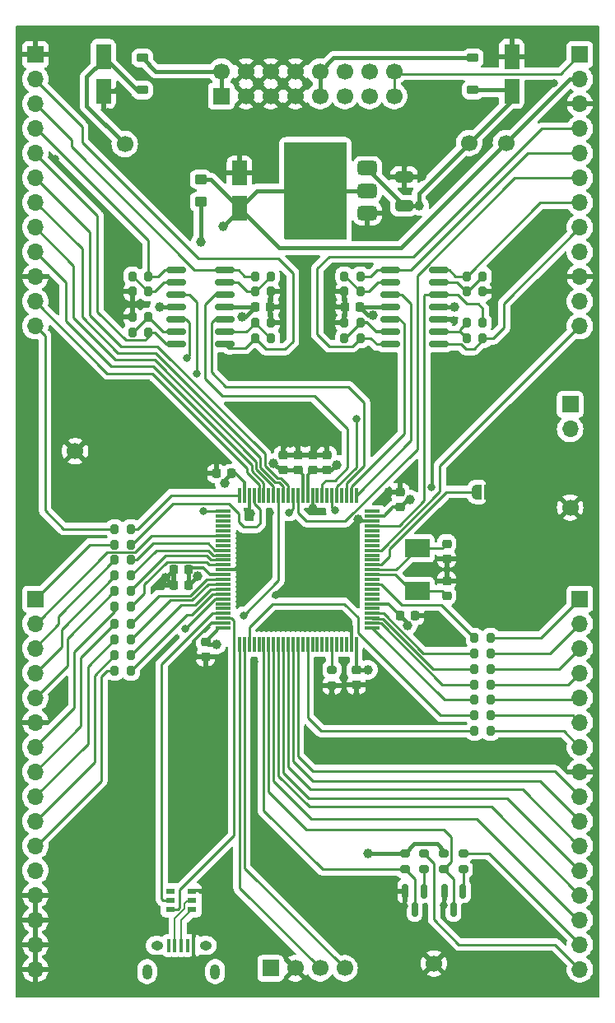
<source format=gbr>
%TF.GenerationSoftware,KiCad,Pcbnew,8.0.3*%
%TF.CreationDate,2024-06-18T16:11:42+01:00*%
%TF.ProjectId,Sinosaur_Components,53696e6f-7361-4757-925f-436f6d706f6e,rev?*%
%TF.SameCoordinates,Original*%
%TF.FileFunction,Copper,L1,Top*%
%TF.FilePolarity,Positive*%
%FSLAX46Y46*%
G04 Gerber Fmt 4.6, Leading zero omitted, Abs format (unit mm)*
G04 Created by KiCad (PCBNEW 8.0.3) date 2024-06-18 16:11:42*
%MOMM*%
%LPD*%
G01*
G04 APERTURE LIST*
G04 Aperture macros list*
%AMRoundRect*
0 Rectangle with rounded corners*
0 $1 Rounding radius*
0 $2 $3 $4 $5 $6 $7 $8 $9 X,Y pos of 4 corners*
0 Add a 4 corners polygon primitive as box body*
4,1,4,$2,$3,$4,$5,$6,$7,$8,$9,$2,$3,0*
0 Add four circle primitives for the rounded corners*
1,1,$1+$1,$2,$3*
1,1,$1+$1,$4,$5*
1,1,$1+$1,$6,$7*
1,1,$1+$1,$8,$9*
0 Add four rect primitives between the rounded corners*
20,1,$1+$1,$2,$3,$4,$5,0*
20,1,$1+$1,$4,$5,$6,$7,0*
20,1,$1+$1,$6,$7,$8,$9,0*
20,1,$1+$1,$8,$9,$2,$3,0*%
%AMFreePoly0*
4,1,19,0.500000,-0.750000,0.000000,-0.750000,0.000000,-0.744911,-0.071157,-0.744911,-0.207708,-0.704816,-0.327430,-0.627875,-0.420627,-0.520320,-0.479746,-0.390866,-0.500000,-0.250000,-0.500000,0.250000,-0.479746,0.390866,-0.420627,0.520320,-0.327430,0.627875,-0.207708,0.704816,-0.071157,0.744911,0.000000,0.744911,0.000000,0.750000,0.500000,0.750000,0.500000,-0.750000,0.500000,-0.750000,
$1*%
%AMFreePoly1*
4,1,19,0.000000,0.744911,0.071157,0.744911,0.207708,0.704816,0.327430,0.627875,0.420627,0.520320,0.479746,0.390866,0.500000,0.250000,0.500000,-0.250000,0.479746,-0.390866,0.420627,-0.520320,0.327430,-0.627875,0.207708,-0.704816,0.071157,-0.744911,0.000000,-0.744911,0.000000,-0.750000,-0.500000,-0.750000,-0.500000,0.750000,0.000000,0.750000,0.000000,0.744911,0.000000,0.744911,
$1*%
G04 Aperture macros list end*
%TA.AperFunction,SMDPad,CuDef*%
%ADD10RoundRect,0.200000X-0.200000X-0.275000X0.200000X-0.275000X0.200000X0.275000X-0.200000X0.275000X0*%
%TD*%
%TA.AperFunction,SMDPad,CuDef*%
%ADD11R,2.500000X1.900000*%
%TD*%
%TA.AperFunction,SMDPad,CuDef*%
%ADD12RoundRect,0.225000X0.225000X0.250000X-0.225000X0.250000X-0.225000X-0.250000X0.225000X-0.250000X0*%
%TD*%
%TA.AperFunction,ComponentPad*%
%ADD13C,1.700000*%
%TD*%
%TA.AperFunction,SMDPad,CuDef*%
%ADD14RoundRect,0.200000X0.200000X0.275000X-0.200000X0.275000X-0.200000X-0.275000X0.200000X-0.275000X0*%
%TD*%
%TA.AperFunction,SMDPad,CuDef*%
%ADD15RoundRect,0.150000X-0.150000X0.587500X-0.150000X-0.587500X0.150000X-0.587500X0.150000X0.587500X0*%
%TD*%
%TA.AperFunction,SMDPad,CuDef*%
%ADD16RoundRect,0.225000X-0.250000X0.225000X-0.250000X-0.225000X0.250000X-0.225000X0.250000X0.225000X0*%
%TD*%
%TA.AperFunction,SMDPad,CuDef*%
%ADD17FreePoly0,180.000000*%
%TD*%
%TA.AperFunction,SMDPad,CuDef*%
%ADD18FreePoly1,180.000000*%
%TD*%
%TA.AperFunction,SMDPad,CuDef*%
%ADD19RoundRect,0.200000X-0.275000X0.200000X-0.275000X-0.200000X0.275000X-0.200000X0.275000X0.200000X0*%
%TD*%
%TA.AperFunction,SMDPad,CuDef*%
%ADD20RoundRect,0.375000X0.625000X0.375000X-0.625000X0.375000X-0.625000X-0.375000X0.625000X-0.375000X0*%
%TD*%
%TA.AperFunction,SMDPad,CuDef*%
%ADD21RoundRect,0.500000X0.500000X1.400000X-0.500000X1.400000X-0.500000X-1.400000X0.500000X-1.400000X0*%
%TD*%
%TA.AperFunction,SMDPad,CuDef*%
%ADD22RoundRect,0.150000X0.825000X0.150000X-0.825000X0.150000X-0.825000X-0.150000X0.825000X-0.150000X0*%
%TD*%
%TA.AperFunction,SMDPad,CuDef*%
%ADD23RoundRect,0.225000X0.250000X-0.225000X0.250000X0.225000X-0.250000X0.225000X-0.250000X-0.225000X0*%
%TD*%
%TA.AperFunction,ComponentPad*%
%ADD24R,1.700000X1.700000*%
%TD*%
%TA.AperFunction,ComponentPad*%
%ADD25O,1.700000X1.700000*%
%TD*%
%TA.AperFunction,SMDPad,CuDef*%
%ADD26RoundRect,0.250000X-0.350000X0.275000X-0.350000X-0.275000X0.350000X-0.275000X0.350000X0.275000X0*%
%TD*%
%TA.AperFunction,SMDPad,CuDef*%
%ADD27RoundRect,0.250000X0.650000X-0.325000X0.650000X0.325000X-0.650000X0.325000X-0.650000X-0.325000X0*%
%TD*%
%TA.AperFunction,SMDPad,CuDef*%
%ADD28RoundRect,0.225000X-0.375000X0.225000X-0.375000X-0.225000X0.375000X-0.225000X0.375000X0.225000X0*%
%TD*%
%TA.AperFunction,SMDPad,CuDef*%
%ADD29RoundRect,0.075000X0.725000X0.075000X-0.725000X0.075000X-0.725000X-0.075000X0.725000X-0.075000X0*%
%TD*%
%TA.AperFunction,SMDPad,CuDef*%
%ADD30RoundRect,0.075000X0.075000X0.725000X-0.075000X0.725000X-0.075000X-0.725000X0.075000X-0.725000X0*%
%TD*%
%TA.AperFunction,SMDPad,CuDef*%
%ADD31RoundRect,0.225000X-0.225000X-0.250000X0.225000X-0.250000X0.225000X0.250000X-0.225000X0.250000X0*%
%TD*%
%TA.AperFunction,SMDPad,CuDef*%
%ADD32RoundRect,0.250000X0.550000X-1.050000X0.550000X1.050000X-0.550000X1.050000X-0.550000X-1.050000X0*%
%TD*%
%TA.AperFunction,SMDPad,CuDef*%
%ADD33RoundRect,0.200000X0.275000X-0.200000X0.275000X0.200000X-0.275000X0.200000X-0.275000X-0.200000X0*%
%TD*%
%TA.AperFunction,SMDPad,CuDef*%
%ADD34RoundRect,0.225000X0.375000X-0.225000X0.375000X0.225000X-0.375000X0.225000X-0.375000X-0.225000X0*%
%TD*%
%TA.AperFunction,SMDPad,CuDef*%
%ADD35R,0.950000X0.600000*%
%TD*%
%TA.AperFunction,ComponentPad*%
%ADD36O,1.250000X0.950000*%
%TD*%
%TA.AperFunction,ComponentPad*%
%ADD37O,1.000000X1.550000*%
%TD*%
%TA.AperFunction,SMDPad,CuDef*%
%ADD38RoundRect,0.100000X0.100000X-0.575000X0.100000X0.575000X-0.100000X0.575000X-0.100000X-0.575000X0*%
%TD*%
%TA.AperFunction,SMDPad,CuDef*%
%ADD39RoundRect,0.150000X-0.825000X-0.150000X0.825000X-0.150000X0.825000X0.150000X-0.825000X0.150000X0*%
%TD*%
%TA.AperFunction,ViaPad*%
%ADD40C,1.000000*%
%TD*%
%TA.AperFunction,ViaPad*%
%ADD41C,0.800000*%
%TD*%
%TA.AperFunction,Conductor*%
%ADD42C,0.400000*%
%TD*%
%TA.AperFunction,Conductor*%
%ADD43C,0.300000*%
%TD*%
%TA.AperFunction,Conductor*%
%ADD44C,0.250000*%
%TD*%
%TA.AperFunction,Conductor*%
%ADD45C,0.200000*%
%TD*%
G04 APERTURE END LIST*
D10*
%TO.P,R30,1*%
%TO.N,/Sine3_Swell_Lvl_LED*%
X110175000Y-114800000D03*
%TO.P,R30,2*%
%TO.N,/TIM8_CH3*%
X111825000Y-114800000D03*
%TD*%
%TO.P,R34,1*%
%TO.N,/Sine1_Swell_Rate_LED*%
X110175000Y-103400000D03*
%TO.P,R34,2*%
%TO.N,/TIM2_CH3*%
X111825000Y-103400000D03*
%TD*%
D11*
%TO.P,Y1,1,1*%
%TO.N,Net-(U1-PF1-OSC_OUT)*%
X141300000Y-103800000D03*
%TO.P,Y1,2,2*%
%TO.N,Net-(U1-PF0-OSC_IN)*%
X141300000Y-108200000D03*
%TD*%
D12*
%TO.P,C19,1*%
%TO.N,+12V*%
X135375000Y-79000000D03*
%TO.P,C19,2*%
%TO.N,GND*%
X133825000Y-79000000D03*
%TD*%
D10*
%TO.P,R26,1*%
%TO.N,/Sine2_Ramp_Lvl_LED*%
X110175000Y-108200000D03*
%TO.P,R26,2*%
%TO.N,/TIM4_CH3*%
X111825000Y-108200000D03*
%TD*%
D13*
%TO.P,TP4,1,1*%
%TO.N,GND*%
X157000000Y-99600000D03*
%TD*%
%TO.P,TP5,1,1*%
%TO.N,GND*%
X143000000Y-146500000D03*
%TD*%
D14*
%TO.P,R22,1*%
%TO.N,/Sine1_LED*%
X148825000Y-116200000D03*
%TO.P,R22,2*%
%TO.N,/TIM3_CH3*%
X147175000Y-116200000D03*
%TD*%
%TO.P,R16,1*%
%TO.N,/Sine2_Out*%
X135425000Y-82200000D03*
%TO.P,R16,2*%
%TO.N,Net-(U4B--)*%
X133775000Y-82200000D03*
%TD*%
D15*
%TO.P,Q1,1,B*%
%TO.N,Net-(Q1-B)*%
X145950000Y-139062500D03*
%TO.P,Q1,2,E*%
%TO.N,GND*%
X144050000Y-139062500D03*
%TO.P,Q1,3,C*%
%TO.N,/Gate_Scaled*%
X145000000Y-140937500D03*
%TD*%
D16*
%TO.P,C4,1*%
%TO.N,GND*%
X130500000Y-94225000D03*
%TO.P,C4,2*%
%TO.N,+3.3VA*%
X130500000Y-95775000D03*
%TD*%
D17*
%TO.P,JP1,1,A*%
%TO.N,GND*%
X148650000Y-98000000D03*
D18*
%TO.P,JP1,2,B*%
%TO.N,/RESET*%
X147350000Y-98000000D03*
%TD*%
D16*
%TO.P,C2,1*%
%TO.N,GND*%
X132000000Y-94225000D03*
%TO.P,C2,2*%
%TO.N,+3.3VA*%
X132000000Y-95775000D03*
%TD*%
D14*
%TO.P,R32,1*%
%TO.N,/Sine2_Ramp_Rate_LED*%
X148825000Y-121000000D03*
%TO.P,R32,2*%
%TO.N,/TIM2_CH1*%
X147175000Y-121000000D03*
%TD*%
D19*
%TO.P,R18,1*%
%TO.N,/Gate_In*%
X146000000Y-135175000D03*
%TO.P,R18,2*%
%TO.N,Net-(Q1-B)*%
X146000000Y-136825000D03*
%TD*%
D14*
%TO.P,R14,1*%
%TO.N,/Sine1_Inv_Out*%
X148025000Y-82200000D03*
%TO.P,R14,2*%
%TO.N,Net-(U4C--)*%
X146375000Y-82200000D03*
%TD*%
D20*
%TO.P,U5,1,GND*%
%TO.N,GND*%
X136150000Y-69300000D03*
%TO.P,U5,2,VO*%
%TO.N,+3.3V*%
X136150000Y-67000000D03*
D21*
X129850000Y-67000000D03*
D20*
%TO.P,U5,3,VI*%
%TO.N,+12V*%
X136150000Y-64700000D03*
%TD*%
D10*
%TO.P,R13,1*%
%TO.N,GND*%
X133775000Y-77400000D03*
%TO.P,R13,2*%
%TO.N,Net-(U4A--)*%
X135425000Y-77400000D03*
%TD*%
%TO.P,R3,1*%
%TO.N,GND*%
X111975000Y-80000000D03*
%TO.P,R3,2*%
%TO.N,Net-(U3D--)*%
X113625000Y-80000000D03*
%TD*%
D14*
%TO.P,R17,1*%
%TO.N,/Sine3_Out*%
X135425000Y-75800000D03*
%TO.P,R17,2*%
%TO.N,Net-(U4A--)*%
X133775000Y-75800000D03*
%TD*%
D13*
%TO.P,TP2,1,1*%
%TO.N,-12V*%
X111200000Y-62200000D03*
%TD*%
%TO.P,TP3,1,1*%
%TO.N,+3.3V*%
X150400000Y-62100000D03*
%TD*%
D22*
%TO.P,U3,1*%
%TO.N,/FM3_Out*%
X121475000Y-82810000D03*
%TO.P,U3,2,-*%
%TO.N,Net-(U3A--)*%
X121475000Y-81540000D03*
%TO.P,U3,3,+*%
%TO.N,/FM3_DAC*%
X121475000Y-80270000D03*
%TO.P,U3,4,V+*%
%TO.N,+12V*%
X121475000Y-79000000D03*
%TO.P,U3,5,+*%
%TO.N,/FM2_DAC*%
X121475000Y-77730000D03*
%TO.P,U3,6,-*%
%TO.N,Net-(U3B--)*%
X121475000Y-76460000D03*
%TO.P,U3,7*%
%TO.N,/FM2_Out*%
X121475000Y-75190000D03*
%TO.P,U3,8*%
%TO.N,/Ramp_Out*%
X116525000Y-75190000D03*
%TO.P,U3,9,-*%
%TO.N,Net-(U3C--)*%
X116525000Y-76460000D03*
%TO.P,U3,10,+*%
%TO.N,/Ramp_DAC*%
X116525000Y-77730000D03*
%TO.P,U3,11,V-*%
%TO.N,-12V*%
X116525000Y-79000000D03*
%TO.P,U3,12,+*%
%TO.N,/Swell_DAC*%
X116525000Y-80270000D03*
%TO.P,U3,13,-*%
%TO.N,Net-(U3D--)*%
X116525000Y-81540000D03*
%TO.P,U3,14*%
%TO.N,/Swell_Out*%
X116525000Y-82810000D03*
%TD*%
D23*
%TO.P,C13,1*%
%TO.N,GND*%
X135000000Y-117875000D03*
%TO.P,C13,2*%
%TO.N,+3.3V*%
X135000000Y-116325000D03*
%TD*%
D24*
%TO.P,J7,1,Pin_1*%
%TO.N,/USART1_TX*%
X157000000Y-89000000D03*
D25*
%TO.P,J7,2,Pin_2*%
%TO.N,/USART1_RX*%
X157000000Y-91540000D03*
%TD*%
D26*
%TO.P,L1,1*%
%TO.N,+3.3V*%
X119000000Y-65850000D03*
%TO.P,L1,2*%
%TO.N,+3.3VA*%
X119000000Y-68150000D03*
%TD*%
D10*
%TO.P,R9,1*%
%TO.N,/FM3_Out*%
X124575000Y-82200000D03*
%TO.P,R9,2*%
%TO.N,Net-(U3A--)*%
X126225000Y-82200000D03*
%TD*%
D14*
%TO.P,R5,1*%
%TO.N,GND*%
X126225000Y-80600000D03*
%TO.P,R5,2*%
%TO.N,Net-(U3A--)*%
X124575000Y-80600000D03*
%TD*%
D27*
%TO.P,C14,1*%
%TO.N,+12V*%
X139925000Y-68550000D03*
%TO.P,C14,2*%
%TO.N,GND*%
X139925000Y-65600000D03*
%TD*%
D10*
%TO.P,R15,1*%
%TO.N,/Sine1_Out*%
X146375000Y-75800000D03*
%TO.P,R15,2*%
%TO.N,Net-(U4D--)*%
X148025000Y-75800000D03*
%TD*%
D24*
%TO.P,J6,1,Pin_1*%
%TO.N,/-12V_IN*%
X121125000Y-57270000D03*
D13*
%TO.P,J6,2,Pin_2*%
X121125000Y-54730000D03*
%TO.P,J6,3,Pin_3*%
%TO.N,GND*%
X123665000Y-57270000D03*
%TO.P,J6,4,Pin_4*%
X123665000Y-54730000D03*
%TO.P,J6,5,Pin_5*%
X126205000Y-57270000D03*
%TO.P,J6,6,Pin_6*%
X126205000Y-54730000D03*
%TO.P,J6,7,Pin_7*%
X128745000Y-57270000D03*
%TO.P,J6,8,Pin_8*%
X128745000Y-54730000D03*
%TO.P,J6,9,Pin_9*%
%TO.N,/+12V_IN*%
X131285000Y-57270000D03*
%TO.P,J6,10,Pin_10*%
X131285000Y-54730000D03*
%TO.P,J6,11,11*%
%TO.N,unconnected-(J6-Pad11)*%
X133825000Y-57270000D03*
%TO.P,J6,12,Pin_12*%
%TO.N,unconnected-(J6-Pin_12-Pad12)*%
X133825000Y-54730000D03*
%TO.P,J6,13,Pin_13*%
%TO.N,unconnected-(J6-Pin_13-Pad13)*%
X136365000Y-57270000D03*
%TO.P,J6,14,Pin_14*%
%TO.N,unconnected-(J6-Pin_14-Pad14)*%
X136365000Y-54730000D03*
%TO.P,J6,15,Pin_15*%
%TO.N,/Gate_Normal*%
X138905000Y-57270000D03*
%TO.P,J6,16,Pin_16*%
X138905000Y-54730000D03*
%TD*%
D28*
%TO.P,D2,1,K*%
%TO.N,/-12V_IN*%
X113000000Y-53350000D03*
%TO.P,D2,2,A*%
%TO.N,-12V*%
X113000000Y-56650000D03*
%TD*%
D10*
%TO.P,R35,1*%
%TO.N,/Sine2_Swell_Rate_LED*%
X110175000Y-101800000D03*
%TO.P,R35,2*%
%TO.N,/TIM2_CH4*%
X111825000Y-101800000D03*
%TD*%
%TO.P,R31,1*%
%TO.N,/Sine1_Ramp_Rate_LED*%
X110175000Y-116400000D03*
%TO.P,R31,2*%
%TO.N,/TIM8_CH4*%
X111825000Y-116400000D03*
%TD*%
D29*
%TO.P,U1,1,PE2*%
%TO.N,/TIM3_CH1*%
X136675000Y-112000000D03*
%TO.P,U1,2,PE3*%
%TO.N,/TIM3_CH2*%
X136675000Y-111500000D03*
%TO.P,U1,3,PE4*%
%TO.N,/TIM3_CH3*%
X136675000Y-111000000D03*
%TO.P,U1,4,PE5*%
%TO.N,/TIM3_CH4*%
X136675000Y-110500000D03*
%TO.P,U1,5,PE6*%
%TO.N,unconnected-(U1-PE6-Pad5)*%
X136675000Y-110000000D03*
%TO.P,U1,6,VBAT*%
%TO.N,+3.3V*%
X136675000Y-109500000D03*
%TO.P,U1,7,PC13*%
%TO.N,unconnected-(U1-PC13-Pad7)*%
X136675000Y-109000000D03*
%TO.P,U1,8,PC14*%
%TO.N,unconnected-(U1-PC14-Pad8)*%
X136675000Y-108500000D03*
%TO.P,U1,9,PC15*%
%TO.N,unconnected-(U1-PC15-Pad9)*%
X136675000Y-108000000D03*
%TO.P,U1,10,PF9*%
%TO.N,/Sine3_Swell_Rate*%
X136675000Y-107500000D03*
%TO.P,U1,11,PF10*%
%TO.N,unconnected-(U1-PF10-Pad11)*%
X136675000Y-107000000D03*
%TO.P,U1,12,PF0-OSC_IN*%
%TO.N,Net-(U1-PF0-OSC_IN)*%
X136675000Y-106500000D03*
%TO.P,U1,13,PF1-OSC_OUT*%
%TO.N,Net-(U1-PF1-OSC_OUT)*%
X136675000Y-106000000D03*
%TO.P,U1,14,NRST*%
%TO.N,/RESET*%
X136675000Y-105500000D03*
%TO.P,U1,15,PC0*%
%TO.N,/ADC-Spare*%
X136675000Y-105000000D03*
%TO.P,U1,16,PC1*%
%TO.N,unconnected-(U1-PC1-Pad16)*%
X136675000Y-104500000D03*
%TO.P,U1,17,PC2*%
%TO.N,/Sine3_Rate*%
X136675000Y-104000000D03*
%TO.P,U1,18,PC3*%
%TO.N,unconnected-(U1-PC3-Pad18)*%
X136675000Y-103500000D03*
%TO.P,U1,19,PF2*%
%TO.N,unconnected-(U1-PF2-Pad19)*%
X136675000Y-103000000D03*
%TO.P,U1,20,PA0*%
%TO.N,unconnected-(U1-PA0-Pad20)*%
X136675000Y-102500000D03*
%TO.P,U1,21,PA1*%
%TO.N,unconnected-(U1-PA1-Pad21)*%
X136675000Y-102000000D03*
%TO.P,U1,22,PA2*%
%TO.N,/Sine1_DAC*%
X136675000Y-101500000D03*
%TO.P,U1,23,VSS*%
%TO.N,GND*%
X136675000Y-101000000D03*
%TO.P,U1,24,VDD*%
%TO.N,+3.3V*%
X136675000Y-100500000D03*
%TO.P,U1,25,PA3*%
%TO.N,unconnected-(U1-PA3-Pad25)*%
X136675000Y-100000000D03*
D30*
%TO.P,U1,26,PA4*%
%TO.N,/Sine3_DAC*%
X135000000Y-98325000D03*
%TO.P,U1,27,PA5*%
%TO.N,/Sine2_DAC*%
X134500000Y-98325000D03*
%TO.P,U1,28,PA6*%
%TO.N,/FM3_DAC*%
X134000000Y-98325000D03*
%TO.P,U1,29,PA7*%
%TO.N,unconnected-(U1-PA7-Pad29)*%
X133500000Y-98325000D03*
%TO.P,U1,30,PC4*%
%TO.N,/USART1_TX*%
X133000000Y-98325000D03*
%TO.P,U1,31,PC5*%
%TO.N,/USART1_RX*%
X132500000Y-98325000D03*
%TO.P,U1,32,PB0*%
%TO.N,unconnected-(U1-PB0-Pad32)*%
X132000000Y-98325000D03*
%TO.P,U1,33,PB1*%
%TO.N,/FM2_DAC*%
X131500000Y-98325000D03*
%TO.P,U1,34,PB2*%
%TO.N,unconnected-(U1-PB2-Pad34)*%
X131000000Y-98325000D03*
%TO.P,U1,35,VSSA*%
%TO.N,GND*%
X130500000Y-98325000D03*
%TO.P,U1,36,VREF+*%
%TO.N,+3.3VA*%
X130000000Y-98325000D03*
%TO.P,U1,37,VDDA*%
X129500000Y-98325000D03*
%TO.P,U1,38,PE7*%
%TO.N,/Sine3_Level*%
X129000000Y-98325000D03*
%TO.P,U1,39,PE8*%
%TO.N,/Sine1_Rate*%
X128500000Y-98325000D03*
%TO.P,U1,40,PE9*%
%TO.N,/Sine1_Level*%
X128000000Y-98325000D03*
%TO.P,U1,41,PE10*%
%TO.N,/Sine2_Level*%
X127500000Y-98325000D03*
%TO.P,U1,42,PE11*%
%TO.N,/Sine2_Rate*%
X127000000Y-98325000D03*
%TO.P,U1,43,PE12*%
%TO.N,/Swell_Level*%
X126500000Y-98325000D03*
%TO.P,U1,44,PE13*%
%TO.N,unconnected-(U1-PE13-Pad44)*%
X126000000Y-98325000D03*
%TO.P,U1,45,PE14*%
%TO.N,/Ramp_Rate*%
X125500000Y-98325000D03*
%TO.P,U1,46,PE15*%
%TO.N,/Ramp_Level*%
X125000000Y-98325000D03*
%TO.P,U1,47,PB10*%
%TO.N,/TIM2_CH3*%
X124500000Y-98325000D03*
%TO.P,U1,48,VSS*%
%TO.N,GND*%
X124000000Y-98325000D03*
%TO.P,U1,49,VDD*%
%TO.N,+3.3V*%
X123500000Y-98325000D03*
%TO.P,U1,50,PB11*%
%TO.N,/TIM2_CH4*%
X123000000Y-98325000D03*
D29*
%TO.P,U1,51,PB12*%
%TO.N,/Ramp_DAC*%
X121325000Y-100000000D03*
%TO.P,U1,52,PB13*%
%TO.N,unconnected-(U1-PB13-Pad52)*%
X121325000Y-100500000D03*
%TO.P,U1,53,PB14*%
%TO.N,unconnected-(U1-PB14-Pad53)*%
X121325000Y-101000000D03*
%TO.P,U1,54,PB15*%
%TO.N,unconnected-(U1-PB15-Pad54)*%
X121325000Y-101500000D03*
%TO.P,U1,55,PD8*%
%TO.N,unconnected-(U1-PD8-Pad55)*%
X121325000Y-102000000D03*
%TO.P,U1,56,PD9*%
%TO.N,/Swell_Rate*%
X121325000Y-102500000D03*
%TO.P,U1,57,PD10*%
%TO.N,unconnected-(U1-PD10-Pad57)*%
X121325000Y-103000000D03*
%TO.P,U1,58,PD11*%
%TO.N,unconnected-(U1-PD11-Pad58)*%
X121325000Y-103500000D03*
%TO.P,U1,59,PD12*%
%TO.N,/TIM4_CH1*%
X121325000Y-104000000D03*
%TO.P,U1,60,PD13*%
%TO.N,/TIM4_CH2*%
X121325000Y-104500000D03*
%TO.P,U1,61,PD14*%
%TO.N,/TIM4_CH3*%
X121325000Y-105000000D03*
%TO.P,U1,62,PD15*%
%TO.N,/TIM4_CH4*%
X121325000Y-105500000D03*
%TO.P,U1,63,VSS*%
%TO.N,GND*%
X121325000Y-106000000D03*
%TO.P,U1,64,VDD*%
%TO.N,+3.3V*%
X121325000Y-106500000D03*
%TO.P,U1,65,PC6*%
%TO.N,/TIM8_CH1*%
X121325000Y-107000000D03*
%TO.P,U1,66,PC7*%
%TO.N,/TIM8_CH2*%
X121325000Y-107500000D03*
%TO.P,U1,67,PC8*%
%TO.N,/TIM8_CH3*%
X121325000Y-108000000D03*
%TO.P,U1,68,PC9*%
%TO.N,/TIM8_CH4*%
X121325000Y-108500000D03*
%TO.P,U1,69,PA8*%
%TO.N,/Swell_DAC*%
X121325000Y-109000000D03*
%TO.P,U1,70,PA9*%
%TO.N,unconnected-(U1-PA9-Pad70)*%
X121325000Y-109500000D03*
%TO.P,U1,71,PA10*%
%TO.N,unconnected-(U1-PA10-Pad71)*%
X121325000Y-110000000D03*
%TO.P,U1,72,PA11*%
%TO.N,/USB_DM*%
X121325000Y-110500000D03*
%TO.P,U1,73,PA12*%
%TO.N,/USB_DP*%
X121325000Y-111000000D03*
%TO.P,U1,74,VSS*%
%TO.N,GND*%
X121325000Y-111500000D03*
%TO.P,U1,75,VDD*%
%TO.N,+3.3V*%
X121325000Y-112000000D03*
D30*
%TO.P,U1,76,PA13*%
%TO.N,/SWIO*%
X123000000Y-113675000D03*
%TO.P,U1,77,PA14*%
%TO.N,/SWCLK*%
X123500000Y-113675000D03*
%TO.P,U1,78,PA15*%
%TO.N,/TIM2_CH1*%
X124000000Y-113675000D03*
%TO.P,U1,79,PC10*%
%TO.N,unconnected-(U1-PC10-Pad79)*%
X124500000Y-113675000D03*
%TO.P,U1,80,PC11*%
%TO.N,unconnected-(U1-PC11-Pad80)*%
X125000000Y-113675000D03*
%TO.P,U1,81,PC12*%
%TO.N,/Clock_Scaled*%
X125500000Y-113675000D03*
%TO.P,U1,82,PD0*%
%TO.N,/Gate_Scaled*%
X126000000Y-113675000D03*
%TO.P,U1,83,PD1*%
%TO.N,/Sine1_Lvl_Btn*%
X126500000Y-113675000D03*
%TO.P,U1,84,PD2*%
%TO.N,/Sine2_Lvl_Btn*%
X127000000Y-113675000D03*
%TO.P,U1,85,PD3*%
%TO.N,/Sine3_Lvl_Btn*%
X127500000Y-113675000D03*
%TO.P,U1,86,PD4*%
%TO.N,/Sine1_Rate_Btn*%
X128000000Y-113675000D03*
%TO.P,U1,87,PD5*%
%TO.N,/Sine2_Rate_Btn*%
X128500000Y-113675000D03*
%TO.P,U1,88,PD6*%
%TO.N,/Sine3_Rate_Btn*%
X129000000Y-113675000D03*
%TO.P,U1,89,PD7*%
%TO.N,unconnected-(U1-PD7-Pad89)*%
X129500000Y-113675000D03*
%TO.P,U1,90,PB3*%
%TO.N,/TIM2_CH2*%
X130000000Y-113675000D03*
%TO.P,U1,91,PB4*%
%TO.N,unconnected-(U1-PB4-Pad91)*%
X130500000Y-113675000D03*
%TO.P,U1,92,PB5*%
%TO.N,unconnected-(U1-PB5-Pad92)*%
X131000000Y-113675000D03*
%TO.P,U1,93,PB6*%
%TO.N,unconnected-(U1-PB6-Pad93)*%
X131500000Y-113675000D03*
%TO.P,U1,94,PB7*%
%TO.N,unconnected-(U1-PB7-Pad94)*%
X132000000Y-113675000D03*
%TO.P,U1,95,PB8-BOOT0*%
%TO.N,/BOOT0*%
X132500000Y-113675000D03*
%TO.P,U1,96,PB9*%
%TO.N,unconnected-(U1-PB9-Pad96)*%
X133000000Y-113675000D03*
%TO.P,U1,97,PE0*%
%TO.N,unconnected-(U1-PE0-Pad97)*%
X133500000Y-113675000D03*
%TO.P,U1,98,PE1*%
%TO.N,unconnected-(U1-PE1-Pad98)*%
X134000000Y-113675000D03*
%TO.P,U1,99,VSS*%
%TO.N,GND*%
X134500000Y-113675000D03*
%TO.P,U1,100,VDD*%
%TO.N,+3.3V*%
X135000000Y-113675000D03*
%TD*%
D14*
%TO.P,R21,1*%
%TO.N,/Swell_LED*%
X148825000Y-117800000D03*
%TO.P,R21,2*%
%TO.N,/TIM3_CH2*%
X147175000Y-117800000D03*
%TD*%
D16*
%TO.P,C15,1*%
%TO.N,GND*%
X129000000Y-94225000D03*
%TO.P,C15,2*%
%TO.N,+3.3VA*%
X129000000Y-95775000D03*
%TD*%
D31*
%TO.P,C18,1*%
%TO.N,+12V*%
X124625000Y-79000000D03*
%TO.P,C18,2*%
%TO.N,GND*%
X126175000Y-79000000D03*
%TD*%
D14*
%TO.P,R36,1*%
%TO.N,/Sine3_Swell_Rate_LED*%
X148825000Y-113000000D03*
%TO.P,R36,2*%
%TO.N,/Sine3_Swell_Rate*%
X147175000Y-113000000D03*
%TD*%
%TO.P,R23,1*%
%TO.N,/Sine2_LED*%
X148825000Y-114600000D03*
%TO.P,R23,2*%
%TO.N,/TIM3_CH4*%
X147175000Y-114600000D03*
%TD*%
D32*
%TO.P,C11,1*%
%TO.N,GND*%
X109000000Y-56800000D03*
%TO.P,C11,2*%
%TO.N,-12V*%
X109000000Y-53200000D03*
%TD*%
D33*
%TO.P,R38,1*%
%TO.N,/Clock_Scaled*%
X140000000Y-136825000D03*
%TO.P,R38,2*%
%TO.N,+3.3V*%
X140000000Y-135175000D03*
%TD*%
%TO.P,R37,1*%
%TO.N,/Gate_Scaled*%
X144000000Y-136825000D03*
%TO.P,R37,2*%
%TO.N,+3.3V*%
X144000000Y-135175000D03*
%TD*%
D32*
%TO.P,C10,1*%
%TO.N,+12V*%
X151000000Y-56800000D03*
%TO.P,C10,2*%
%TO.N,GND*%
X151000000Y-53200000D03*
%TD*%
D10*
%TO.P,R29,1*%
%TO.N,/Sine2_Swell_Lvl_LED*%
X110175000Y-113200000D03*
%TO.P,R29,2*%
%TO.N,/TIM8_CH2*%
X111825000Y-113200000D03*
%TD*%
D19*
%TO.P,R19,1*%
%TO.N,/Clock_In*%
X142000000Y-135175000D03*
%TO.P,R19,2*%
%TO.N,Net-(Q2-B)*%
X142000000Y-136825000D03*
%TD*%
D14*
%TO.P,R4,1*%
%TO.N,GND*%
X126225000Y-77400000D03*
%TO.P,R4,2*%
%TO.N,Net-(U3B--)*%
X124575000Y-77400000D03*
%TD*%
D33*
%TO.P,R1,1*%
%TO.N,GND*%
X132500000Y-117925000D03*
%TO.P,R1,2*%
%TO.N,/BOOT0*%
X132500000Y-116275000D03*
%TD*%
D14*
%TO.P,R11,1*%
%TO.N,GND*%
X148025000Y-77400000D03*
%TO.P,R11,2*%
%TO.N,Net-(U4D--)*%
X146375000Y-77400000D03*
%TD*%
D34*
%TO.P,D1,1,K*%
%TO.N,+12V*%
X147000000Y-56650000D03*
%TO.P,D1,2,A*%
%TO.N,/+12V_IN*%
X147000000Y-53350000D03*
%TD*%
D35*
%TO.P,U2,1,VBUS*%
%TO.N,unconnected-(U2-VBUS-Pad1)*%
X115875000Y-139050000D03*
%TO.P,U2,2,D1_OUT*%
%TO.N,/USB_DM*%
X115875000Y-140000000D03*
%TO.P,U2,3,D2_OUT*%
%TO.N,/USB_DP*%
X115875000Y-140950000D03*
%TO.P,U2,4,D2_IN*%
%TO.N,/USB_D+*%
X118125000Y-140950000D03*
%TO.P,U2,5,D1_IN*%
%TO.N,/USB_D-*%
X118125000Y-140000000D03*
%TO.P,U2,6,GND*%
%TO.N,GND*%
X118125000Y-139050000D03*
%TD*%
D23*
%TO.P,C12,1*%
%TO.N,GND*%
X119500000Y-114975000D03*
%TO.P,C12,2*%
%TO.N,+3.3V*%
X119500000Y-113425000D03*
%TD*%
D13*
%TO.P,TP1,1,1*%
%TO.N,+12V*%
X146600000Y-62100000D03*
%TD*%
D12*
%TO.P,C3,1*%
%TO.N,GND*%
X141075000Y-110700000D03*
%TO.P,C3,2*%
%TO.N,+3.3V*%
X139525000Y-110700000D03*
%TD*%
D14*
%TO.P,R24,1*%
%TO.N,/Sine3_LED*%
X148825000Y-122600000D03*
%TO.P,R24,2*%
%TO.N,/TIM2_CH2*%
X147175000Y-122600000D03*
%TD*%
D10*
%TO.P,R27,1*%
%TO.N,/Sine3_Ramp_Lvl_LED*%
X110175000Y-109800000D03*
%TO.P,R27,2*%
%TO.N,/TIM4_CH4*%
X111825000Y-109800000D03*
%TD*%
D32*
%TO.P,C17,1*%
%TO.N,+3.3V*%
X123000000Y-68800000D03*
%TO.P,C17,2*%
%TO.N,GND*%
X123000000Y-65200000D03*
%TD*%
D36*
%TO.P,J8,*%
%TO.N,*%
X114500000Y-144650000D03*
X119500000Y-144650000D03*
D37*
X120500000Y-147350000D03*
D38*
%TO.P,J8,1,VBUS*%
%TO.N,unconnected-(J8-VBUS-Pad1)*%
X115700000Y-144650000D03*
%TO.P,J8,2,D-*%
%TO.N,/USB_D-*%
X116350000Y-144650000D03*
%TO.P,J8,3,D+*%
%TO.N,/USB_D+*%
X117000000Y-144650000D03*
%TO.P,J8,4,ID*%
%TO.N,unconnected-(J8-ID-Pad4)*%
X117650000Y-144650000D03*
%TO.P,J8,5,GND*%
%TO.N,GND*%
X118300000Y-144650000D03*
D37*
%TO.P,J8,6,Shield*%
%TO.N,unconnected-(J8-Shield-Pad6)*%
X113500000Y-147350000D03*
%TD*%
D14*
%TO.P,R20,1*%
%TO.N,/Ramp_LED*%
X148825000Y-119400000D03*
%TO.P,R20,2*%
%TO.N,/TIM3_CH1*%
X147175000Y-119400000D03*
%TD*%
D39*
%TO.P,U4,1*%
%TO.N,/Sine3_Out*%
X138525000Y-75190000D03*
%TO.P,U4,2,-*%
%TO.N,Net-(U4A--)*%
X138525000Y-76460000D03*
%TO.P,U4,3,+*%
%TO.N,/Sine3_DAC*%
X138525000Y-77730000D03*
%TO.P,U4,4,V+*%
%TO.N,+12V*%
X138525000Y-79000000D03*
%TO.P,U4,5,+*%
%TO.N,/Sine2_DAC*%
X138525000Y-80270000D03*
%TO.P,U4,6,-*%
%TO.N,Net-(U4B--)*%
X138525000Y-81540000D03*
%TO.P,U4,7*%
%TO.N,/Sine2_Out*%
X138525000Y-82810000D03*
%TO.P,U4,8*%
%TO.N,/Sine1_Inv_Out*%
X143475000Y-82810000D03*
%TO.P,U4,9,-*%
%TO.N,Net-(U4C--)*%
X143475000Y-81540000D03*
%TO.P,U4,10,+*%
%TO.N,GND*%
X143475000Y-80270000D03*
%TO.P,U4,11,V-*%
%TO.N,-12V*%
X143475000Y-79000000D03*
%TO.P,U4,12,+*%
%TO.N,/Sine1_DAC*%
X143475000Y-77730000D03*
%TO.P,U4,13,-*%
%TO.N,Net-(U4D--)*%
X143475000Y-76460000D03*
%TO.P,U4,14*%
%TO.N,/Sine1_Out*%
X143475000Y-75190000D03*
%TD*%
D14*
%TO.P,R7,1*%
%TO.N,/Swell_Out*%
X113625000Y-81600000D03*
%TO.P,R7,2*%
%TO.N,Net-(U3D--)*%
X111975000Y-81600000D03*
%TD*%
D10*
%TO.P,R33,1*%
%TO.N,/Sine3_Ramp_Rate_LED*%
X110175000Y-105000000D03*
%TO.P,R33,2*%
%TO.N,/TIM4_CH1*%
X111825000Y-105000000D03*
%TD*%
D24*
%TO.P,J5,1,Pin_1*%
%TO.N,+3.3V*%
X126190000Y-147000000D03*
D13*
%TO.P,J5,2,Pin_2*%
%TO.N,GND*%
X128730000Y-147000000D03*
%TO.P,J5,3,Pin_3*%
%TO.N,/SWIO*%
X131270000Y-147000000D03*
%TO.P,J5,4,Pin_4*%
%TO.N,/SWCLK*%
X133810000Y-147000000D03*
%TD*%
D15*
%TO.P,Q2,1,B*%
%TO.N,Net-(Q2-B)*%
X141950000Y-139062500D03*
%TO.P,Q2,2,E*%
%TO.N,GND*%
X140050000Y-139062500D03*
%TO.P,Q2,3,C*%
%TO.N,/Clock_Scaled*%
X141000000Y-140937500D03*
%TD*%
D10*
%TO.P,R25,1*%
%TO.N,/Sine1_Ramp_Lvl_LED*%
X110175000Y-106600000D03*
%TO.P,R25,2*%
%TO.N,/TIM4_CH2*%
X111825000Y-106600000D03*
%TD*%
D23*
%TO.P,C7,1*%
%TO.N,GND*%
X144300000Y-104875000D03*
%TO.P,C7,2*%
%TO.N,Net-(U1-PF1-OSC_OUT)*%
X144300000Y-103325000D03*
%TD*%
D16*
%TO.P,C16,1*%
%TO.N,GND*%
X127500000Y-94225000D03*
%TO.P,C16,2*%
%TO.N,+3.3VA*%
X127500000Y-95775000D03*
%TD*%
D10*
%TO.P,R12,1*%
%TO.N,GND*%
X133775000Y-80600000D03*
%TO.P,R12,2*%
%TO.N,Net-(U4B--)*%
X135425000Y-80600000D03*
%TD*%
%TO.P,R8,1*%
%TO.N,/FM2_Out*%
X124575000Y-75800000D03*
%TO.P,R8,2*%
%TO.N,Net-(U3B--)*%
X126225000Y-75800000D03*
%TD*%
D31*
%TO.P,C8,1*%
%TO.N,GND*%
X120625000Y-96100000D03*
%TO.P,C8,2*%
%TO.N,+3.3V*%
X122175000Y-96100000D03*
%TD*%
%TO.P,C1,1*%
%TO.N,GND*%
X116225000Y-107600000D03*
%TO.P,C1,2*%
%TO.N,+3.3V*%
X117775000Y-107600000D03*
%TD*%
D14*
%TO.P,R6,1*%
%TO.N,/Ramp_Out*%
X113625000Y-75800000D03*
%TO.P,R6,2*%
%TO.N,Net-(U3C--)*%
X111975000Y-75800000D03*
%TD*%
D10*
%TO.P,R2,1*%
%TO.N,GND*%
X111975000Y-77400000D03*
%TO.P,R2,2*%
%TO.N,Net-(U3C--)*%
X113625000Y-77400000D03*
%TD*%
%TO.P,R10,1*%
%TO.N,Net-(U4C--)*%
X146375000Y-80600000D03*
%TO.P,R10,2*%
%TO.N,/Sine1_DAC*%
X148025000Y-80600000D03*
%TD*%
D16*
%TO.P,C5,1*%
%TO.N,GND*%
X139500000Y-98025000D03*
%TO.P,C5,2*%
%TO.N,+3.3V*%
X139500000Y-99575000D03*
%TD*%
D13*
%TO.P,TP6,1,1*%
%TO.N,GND*%
X106100000Y-93800000D03*
%TD*%
D10*
%TO.P,R28,1*%
%TO.N,/Sine1_Swell_Lvl_LED*%
X110175000Y-111600000D03*
%TO.P,R28,2*%
%TO.N,/TIM8_CH1*%
X111825000Y-111600000D03*
%TD*%
D31*
%TO.P,C9,1*%
%TO.N,GND*%
X116225000Y-106000000D03*
%TO.P,C9,2*%
%TO.N,+3.3V*%
X117775000Y-106000000D03*
%TD*%
D16*
%TO.P,C6,1*%
%TO.N,GND*%
X144300000Y-107125000D03*
%TO.P,C6,2*%
%TO.N,Net-(U1-PF0-OSC_IN)*%
X144300000Y-108675000D03*
%TD*%
D24*
%TO.P,J1,1,Pin_1*%
%TO.N,GND*%
X102000000Y-53000000D03*
D25*
%TO.P,J1,2,Pin_2*%
%TO.N,/FM3_Out*%
X102000000Y-55540000D03*
%TO.P,J1,3,Pin_3*%
%TO.N,/FM2_Out*%
X102000000Y-58080000D03*
%TO.P,J1,4,Pin_4*%
%TO.N,/Ramp_Out*%
X102000000Y-60620000D03*
%TO.P,J1,5,Pin_5*%
%TO.N,/Swell_Out*%
X102000000Y-63160000D03*
%TO.P,J1,6,Pin_6*%
%TO.N,/Sine1_Level*%
X102000000Y-65700000D03*
%TO.P,J1,7,Pin_7*%
%TO.N,/Sine2_Level*%
X102000000Y-68240000D03*
%TO.P,J1,8,Pin_8*%
%TO.N,/Swell_Level*%
X102000000Y-70780000D03*
%TO.P,J1,9,Pin_9*%
%TO.N,/Ramp_Rate*%
X102000000Y-73320000D03*
%TO.P,J1,10,Pin_10*%
%TO.N,GND*%
X102000000Y-75860000D03*
%TO.P,J1,11,Pin_11*%
%TO.N,/Ramp_Level*%
X102000000Y-78400000D03*
%TO.P,J1,12,Pin_12*%
%TO.N,/Sine2_Swell_Rate_LED*%
X102000000Y-80940000D03*
%TD*%
D24*
%TO.P,J4,1,Pin_1*%
%TO.N,/Sine3_Swell_Rate_LED*%
X158000000Y-109000000D03*
D25*
%TO.P,J4,2,Pin_2*%
%TO.N,/Sine2_LED*%
X158000000Y-111540000D03*
%TO.P,J4,3,Pin_3*%
%TO.N,/Sine1_LED*%
X158000000Y-114080000D03*
%TO.P,J4,4,Pin_4*%
%TO.N,/Swell_LED*%
X158000000Y-116620000D03*
%TO.P,J4,5,Pin_5*%
%TO.N,/Ramp_LED*%
X158000000Y-119160000D03*
%TO.P,J4,6,Pin_6*%
%TO.N,/Sine2_Ramp_Rate_LED*%
X158000000Y-121700000D03*
%TO.P,J4,7,Pin_7*%
%TO.N,/Sine3_LED*%
X158000000Y-124240000D03*
%TO.P,J4,8,Pin_8*%
%TO.N,GND*%
X158000000Y-126780000D03*
%TO.P,J4,9,Pin_9*%
%TO.N,/Sine3_Rate_Btn*%
X158000000Y-129320000D03*
%TO.P,J4,10,Pin_10*%
%TO.N,/Sine2_Rate_Btn*%
X158000000Y-131860000D03*
%TO.P,J4,11,Pin_11*%
%TO.N,/Sine1_Rate_Btn*%
X158000000Y-134400000D03*
%TO.P,J4,12,Pin_12*%
%TO.N,/Sine3_Lvl_Btn*%
X158000000Y-136940000D03*
%TO.P,J4,13,Pin_13*%
%TO.N,/Sine2_Lvl_Btn*%
X158000000Y-139480000D03*
%TO.P,J4,14,Pin_14*%
%TO.N,/Sine1_Lvl_Btn*%
X158000000Y-142020000D03*
%TO.P,J4,15,Pin_15*%
%TO.N,/Gate_In*%
X158000000Y-144560000D03*
%TO.P,J4,16,Pin_16*%
%TO.N,/Clock_In*%
X158000000Y-147100000D03*
%TD*%
D24*
%TO.P,J2,1,Pin_1*%
%TO.N,/Gate_Normal*%
X158000000Y-53000000D03*
D25*
%TO.P,J2,2,Pin_2*%
%TO.N,+3.3V*%
X158000000Y-55540000D03*
%TO.P,J2,3,Pin_3*%
%TO.N,GND*%
X158000000Y-58080000D03*
%TO.P,J2,4,Pin_4*%
%TO.N,/Sine2_Out*%
X158000000Y-60620000D03*
%TO.P,J2,5,Pin_5*%
%TO.N,/Sine3_Out*%
X158000000Y-63160000D03*
%TO.P,J2,6,Pin_6*%
%TO.N,/Sine3_Level*%
X158000000Y-65700000D03*
%TO.P,J2,7,Pin_7*%
%TO.N,/Sine1_Out*%
X158000000Y-68240000D03*
%TO.P,J2,8,Pin_8*%
%TO.N,/Sine1_Inv_Out*%
X158000000Y-70780000D03*
%TO.P,J2,9,Pin_9*%
%TO.N,+3.3VA*%
X158000000Y-73320000D03*
%TO.P,J2,10,Pin_10*%
%TO.N,GND*%
X158000000Y-75860000D03*
%TO.P,J2,11,Pin_11*%
%TO.N,/Sine1_Rate*%
X158000000Y-78400000D03*
%TO.P,J2,12,Pin_12*%
%TO.N,/Sine3_Rate*%
X158000000Y-80940000D03*
%TD*%
D24*
%TO.P,J3,1,Pin_1*%
%TO.N,/Sine1_Swell_Rate_LED*%
X102000000Y-109000000D03*
D25*
%TO.P,J3,2,Pin_2*%
%TO.N,/Swell_Rate*%
X102000000Y-111540000D03*
%TO.P,J3,3,Pin_3*%
%TO.N,/Sine3_Ramp_Rate_LED*%
X102000000Y-114080000D03*
%TO.P,J3,4,Pin_4*%
%TO.N,/Sine1_Ramp_Lvl_LED*%
X102000000Y-116620000D03*
%TO.P,J3,5,Pin_5*%
%TO.N,/Sine2_Ramp_Lvl_LED*%
X102000000Y-119160000D03*
%TO.P,J3,6,Pin_6*%
%TO.N,GND*%
X102000000Y-121700000D03*
%TO.P,J3,7,Pin_7*%
%TO.N,/Sine3_Ramp_Lvl_LED*%
X102000000Y-124240000D03*
%TO.P,J3,8,Pin_8*%
%TO.N,/Sine1_Swell_Lvl_LED*%
X102000000Y-126780000D03*
%TO.P,J3,9,Pin_9*%
%TO.N,/Sine2_Swell_Lvl_LED*%
X102000000Y-129320000D03*
%TO.P,J3,10,Pin_10*%
%TO.N,/Sine3_Swell_Lvl_LED*%
X102000000Y-131860000D03*
%TO.P,J3,11,Pin_11*%
%TO.N,/Sine1_Ramp_Rate_LED*%
X102000000Y-134400000D03*
%TO.P,J3,12,Pin_12*%
%TO.N,/Sine2_Rate*%
X102000000Y-136940000D03*
%TO.P,J3,13,Pin_13*%
%TO.N,GND*%
X102000000Y-139480000D03*
%TO.P,J3,14,Pin_14*%
X102000000Y-142020000D03*
%TO.P,J3,15,Pin_15*%
X102000000Y-144560000D03*
%TO.P,J3,16,Pin_16*%
X102000000Y-147100000D03*
%TD*%
D40*
%TO.N,GND*%
X118400000Y-142900000D03*
D41*
X151000000Y-51100000D03*
D40*
X128150000Y-92900000D03*
X131400000Y-92850000D03*
D41*
X110500000Y-56700000D03*
X129900000Y-140800000D03*
X123100000Y-109000000D03*
X136200000Y-71000000D03*
X131100000Y-124400000D03*
X129800000Y-74300000D03*
X129800000Y-81400000D03*
X110700000Y-78800000D03*
D40*
X142350000Y-110700000D03*
D41*
X124700000Y-65200000D03*
X154500000Y-143200000D03*
X126700000Y-108600000D03*
X134600000Y-108400000D03*
X118300000Y-146500000D03*
X144300000Y-106000000D03*
D40*
X135218108Y-100828347D03*
D41*
X121300000Y-65200000D03*
X145400000Y-113100000D03*
X117100000Y-124800000D03*
X125200000Y-84500000D03*
X129800000Y-77600000D03*
X111000000Y-118300000D03*
X132000000Y-138400000D03*
D40*
X130500000Y-99700000D03*
D41*
X123300000Y-89300000D03*
X119500000Y-139000000D03*
X140000000Y-64200000D03*
D40*
X124115101Y-100184899D03*
D41*
X150000000Y-98100000D03*
X142300000Y-101800000D03*
X113600000Y-127800000D03*
X126100000Y-100100000D03*
X104400000Y-103600000D03*
X139900000Y-140600000D03*
X123100000Y-105400000D03*
X127300000Y-78900000D03*
X142775000Y-97500000D03*
X128300000Y-101700000D03*
X123000000Y-63100000D03*
X144000000Y-140500000D03*
X153300000Y-110000000D03*
X125900000Y-111700000D03*
X149300000Y-53200000D03*
X109500000Y-58900000D03*
X141400000Y-120900000D03*
X152600000Y-84200000D03*
D40*
X138300000Y-98050000D03*
D41*
X152700000Y-53200000D03*
X110600000Y-126200000D03*
X137900000Y-84900000D03*
D40*
X135000000Y-119100000D03*
D41*
X145000000Y-80300000D03*
X132700000Y-78900000D03*
X149000000Y-78500000D03*
X104000000Y-63700000D03*
D40*
X118250000Y-114850000D03*
X133650000Y-111000000D03*
D41*
X138000000Y-69200000D03*
X141800000Y-65600000D03*
X137300000Y-92600000D03*
X124500000Y-115500000D03*
X143700000Y-84400000D03*
X116700000Y-69500000D03*
X155900000Y-69800000D03*
X116000000Y-89800000D03*
D40*
X115400000Y-106800000D03*
D41*
X116500000Y-120500000D03*
D40*
X132500000Y-119100000D03*
D41*
X155348959Y-55948959D03*
X116200000Y-96700000D03*
X121200000Y-120400000D03*
%TO.N,+3.3V*%
X133200000Y-69800000D03*
X130000000Y-71200000D03*
X128400000Y-69800000D03*
X131600000Y-64200000D03*
D40*
X121300000Y-70700000D03*
D41*
X130000000Y-62800000D03*
X131600000Y-71200000D03*
X131600000Y-69800000D03*
D40*
X136200000Y-135200000D03*
D41*
X130000000Y-69800000D03*
X131600000Y-68200000D03*
D40*
X140525000Y-98800000D03*
D41*
X128400000Y-62800000D03*
D40*
X120600000Y-113700000D03*
D41*
X133200000Y-62800000D03*
X133200000Y-64200000D03*
X133200000Y-65800000D03*
D40*
X118700000Y-106700000D03*
D41*
X128400000Y-71200000D03*
X130000000Y-64200000D03*
D40*
X121500000Y-97100000D03*
D41*
X133200000Y-68200000D03*
X131600000Y-62800000D03*
X128200000Y-68200000D03*
X128200000Y-65800000D03*
D40*
X140305830Y-111698886D03*
D41*
X133200000Y-71200000D03*
D40*
X136200000Y-116300000D03*
D41*
X131600000Y-65800000D03*
X128400000Y-64200000D03*
D40*
%TO.N,+3.3VA*%
X119000000Y-72300000D03*
X133004074Y-95204074D03*
X126515527Y-95018452D03*
%TO.N,+12V*%
X141450000Y-68550000D03*
X136700000Y-79800000D03*
X123300000Y-80000000D03*
%TO.N,-12V*%
X145100000Y-79000000D03*
X114800000Y-79000000D03*
D41*
%TO.N,/Sine2_Rate*%
X123400000Y-110700000D03*
%TO.N,/USART1_TX*%
X135000000Y-90500000D03*
%TO.N,/USART1_RX*%
X132800000Y-99900000D03*
%TO.N,/Swell_DAC*%
X117400000Y-112100000D03*
X117598736Y-84216189D03*
%TO.N,/Sine1_Rate*%
X128100000Y-100100000D03*
%TO.N,/Ramp_DAC*%
X119300000Y-100000000D03*
X118600000Y-85800004D03*
%TD*%
D42*
%TO.N,+12V*%
X123625000Y-80000000D02*
X124625000Y-79000000D01*
X123300000Y-80000000D02*
X123625000Y-80000000D01*
X124625000Y-79000000D02*
X121475000Y-79000000D01*
%TO.N,GND*%
X132000000Y-94225000D02*
X132000000Y-93450000D01*
D43*
X134500000Y-113675000D02*
X134500000Y-111850000D01*
X135389761Y-101000000D02*
X135218108Y-100828347D01*
X122500000Y-106000000D02*
X123100000Y-105400000D01*
X127500000Y-93550000D02*
X128150000Y-92900000D01*
D42*
X132000000Y-93450000D02*
X131400000Y-92850000D01*
X132500000Y-117925000D02*
X132500000Y-119100000D01*
X133825000Y-79000000D02*
X133800000Y-79000000D01*
X130500000Y-94225000D02*
X130500000Y-93750000D01*
D43*
X136675000Y-101000000D02*
X135389761Y-101000000D01*
X128400000Y-92900000D02*
X129000000Y-93500000D01*
X118300000Y-144650000D02*
X118300000Y-143000000D01*
D42*
X133825000Y-79000000D02*
X133825000Y-79175000D01*
X116350000Y-107600000D02*
X116225000Y-107600000D01*
D43*
X121325000Y-106000000D02*
X122500000Y-106000000D01*
D42*
X116225000Y-107600000D02*
X115425000Y-106800000D01*
X143475000Y-80270000D02*
X142830000Y-80270000D01*
D43*
X121325000Y-111500000D02*
X120130592Y-111500000D01*
X118300000Y-143000000D02*
X118400000Y-142900000D01*
X129000000Y-93500000D02*
X129000000Y-94225000D01*
X124000000Y-98325000D02*
X124000000Y-100069798D01*
D42*
X141075000Y-110700000D02*
X142350000Y-110700000D01*
X115425000Y-106800000D02*
X115400000Y-106800000D01*
D43*
X118300000Y-144650000D02*
X118300000Y-146500000D01*
X118250000Y-113380592D02*
X118250000Y-114850000D01*
D42*
X119500000Y-114975000D02*
X119375000Y-114850000D01*
X143862500Y-80300000D02*
X142700000Y-80300000D01*
X116225000Y-106000000D02*
X116200000Y-106000000D01*
D43*
X120130592Y-111500000D02*
X118250000Y-113380592D01*
D42*
X139500000Y-98025000D02*
X138325000Y-98025000D01*
X130500000Y-93750000D02*
X131400000Y-92850000D01*
D43*
X124000000Y-100069798D02*
X124115101Y-100184899D01*
X130500000Y-98325000D02*
X130500000Y-99700000D01*
D42*
X126175000Y-79000000D02*
X126200000Y-79000000D01*
X135000000Y-117875000D02*
X135000000Y-119100000D01*
X119375000Y-114850000D02*
X118250000Y-114850000D01*
D43*
X134500000Y-111850000D02*
X133650000Y-111000000D01*
D42*
X138325000Y-98025000D02*
X138300000Y-98050000D01*
X116200000Y-106000000D02*
X115400000Y-106800000D01*
D43*
X128150000Y-92900000D02*
X128400000Y-92900000D01*
X127500000Y-94225000D02*
X127500000Y-93550000D01*
D44*
%TO.N,Net-(U1-PF0-OSC_IN)*%
X143825000Y-108200000D02*
X141300000Y-108200000D01*
X141000000Y-108500000D02*
X141300000Y-108500000D01*
X136675000Y-106500000D02*
X139000000Y-106500000D01*
X139000000Y-106500000D02*
X141000000Y-108500000D01*
X144300000Y-108675000D02*
X143825000Y-108200000D01*
D43*
%TO.N,+3.3V*%
X121325000Y-106500000D02*
X120000000Y-106500000D01*
X123500000Y-96975000D02*
X122625000Y-96100000D01*
D42*
X118675000Y-106700000D02*
X117775000Y-107600000D01*
D43*
X139500000Y-99575000D02*
X138796012Y-99575000D01*
D42*
X123000000Y-69000000D02*
X121300000Y-70700000D01*
X135025000Y-116300000D02*
X135000000Y-116325000D01*
X120600000Y-113700000D02*
X119775000Y-113700000D01*
X123000000Y-68800000D02*
X123000000Y-69000000D01*
X119000000Y-65850000D02*
X120050000Y-65850000D01*
D43*
X120000000Y-106500000D02*
X119300000Y-105800000D01*
D42*
X156960000Y-55540000D02*
X158000000Y-55540000D01*
D43*
X123500000Y-98325000D02*
X123500000Y-96975000D01*
D42*
X139600000Y-72900000D02*
X156960000Y-55540000D01*
X117775000Y-107600000D02*
X117775000Y-106000000D01*
X140275000Y-98800000D02*
X140525000Y-98800000D01*
D43*
X120925000Y-112000000D02*
X119500000Y-113425000D01*
D42*
X123000000Y-68800000D02*
X127100000Y-72900000D01*
X124800000Y-67000000D02*
X123000000Y-68800000D01*
X129850000Y-67000000D02*
X124800000Y-67000000D01*
X143300000Y-134200000D02*
X140975000Y-134200000D01*
X144000000Y-134900000D02*
X143300000Y-134200000D01*
X139525000Y-110700000D02*
X140305830Y-111480830D01*
X140305830Y-111480830D02*
X140305830Y-111698886D01*
D43*
X137871012Y-100500000D02*
X136675000Y-100500000D01*
D42*
X127100000Y-72900000D02*
X139600000Y-72900000D01*
X118700000Y-106700000D02*
X118675000Y-106700000D01*
X136225000Y-135175000D02*
X136200000Y-135200000D01*
X144000000Y-135175000D02*
X144000000Y-134900000D01*
D43*
X136675000Y-109500000D02*
X138325000Y-109500000D01*
D42*
X140975000Y-134200000D02*
X140000000Y-135175000D01*
X119775000Y-113700000D02*
X119500000Y-113425000D01*
D43*
X117975000Y-105800000D02*
X117775000Y-106000000D01*
X122625000Y-96100000D02*
X122175000Y-96100000D01*
D42*
X136150000Y-67000000D02*
X129850000Y-67000000D01*
D43*
X138796012Y-99575000D02*
X137871012Y-100500000D01*
D42*
X136200000Y-116300000D02*
X135025000Y-116300000D01*
D43*
X138325000Y-109500000D02*
X139525000Y-110700000D01*
X121325000Y-112000000D02*
X120925000Y-112000000D01*
D42*
X140000000Y-135175000D02*
X136225000Y-135175000D01*
X139500000Y-99575000D02*
X140275000Y-98800000D01*
X121500000Y-96775000D02*
X122175000Y-96100000D01*
X120050000Y-65850000D02*
X123000000Y-68800000D01*
X121500000Y-97100000D02*
X121500000Y-96775000D01*
D43*
X119300000Y-105800000D02*
X117975000Y-105800000D01*
X135000000Y-113675000D02*
X135000000Y-116325000D01*
D42*
%TO.N,+3.3VA*%
X127272075Y-95775000D02*
X126515527Y-95018452D01*
D43*
X129000000Y-95775000D02*
X129500000Y-96275000D01*
D42*
X129000000Y-95775000D02*
X127500000Y-95775000D01*
D43*
X130000000Y-96275000D02*
X130500000Y-95775000D01*
X129500000Y-96275000D02*
X129500000Y-98325000D01*
D42*
X132433148Y-95775000D02*
X133004074Y-95204074D01*
X130500000Y-95775000D02*
X132000000Y-95775000D01*
X127500000Y-95775000D02*
X127272075Y-95775000D01*
X119000000Y-68150000D02*
X119000000Y-72300000D01*
X132000000Y-95775000D02*
X132433148Y-95775000D01*
D43*
X130000000Y-98325000D02*
X130000000Y-96275000D01*
D42*
%TO.N,+12V*%
X147000000Y-56650000D02*
X150850000Y-56650000D01*
X136150000Y-64700000D02*
X136150000Y-64775000D01*
X136150000Y-64775000D02*
X139925000Y-68550000D01*
X151000000Y-57700000D02*
X141450000Y-67250000D01*
X136175000Y-79800000D02*
X135375000Y-79000000D01*
X141450000Y-67250000D02*
X141450000Y-68550000D01*
X138137500Y-79000000D02*
X135375000Y-79000000D01*
X150850000Y-56650000D02*
X151000000Y-56800000D01*
X151000000Y-56800000D02*
X151000000Y-57700000D01*
X141450000Y-68550000D02*
X139925000Y-68550000D01*
X136700000Y-79800000D02*
X136175000Y-79800000D01*
D44*
%TO.N,Net-(U1-PF1-OSC_OUT)*%
X144300000Y-103325000D02*
X143825000Y-103800000D01*
X136675000Y-106000000D02*
X139100000Y-106000000D01*
X139100000Y-106000000D02*
X141000000Y-104100000D01*
X143825000Y-103800000D02*
X141300000Y-103800000D01*
X141000000Y-104100000D02*
X141300000Y-104100000D01*
%TO.N,/Sine3_Rate_Btn*%
X129000000Y-125200000D02*
X130500000Y-126700000D01*
X130500000Y-126700000D02*
X155400000Y-126700000D01*
X155400000Y-126700000D02*
X158000000Y-129300000D01*
X129000000Y-113675000D02*
X129000000Y-125200000D01*
X158000000Y-129300000D02*
X158000000Y-129320000D01*
D42*
%TO.N,-12V*%
X109000000Y-53600000D02*
X107300000Y-55300000D01*
X107300000Y-55300000D02*
X107300000Y-58300000D01*
X107300000Y-58300000D02*
X111200000Y-62200000D01*
X109000000Y-53200000D02*
X109000000Y-53600000D01*
X145100000Y-79000000D02*
X143862500Y-79000000D01*
X116137500Y-79000000D02*
X114800000Y-79000000D01*
X113000000Y-56650000D02*
X112450000Y-56650000D01*
X112450000Y-56650000D02*
X109000000Y-53200000D01*
D44*
%TO.N,/Sine2_Rate_Btn*%
X130500000Y-127700000D02*
X153900000Y-127700000D01*
X128500000Y-113675000D02*
X128500000Y-125700000D01*
X128500000Y-125700000D02*
X130500000Y-127700000D01*
X153900000Y-127700000D02*
X158000000Y-131800000D01*
X158000000Y-131800000D02*
X158000000Y-131860000D01*
%TO.N,/Sine1_Rate_Btn*%
X128000000Y-113675000D02*
X128000000Y-126300000D01*
X128000000Y-126300000D02*
X130300000Y-128600000D01*
X130300000Y-128600000D02*
X152100000Y-128600000D01*
X157900000Y-134400000D02*
X158000000Y-134400000D01*
X152100000Y-128600000D02*
X157900000Y-134400000D01*
%TO.N,/Swell_LED*%
X156820000Y-117800000D02*
X158000000Y-116620000D01*
X148825000Y-117800000D02*
X156820000Y-117800000D01*
%TO.N,/Ramp_LED*%
X148825000Y-119400000D02*
X157760000Y-119400000D01*
X157760000Y-119400000D02*
X158000000Y-119160000D01*
%TO.N,/Sine2_Lvl_Btn*%
X127000000Y-127200000D02*
X130200000Y-130400000D01*
X127000000Y-113675000D02*
X127000000Y-127200000D01*
X148920000Y-130400000D02*
X158000000Y-139480000D01*
X130200000Y-130400000D02*
X148920000Y-130400000D01*
%TO.N,/Sine1_Lvl_Btn*%
X157820000Y-142020000D02*
X147400000Y-131600000D01*
X126500000Y-127700000D02*
X126500000Y-113675000D01*
X158000000Y-142020000D02*
X157820000Y-142020000D01*
X130400000Y-131600000D02*
X126500000Y-127700000D01*
X147400000Y-131600000D02*
X130400000Y-131600000D01*
%TO.N,/Sine3_Lvl_Btn*%
X150500000Y-129500000D02*
X157940000Y-136940000D01*
X127500000Y-126900000D02*
X130100000Y-129500000D01*
X127500000Y-113675000D02*
X127500000Y-126900000D01*
X157940000Y-136940000D02*
X158000000Y-136940000D01*
X130100000Y-129500000D02*
X150500000Y-129500000D01*
%TO.N,/Swell_Out*%
X113300000Y-82400000D02*
X113625000Y-82075000D01*
X114300000Y-81600000D02*
X115510000Y-82810000D01*
X102000000Y-63200000D02*
X108400000Y-69600000D01*
X113625000Y-82075000D02*
X113625000Y-81600000D01*
X108400000Y-69600000D02*
X108400000Y-79500000D01*
X102000000Y-63160000D02*
X102000000Y-63200000D01*
X113625000Y-81600000D02*
X114300000Y-81600000D01*
X111300000Y-82400000D02*
X113300000Y-82400000D01*
X108400000Y-79500000D02*
X111300000Y-82400000D01*
X115510000Y-82810000D02*
X116525000Y-82810000D01*
%TO.N,/FM2_Out*%
X121475000Y-75190000D02*
X122890000Y-75190000D01*
X102000000Y-58080000D02*
X102000000Y-58100000D01*
X123500000Y-75800000D02*
X124575000Y-75800000D01*
X105700000Y-62500000D02*
X118390000Y-75190000D01*
X102000000Y-58100000D02*
X105700000Y-61800000D01*
X105700000Y-61800000D02*
X105700000Y-62500000D01*
X118390000Y-75190000D02*
X121475000Y-75190000D01*
X122890000Y-75190000D02*
X123500000Y-75800000D01*
%TO.N,/Sine1_Inv_Out*%
X150200000Y-81100000D02*
X150200000Y-78600000D01*
X149100000Y-82200000D02*
X150200000Y-81100000D01*
X150200000Y-78600000D02*
X158000000Y-70800000D01*
X143475000Y-82810000D02*
X145761996Y-82810000D01*
X148025000Y-82375000D02*
X148025000Y-82200000D01*
X147100000Y-83300000D02*
X148025000Y-82375000D01*
X146251996Y-83300000D02*
X147100000Y-83300000D01*
X148025000Y-82200000D02*
X149100000Y-82200000D01*
X158000000Y-70800000D02*
X158000000Y-70780000D01*
X145761996Y-82810000D02*
X146251996Y-83300000D01*
%TO.N,/Sine1_Out*%
X153935000Y-68240000D02*
X158000000Y-68240000D01*
X143475000Y-75190000D02*
X144590000Y-75190000D01*
X146375000Y-75800000D02*
X153935000Y-68240000D01*
X145200000Y-75800000D02*
X146375000Y-75800000D01*
X144590000Y-75190000D02*
X145200000Y-75800000D01*
%TO.N,/FM3_Out*%
X125700000Y-83300000D02*
X127700000Y-83300000D01*
X123575000Y-83200000D02*
X124575000Y-82200000D01*
X122100000Y-83200000D02*
X123575000Y-83200000D01*
X106800000Y-62020100D02*
X106800000Y-60400000D01*
X128500000Y-75500000D02*
X127000000Y-74000000D01*
D43*
X122100000Y-83200000D02*
X121865000Y-83200000D01*
D44*
X118779900Y-74000000D02*
X106800000Y-62020100D01*
X102000000Y-55600000D02*
X102000000Y-55540000D01*
X127000000Y-74000000D02*
X118779900Y-74000000D01*
X106800000Y-60400000D02*
X102000000Y-55600000D01*
X124600000Y-82200000D02*
X125700000Y-83300000D01*
X127700000Y-83300000D02*
X128500000Y-82500000D01*
X124575000Y-82200000D02*
X124600000Y-82200000D01*
D43*
X121865000Y-83200000D02*
X121475000Y-82810000D01*
D44*
X128500000Y-82500000D02*
X128500000Y-75500000D01*
%TO.N,/Sine3_Out*%
X158000000Y-63160000D02*
X152640000Y-63160000D01*
X140610000Y-75190000D02*
X138525000Y-75190000D01*
X135425000Y-75800000D02*
X136500000Y-75800000D01*
X137110000Y-75190000D02*
X138525000Y-75190000D01*
X152640000Y-63160000D02*
X140610000Y-75190000D01*
X136500000Y-75800000D02*
X137110000Y-75190000D01*
D42*
%TO.N,/+12V_IN*%
X131285000Y-57270000D02*
X131285000Y-54730000D01*
X132665000Y-53350000D02*
X131285000Y-54730000D01*
X147000000Y-53350000D02*
X132665000Y-53350000D01*
%TO.N,/-12V_IN*%
X121125000Y-54730000D02*
X114380000Y-54730000D01*
X114380000Y-54730000D02*
X113000000Y-53350000D01*
X121125000Y-57270000D02*
X121125000Y-54730000D01*
D44*
%TO.N,/SWCLK*%
X123500000Y-136690000D02*
X133810000Y-147000000D01*
X123500000Y-113675000D02*
X123500000Y-136690000D01*
%TO.N,/SWIO*%
X123000000Y-138730000D02*
X131270000Y-147000000D01*
X123000000Y-113675000D02*
X123000000Y-138730000D01*
%TO.N,/Sine1_Swell_Lvl_LED*%
X106700000Y-115075000D02*
X106700000Y-122100000D01*
X102020000Y-126780000D02*
X102000000Y-126780000D01*
X106700000Y-122100000D02*
X102020000Y-126780000D01*
X110175000Y-111600000D02*
X106700000Y-115075000D01*
%TO.N,/Sine3_Swell_Lvl_LED*%
X108100000Y-116875000D02*
X108100000Y-125800000D01*
X108100000Y-125800000D02*
X102040000Y-131860000D01*
X102040000Y-131860000D02*
X102000000Y-131860000D01*
X110175000Y-114800000D02*
X108100000Y-116875000D01*
%TO.N,/Sine2_Swell_Rate_LED*%
X104900000Y-101800000D02*
X103000000Y-99900000D01*
X103000000Y-99900000D02*
X103000000Y-81940000D01*
X103000000Y-81940000D02*
X102000000Y-80940000D01*
X110175000Y-101800000D02*
X104900000Y-101800000D01*
%TO.N,/Sine1_Swell_Rate_LED*%
X110175000Y-103400000D02*
X107600000Y-103400000D01*
X107600000Y-103400000D02*
X102000000Y-109000000D01*
%TO.N,/Sine2_Swell_Lvl_LED*%
X110175000Y-113200000D02*
X107400000Y-115975000D01*
X102000000Y-129300000D02*
X102000000Y-129320000D01*
X107400000Y-115975000D02*
X107400000Y-123900000D01*
X107400000Y-123900000D02*
X102000000Y-129300000D01*
%TO.N,/Gate_Normal*%
X138905000Y-57270000D02*
X138905000Y-54730000D01*
X138905000Y-54730000D02*
X139175000Y-55000000D01*
X139175000Y-55000000D02*
X156000000Y-55000000D01*
X156000000Y-55000000D02*
X158000000Y-53000000D01*
%TO.N,/Sine3_Ramp_Rate_LED*%
X104400000Y-111600851D02*
X102000000Y-114000851D01*
X102000000Y-114000851D02*
X102000000Y-114080000D01*
X110175000Y-105000000D02*
X104400000Y-110775000D01*
X104400000Y-110775000D02*
X104400000Y-111600851D01*
%TO.N,/Sine3_Swell_Rate_LED*%
X148825000Y-113000000D02*
X154000000Y-113000000D01*
X154000000Y-113000000D02*
X158000000Y-109000000D01*
%TO.N,/USB_DP*%
X122450000Y-111257236D02*
X122450000Y-133300000D01*
X116800000Y-138950000D02*
X116800000Y-140798960D01*
X122450000Y-133300000D02*
X116800000Y-138950000D01*
X122192764Y-111000000D02*
X122450000Y-111257236D01*
X116648960Y-140950000D02*
X115875000Y-140950000D01*
X121325000Y-111000000D02*
X122192764Y-111000000D01*
X116800000Y-140798960D02*
X116648960Y-140950000D01*
%TO.N,/USB_DM*%
X115000000Y-139850000D02*
X115150000Y-140000000D01*
X120200000Y-110500000D02*
X115000000Y-115700000D01*
X121325000Y-110500000D02*
X120200000Y-110500000D01*
X115000000Y-115700000D02*
X115000000Y-139850000D01*
X115150000Y-140000000D02*
X115875000Y-140000000D01*
%TO.N,/Ramp_Out*%
X102120000Y-60620000D02*
X102000000Y-60620000D01*
X113625000Y-72125000D02*
X102120000Y-60620000D01*
X113625000Y-75800000D02*
X113625000Y-72125000D01*
X114657500Y-75800000D02*
X113625000Y-75800000D01*
X116525000Y-75190000D02*
X115267500Y-75190000D01*
X115267500Y-75190000D02*
X114657500Y-75800000D01*
%TO.N,/Sine3_Ramp_Lvl_LED*%
X102000000Y-124200000D02*
X102000000Y-124240000D01*
X110175000Y-109800000D02*
X110175000Y-110297792D01*
X106000000Y-114472792D02*
X106000000Y-120200000D01*
X110175000Y-110297792D02*
X106000000Y-114472792D01*
X106000000Y-120200000D02*
X102000000Y-124200000D01*
%TO.N,/Sine2_Rate*%
X127000000Y-98325000D02*
X127000000Y-107100000D01*
X127000000Y-107100000D02*
X123400000Y-110700000D01*
%TO.N,/Sine2_Out*%
X131000000Y-81800000D02*
X132200000Y-83000000D01*
X154080000Y-60620000D02*
X140900000Y-73800000D01*
X131000000Y-75000000D02*
X131000000Y-81800000D01*
X132200000Y-73800000D02*
X131000000Y-75000000D01*
X140900000Y-73800000D02*
X132200000Y-73800000D01*
X137110000Y-82810000D02*
X136500000Y-82200000D01*
X138525000Y-82810000D02*
X137110000Y-82810000D01*
X136500000Y-82200000D02*
X135425000Y-82200000D01*
X134625000Y-83000000D02*
X135425000Y-82200000D01*
X132200000Y-83000000D02*
X134625000Y-83000000D01*
X158000000Y-60620000D02*
X154080000Y-60620000D01*
%TO.N,/Sine2_Ramp_Rate_LED*%
X157300000Y-121000000D02*
X148825000Y-121000000D01*
X158000000Y-121700000D02*
X157300000Y-121000000D01*
%TO.N,/Sine1_LED*%
X155880000Y-116200000D02*
X158000000Y-114080000D01*
X148825000Y-116200000D02*
X155880000Y-116200000D01*
%TO.N,/Sine2_LED*%
X154940000Y-114600000D02*
X158000000Y-111540000D01*
X148825000Y-114600000D02*
X154940000Y-114600000D01*
%TO.N,/Sine3_LED*%
X148825000Y-122600000D02*
X156360000Y-122600000D01*
X156360000Y-122600000D02*
X158000000Y-124240000D01*
%TO.N,/Sine1_Ramp_Rate_LED*%
X108800000Y-127700000D02*
X102100000Y-134400000D01*
X102100000Y-134400000D02*
X102000000Y-134400000D01*
X108800000Y-117000000D02*
X108800000Y-127700000D01*
X110175000Y-116400000D02*
X109400000Y-116400000D01*
X109400000Y-116400000D02*
X108800000Y-117000000D01*
%TO.N,/Sine1_Ramp_Lvl_LED*%
X110175000Y-106663097D02*
X104700000Y-112138097D01*
X104700000Y-112138097D02*
X104700000Y-113920000D01*
X104700000Y-113920000D02*
X102000000Y-116620000D01*
X110175000Y-106600000D02*
X110175000Y-106663097D01*
%TO.N,/Sine2_Ramp_Lvl_LED*%
X105300000Y-115850000D02*
X102000000Y-119150000D01*
X110175000Y-108200000D02*
X105300000Y-113075000D01*
X105300000Y-113075000D02*
X105300000Y-115850000D01*
X102000000Y-119150000D02*
X102000000Y-119160000D01*
%TO.N,/BOOT0*%
X132500000Y-113675000D02*
X132500000Y-116275000D01*
%TO.N,/USART1_TX*%
X133000000Y-98325000D02*
X133000000Y-97457236D01*
X135000000Y-95457236D02*
X135000000Y-90500000D01*
X133000000Y-97457236D02*
X135000000Y-95457236D01*
%TO.N,/USART1_RX*%
X132500000Y-99600000D02*
X132800000Y-99900000D01*
X132500000Y-98325000D02*
X132500000Y-99600000D01*
D45*
%TO.N,/USB_D-*%
X117350000Y-140350000D02*
X117700000Y-140000000D01*
X116350000Y-144650000D02*
X116350000Y-141850000D01*
X117350000Y-140850000D02*
X117350000Y-140350000D01*
X116350000Y-141850000D02*
X117350000Y-140850000D01*
X117700000Y-140000000D02*
X118125000Y-140000000D01*
%TO.N,/USB_D+*%
X117000000Y-144650000D02*
X117000000Y-142075000D01*
X117000000Y-142075000D02*
X118125000Y-140950000D01*
D44*
%TO.N,Net-(Q1-B)*%
X146000000Y-136825000D02*
X146000000Y-139012500D01*
X146000000Y-139012500D02*
X145950000Y-139062500D01*
%TO.N,/Gate_Scaled*%
X144000000Y-136825000D02*
X144000000Y-136800000D01*
X144000000Y-136825000D02*
X145000000Y-137825000D01*
X126000000Y-128863604D02*
X126000000Y-113675000D01*
X144800000Y-136000000D02*
X144800000Y-133500000D01*
X144000000Y-132700000D02*
X129836396Y-132700000D01*
X145000000Y-137825000D02*
X145000000Y-140937500D01*
X144000000Y-136800000D02*
X144800000Y-136000000D01*
X129836396Y-132700000D02*
X126000000Y-128863604D01*
X144800000Y-133500000D02*
X144000000Y-132700000D01*
%TO.N,/Clock_Scaled*%
X125500000Y-113675000D02*
X125500000Y-130800000D01*
X140000000Y-136825000D02*
X141000000Y-137825000D01*
X125500000Y-130800000D02*
X131525000Y-136825000D01*
X141000000Y-137825000D02*
X141000000Y-140937500D01*
X131525000Y-136825000D02*
X140000000Y-136825000D01*
%TO.N,Net-(Q2-B)*%
X141950000Y-139062500D02*
X141950000Y-136875000D01*
X141950000Y-136875000D02*
X142000000Y-136825000D01*
%TO.N,Net-(U3C--)*%
X116525000Y-76460000D02*
X115240000Y-76460000D01*
X114300000Y-77400000D02*
X113575000Y-77400000D01*
X113575000Y-77400000D02*
X111975000Y-75800000D01*
X115240000Y-76460000D02*
X114300000Y-77400000D01*
%TO.N,Net-(U3D--)*%
X113625000Y-80000000D02*
X113575000Y-80000000D01*
X115165000Y-81540000D02*
X113625000Y-80000000D01*
X116525000Y-81540000D02*
X115165000Y-81540000D01*
X113575000Y-80000000D02*
X111975000Y-81600000D01*
%TO.N,Net-(U3B--)*%
X123807500Y-77400000D02*
X124575000Y-77400000D01*
X124625000Y-77400000D02*
X126225000Y-75800000D01*
X122867500Y-76460000D02*
X123807500Y-77400000D01*
X121475000Y-76460000D02*
X122867500Y-76460000D01*
X124575000Y-77400000D02*
X124625000Y-77400000D01*
%TO.N,Net-(U3A--)*%
X123660000Y-81540000D02*
X124575000Y-80625000D01*
X124575000Y-80625000D02*
X124575000Y-80600000D01*
X126225000Y-82200000D02*
X126175000Y-82200000D01*
X126175000Y-82200000D02*
X124575000Y-80600000D01*
X121475000Y-81540000D02*
X123660000Y-81540000D01*
%TO.N,/Sine1_DAC*%
X142070000Y-77730000D02*
X145480000Y-77730000D01*
X139406368Y-101500000D02*
X142000000Y-98906368D01*
X136675000Y-101500000D02*
X139406368Y-101500000D01*
X147525000Y-78625000D02*
X148025000Y-79125000D01*
X148025000Y-79125000D02*
X148025000Y-80600000D01*
X142000000Y-98906368D02*
X142000000Y-77800000D01*
X142000000Y-77800000D02*
X142070000Y-77730000D01*
X146375000Y-78625000D02*
X147525000Y-78625000D01*
X145480000Y-77730000D02*
X146375000Y-78625000D01*
%TO.N,Net-(U4D--)*%
X148025000Y-75800000D02*
X146545000Y-77280000D01*
X145360000Y-76460000D02*
X143475000Y-76460000D01*
X146545000Y-77280000D02*
X146180000Y-77280000D01*
X146180000Y-77280000D02*
X145360000Y-76460000D01*
%TO.N,Net-(U4B--)*%
X133825000Y-82200000D02*
X135425000Y-80600000D01*
D43*
X135425000Y-80600000D02*
X136100000Y-80600000D01*
D44*
X133775000Y-82200000D02*
X133825000Y-82200000D01*
D43*
X136100000Y-80600000D02*
X137040000Y-81540000D01*
X137040000Y-81540000D02*
X138525000Y-81540000D01*
D44*
%TO.N,/Gate_In*%
X148675000Y-135175000D02*
X158000000Y-144500000D01*
X158000000Y-144500000D02*
X158000000Y-144560000D01*
X146000000Y-135175000D02*
X148675000Y-135175000D01*
%TO.N,/Clock_In*%
X155460000Y-144560000D02*
X158000000Y-147100000D01*
X143000000Y-142000000D02*
X145560000Y-144560000D01*
X145560000Y-144560000D02*
X155460000Y-144560000D01*
X142000000Y-135175000D02*
X143000000Y-136175000D01*
X143000000Y-136175000D02*
X143000000Y-142000000D01*
%TO.N,/TIM3_CH1*%
X144075000Y-119400000D02*
X147175000Y-119400000D01*
X136675000Y-112000000D02*
X144075000Y-119400000D01*
%TO.N,/TIM3_CH2*%
X137567764Y-111525000D02*
X143842764Y-117800000D01*
X136675000Y-111500000D02*
X136700000Y-111525000D01*
X143842764Y-117800000D02*
X147175000Y-117800000D01*
X136700000Y-111525000D02*
X137567764Y-111525000D01*
%TO.N,/TIM3_CH3*%
X142879160Y-116200000D02*
X147175000Y-116200000D01*
X136700000Y-111025000D02*
X137704160Y-111025000D01*
X136675000Y-111000000D02*
X136700000Y-111025000D01*
X137704160Y-111025000D02*
X142879160Y-116200000D01*
%TO.N,/TIM3_CH4*%
X137815556Y-110500000D02*
X136675000Y-110500000D01*
X141915556Y-114600000D02*
X137815556Y-110500000D01*
X147175000Y-114600000D02*
X141915556Y-114600000D01*
%TO.N,/TIM4_CH1*%
X119757236Y-103300000D02*
X114100000Y-103300000D01*
X114100000Y-103300000D02*
X112400000Y-105000000D01*
X112400000Y-105000000D02*
X111825000Y-105000000D01*
X120457236Y-104000000D02*
X119757236Y-103300000D01*
X121325000Y-104000000D02*
X120457236Y-104000000D01*
%TO.N,/TIM4_CH2*%
X120320840Y-104500000D02*
X119820840Y-104000000D01*
X119820840Y-104000000D02*
X114425000Y-104000000D01*
X114425000Y-104000000D02*
X111825000Y-106600000D01*
X121325000Y-104500000D02*
X120320840Y-104500000D01*
%TO.N,/TIM4_CH3*%
X111825000Y-108101167D02*
X111825000Y-108200000D01*
X115376167Y-104550000D02*
X111825000Y-108101167D01*
X121325000Y-105000000D02*
X120036396Y-105000000D01*
X119586396Y-104550000D02*
X115376167Y-104550000D01*
X120036396Y-105000000D02*
X119586396Y-104550000D01*
%TO.N,/TIM4_CH4*%
X113200000Y-108425000D02*
X111825000Y-109800000D01*
X121325000Y-105500000D02*
X119900000Y-105500000D01*
X113200000Y-107531281D02*
X113200000Y-108425000D01*
X119600000Y-105200000D02*
X115531281Y-105200000D01*
X119900000Y-105500000D02*
X119600000Y-105200000D01*
X115531281Y-105200000D02*
X113200000Y-107531281D01*
%TO.N,/TIM8_CH1*%
X114725000Y-108700000D02*
X111825000Y-111600000D01*
X119634052Y-107000000D02*
X117934052Y-108700000D01*
X117934052Y-108700000D02*
X114725000Y-108700000D01*
X121325000Y-107000000D02*
X119634052Y-107000000D01*
%TO.N,/TIM8_CH2*%
X121325000Y-107500000D02*
X119770448Y-107500000D01*
X119770448Y-107500000D02*
X118120448Y-109150000D01*
X115875000Y-109150000D02*
X111825000Y-113200000D01*
X118120448Y-109150000D02*
X115875000Y-109150000D01*
%TO.N,/TIM8_CH3*%
X118403422Y-109600000D02*
X117025000Y-109600000D01*
X121325000Y-108000000D02*
X120003422Y-108000000D01*
X117025000Y-109600000D02*
X111825000Y-114800000D01*
X120003422Y-108000000D02*
X118403422Y-109600000D01*
%TO.N,/TIM8_CH4*%
X118100000Y-110600000D02*
X117625000Y-110600000D01*
X120200000Y-108500000D02*
X118100000Y-110600000D01*
X121325000Y-108500000D02*
X120200000Y-108500000D01*
X117625000Y-110600000D02*
X111825000Y-116400000D01*
%TO.N,/TIM2_CH1*%
X135200000Y-112500000D02*
X143700000Y-121000000D01*
X126400000Y-109500000D02*
X133800000Y-109500000D01*
X124000000Y-113675000D02*
X124000000Y-111900000D01*
X143700000Y-121000000D02*
X147175000Y-121000000D01*
X135200000Y-110900000D02*
X135200000Y-112500000D01*
X133800000Y-109500000D02*
X135200000Y-110900000D01*
X124000000Y-111900000D02*
X126400000Y-109500000D01*
%TO.N,/TIM2_CH2*%
X147175000Y-122600000D02*
X131400000Y-122600000D01*
X131400000Y-122600000D02*
X130000000Y-121200000D01*
X130000000Y-121200000D02*
X130000000Y-113675000D01*
%TO.N,/TIM2_CH3*%
X122900000Y-101100000D02*
X122900000Y-100207236D01*
X121892764Y-99200000D02*
X116112500Y-99200000D01*
X123400000Y-101600000D02*
X122900000Y-101100000D01*
X124500000Y-98325000D02*
X124500000Y-99192764D01*
X125100000Y-99792764D02*
X125100000Y-101200000D01*
X124700000Y-101600000D02*
X123400000Y-101600000D01*
X111912500Y-103400000D02*
X111825000Y-103400000D01*
X116112500Y-99200000D02*
X111912500Y-103400000D01*
X122900000Y-100207236D02*
X121892764Y-99200000D01*
X125100000Y-101200000D02*
X124700000Y-101600000D01*
X124500000Y-99192764D02*
X125100000Y-99792764D01*
%TO.N,/TIM2_CH4*%
X112500000Y-101800000D02*
X115975000Y-98325000D01*
X111825000Y-101800000D02*
X112500000Y-101800000D01*
X115975000Y-98325000D02*
X123000000Y-98325000D01*
%TO.N,/Sine3_Swell_Rate*%
X139700000Y-109600000D02*
X143775000Y-109600000D01*
X143775000Y-109600000D02*
X147175000Y-113000000D01*
X137600000Y-107500000D02*
X139700000Y-109600000D01*
X136675000Y-107500000D02*
X137600000Y-107500000D01*
%TO.N,/Swell_Rate*%
X109400000Y-104200000D02*
X112248004Y-104200000D01*
X102060000Y-111540000D02*
X109400000Y-104200000D01*
X102000000Y-111540000D02*
X102060000Y-111540000D01*
X113948004Y-102500000D02*
X121325000Y-102500000D01*
X112248004Y-104200000D02*
X113948004Y-102500000D01*
%TO.N,/Ramp_Rate*%
X125500000Y-98325000D02*
X125500000Y-97093632D01*
X105100000Y-76420000D02*
X102000000Y-73320000D01*
X124250000Y-95843632D02*
X124250000Y-95250000D01*
X124250000Y-95250000D02*
X114100000Y-85100000D01*
X125500000Y-97093632D02*
X124250000Y-95843632D01*
X109800000Y-85100000D02*
X105100000Y-80400000D01*
X105100000Y-80400000D02*
X105100000Y-76420000D01*
X114100000Y-85100000D02*
X109800000Y-85100000D01*
%TO.N,/RESET*%
X138400000Y-103850000D02*
X144250000Y-98000000D01*
X138400000Y-104642764D02*
X138400000Y-103850000D01*
X136675000Y-105500000D02*
X137542764Y-105500000D01*
X144250000Y-98000000D02*
X147350000Y-98000000D01*
X137542764Y-105500000D02*
X138400000Y-104642764D01*
%TO.N,/Sine3_DAC*%
X135000000Y-98325000D02*
X140600000Y-92725000D01*
X140600000Y-78600000D02*
X139700000Y-77700000D01*
X139700000Y-77700000D02*
X138137500Y-77700000D01*
X140600000Y-92725000D02*
X140600000Y-78600000D01*
%TO.N,/Sine3_Rate*%
X157960000Y-80940000D02*
X158000000Y-80940000D01*
X137542764Y-104000000D02*
X143600000Y-97942764D01*
X143600000Y-95300000D02*
X157960000Y-80940000D01*
X136675000Y-104000000D02*
X137542764Y-104000000D01*
X143600000Y-97942764D02*
X143600000Y-95300000D01*
%TO.N,/Sine3_Level*%
X141300000Y-75714092D02*
X141300000Y-93579728D01*
X151314092Y-65700000D02*
X141300000Y-75714092D01*
X158000000Y-65700000D02*
X151314092Y-65700000D01*
X129900000Y-101000000D02*
X129000000Y-100100000D01*
X141300000Y-93579728D02*
X133879728Y-101000000D01*
X129000000Y-100100000D02*
X129000000Y-98325000D01*
X133879728Y-101000000D02*
X129900000Y-101000000D01*
%TO.N,/Ramp_Level*%
X102000000Y-78400000D02*
X109400000Y-85800000D01*
X123800000Y-95600000D02*
X123800000Y-96030028D01*
X114000000Y-85800000D02*
X123800000Y-95600000D01*
X123800000Y-96030028D02*
X125000000Y-97230028D01*
X109400000Y-85800000D02*
X114000000Y-85800000D01*
X125000000Y-97230028D02*
X125000000Y-98325000D01*
%TO.N,/FM2_DAC*%
X121200000Y-88100000D02*
X130700000Y-88100000D01*
X131500000Y-97200000D02*
X131500000Y-98325000D01*
X120500001Y-77730000D02*
X119475000Y-78755001D01*
X130700000Y-88100000D02*
X134100000Y-91500000D01*
X121475000Y-77730000D02*
X120500001Y-77730000D01*
X134100000Y-95500000D02*
X132800000Y-96800000D01*
X119475000Y-86375000D02*
X121200000Y-88100000D01*
X132800000Y-96800000D02*
X131900000Y-96800000D01*
X131900000Y-96800000D02*
X131500000Y-97200000D01*
X134100000Y-91500000D02*
X134100000Y-95500000D01*
X119475000Y-78755001D02*
X119475000Y-86375000D01*
%TO.N,/Sine2_Level*%
X110500000Y-83700000D02*
X114400000Y-83700000D01*
X102000000Y-68240000D02*
X102040000Y-68240000D01*
X106800000Y-73000000D02*
X106800000Y-80000000D01*
X127042764Y-97000000D02*
X127500000Y-97457236D01*
X125150000Y-95470840D02*
X126679160Y-97000000D01*
X106800000Y-80000000D02*
X110500000Y-83700000D01*
X127500000Y-97457236D02*
X127500000Y-98325000D01*
X126679160Y-97000000D02*
X127042764Y-97000000D01*
X102040000Y-68240000D02*
X106800000Y-73000000D01*
X125150000Y-94450000D02*
X125150000Y-95470840D01*
X114400000Y-83700000D02*
X125150000Y-94450000D01*
%TO.N,/Swell_DAC*%
X117825000Y-80595001D02*
X117825000Y-83989925D01*
X117825000Y-83989925D02*
X117598736Y-84216189D01*
X120457236Y-109000000D02*
X117400000Y-112057236D01*
X121325000Y-109000000D02*
X120457236Y-109000000D01*
X117499999Y-80270000D02*
X117825000Y-80595001D01*
X116525000Y-80270000D02*
X117499999Y-80270000D01*
X117400000Y-112057236D02*
X117400000Y-112100000D01*
%TO.N,/Sine1_Rate*%
X128525000Y-99675000D02*
X128100000Y-100100000D01*
X128500000Y-98325000D02*
X128525000Y-98325000D01*
X128525000Y-98325000D02*
X128525000Y-99675000D01*
%TO.N,/Ramp_DAC*%
X118600000Y-78500000D02*
X118600000Y-85800004D01*
X119300000Y-100000000D02*
X121325000Y-100000000D01*
X117830000Y-77730000D02*
X118600000Y-78500000D01*
X116525000Y-77730000D02*
X117830000Y-77730000D01*
%TO.N,/Sine2_DAC*%
X139900000Y-80700000D02*
X139900000Y-92000000D01*
X134500000Y-97400000D02*
X134500000Y-98325000D01*
X139900000Y-92000000D02*
X134500000Y-97400000D01*
X139470000Y-80270000D02*
X139900000Y-80700000D01*
X138525000Y-80270000D02*
X139470000Y-80270000D01*
%TO.N,/FM3_DAC*%
X121600000Y-87200000D02*
X134200000Y-87200000D01*
X121475000Y-80270000D02*
X120430000Y-80270000D01*
X134000000Y-97093632D02*
X134000000Y-98325000D01*
X120100000Y-80600000D02*
X120100000Y-85700000D01*
X120100000Y-85700000D02*
X121600000Y-87200000D01*
X134200000Y-87200000D02*
X135800000Y-88800000D01*
X120430000Y-80270000D02*
X120100000Y-80600000D01*
X135800000Y-95293632D02*
X134000000Y-97093632D01*
X135800000Y-88800000D02*
X135800000Y-95293632D01*
%TO.N,/Swell_Level*%
X124700000Y-95657236D02*
X124700000Y-94850000D01*
X126500000Y-98325000D02*
X126500000Y-97457236D01*
X114250000Y-84400000D02*
X110200000Y-84400000D01*
X126500000Y-97457236D02*
X124700000Y-95657236D01*
X105900000Y-74700000D02*
X102000000Y-70800000D01*
X102000000Y-70800000D02*
X102000000Y-70780000D01*
X110200000Y-84400000D02*
X105900000Y-80100000D01*
X105900000Y-80100000D02*
X105900000Y-74700000D01*
X124700000Y-94850000D02*
X114250000Y-84400000D01*
%TO.N,/Sine1_Level*%
X125600000Y-94027208D02*
X125600000Y-95284444D01*
X126865556Y-96550000D02*
X127229160Y-96550000D01*
X110800000Y-83000000D02*
X114572792Y-83000000D01*
X125600000Y-95284444D02*
X126865556Y-96550000D01*
X128000000Y-97320840D02*
X128000000Y-98325000D01*
X127229160Y-96550000D02*
X128000000Y-97320840D01*
X107600000Y-71300000D02*
X107600000Y-79800000D01*
X114572792Y-83000000D02*
X125600000Y-94027208D01*
X102000000Y-65700000D02*
X107600000Y-71300000D01*
X107600000Y-79800000D02*
X110800000Y-83000000D01*
%TO.N,Net-(U4C--)*%
X143475000Y-81540000D02*
X145715000Y-81540000D01*
X146375000Y-82200000D02*
X146375000Y-82075000D01*
X145715000Y-81540000D02*
X145715000Y-81260000D01*
X145715000Y-81260000D02*
X146375000Y-80600000D01*
X145715000Y-81540000D02*
X146375000Y-82200000D01*
%TO.N,Net-(U4A--)*%
X136298094Y-77400000D02*
X135425000Y-77400000D01*
X133825000Y-75800000D02*
X135425000Y-77400000D01*
X138525000Y-76460000D02*
X137238094Y-76460000D01*
X137238094Y-76460000D02*
X136298094Y-77400000D01*
X133775000Y-75800000D02*
X133825000Y-75800000D01*
%TD*%
%TA.AperFunction,Conductor*%
%TO.N,GND*%
G36*
X102254000Y-146669297D02*
G01*
X102192993Y-146634075D01*
X102065826Y-146600000D01*
X101934174Y-146600000D01*
X101807007Y-146634075D01*
X101746000Y-146669297D01*
X101746000Y-144990702D01*
X101807007Y-145025925D01*
X101934174Y-145060000D01*
X102065826Y-145060000D01*
X102192993Y-145025925D01*
X102254000Y-144990702D01*
X102254000Y-146669297D01*
G37*
%TD.AperFunction*%
%TA.AperFunction,Conductor*%
G36*
X148428527Y-135828502D02*
G01*
X148449501Y-135845405D01*
X156662256Y-144058160D01*
X156696282Y-144120472D01*
X156695306Y-144178185D01*
X156655436Y-144335628D01*
X156637794Y-144548536D01*
X156612234Y-144614772D01*
X156554922Y-144656675D01*
X156484054Y-144660941D01*
X156423129Y-144627225D01*
X155863835Y-144067931D01*
X155863833Y-144067929D01*
X155760075Y-143998600D01*
X155644785Y-143950845D01*
X155571086Y-143936185D01*
X155522396Y-143926500D01*
X155522394Y-143926500D01*
X145874595Y-143926500D01*
X145806474Y-143906498D01*
X145785500Y-143889595D01*
X143670405Y-141774500D01*
X143636379Y-141712188D01*
X143633500Y-141685405D01*
X143633500Y-140425597D01*
X143653502Y-140357476D01*
X143707158Y-140310983D01*
X143777432Y-140300879D01*
X143794654Y-140304600D01*
X143796000Y-140304991D01*
X143796000Y-138934500D01*
X143816002Y-138866379D01*
X143869658Y-138819886D01*
X143922000Y-138808500D01*
X144178000Y-138808500D01*
X144246121Y-138828502D01*
X144292614Y-138882158D01*
X144304000Y-138934500D01*
X144304000Y-139945155D01*
X144286454Y-140009293D01*
X144240856Y-140086395D01*
X144194437Y-140246170D01*
X144194437Y-140246171D01*
X144191500Y-140283488D01*
X144191500Y-141591511D01*
X144194437Y-141628828D01*
X144194437Y-141628829D01*
X144240856Y-141788605D01*
X144325544Y-141931803D01*
X144325549Y-141931810D01*
X144443189Y-142049450D01*
X144443196Y-142049455D01*
X144586394Y-142134143D01*
X144586397Y-142134143D01*
X144586399Y-142134145D01*
X144746169Y-142180562D01*
X144783488Y-142183499D01*
X144783489Y-142183500D01*
X144783498Y-142183500D01*
X145216511Y-142183500D01*
X145216511Y-142183499D01*
X145253831Y-142180562D01*
X145413601Y-142134145D01*
X145413603Y-142134143D01*
X145413605Y-142134143D01*
X145529619Y-142065532D01*
X145556807Y-142049453D01*
X145674453Y-141931807D01*
X145716799Y-141860204D01*
X145759143Y-141788605D01*
X145759143Y-141788603D01*
X145759145Y-141788601D01*
X145805562Y-141628831D01*
X145808499Y-141591511D01*
X145808500Y-141591511D01*
X145808500Y-140434500D01*
X145828502Y-140366379D01*
X145882158Y-140319886D01*
X145934500Y-140308500D01*
X146166511Y-140308500D01*
X146166511Y-140308499D01*
X146203831Y-140305562D01*
X146363601Y-140259145D01*
X146363603Y-140259143D01*
X146363605Y-140259143D01*
X146435204Y-140216799D01*
X146506807Y-140174453D01*
X146624453Y-140056807D01*
X146690484Y-139945155D01*
X146709143Y-139913605D01*
X146709143Y-139913603D01*
X146709145Y-139913601D01*
X146755562Y-139753831D01*
X146758499Y-139716511D01*
X146758500Y-139716511D01*
X146758500Y-138408489D01*
X146758499Y-138408488D01*
X146755562Y-138371171D01*
X146755562Y-138371170D01*
X146755562Y-138371169D01*
X146709145Y-138211399D01*
X146679283Y-138160905D01*
X146651046Y-138113158D01*
X146633500Y-138049019D01*
X146633500Y-137707242D01*
X146653502Y-137639121D01*
X146694317Y-137599412D01*
X146715155Y-137586816D01*
X146836816Y-137465155D01*
X146925827Y-137317913D01*
X146977013Y-137153649D01*
X146983500Y-137082265D01*
X146983499Y-136567736D01*
X146977013Y-136496351D01*
X146925827Y-136332087D01*
X146836816Y-136184845D01*
X146836815Y-136184844D01*
X146836811Y-136184839D01*
X146741067Y-136089095D01*
X146707041Y-136026783D01*
X146712106Y-135955968D01*
X146741067Y-135910905D01*
X146806567Y-135845405D01*
X146868879Y-135811379D01*
X146895662Y-135808500D01*
X148360406Y-135808500D01*
X148428527Y-135828502D01*
G37*
%TD.AperFunction*%
%TA.AperFunction,Conductor*%
G36*
X102254000Y-144129297D02*
G01*
X102192993Y-144094075D01*
X102065826Y-144060000D01*
X101934174Y-144060000D01*
X101807007Y-144094075D01*
X101746000Y-144129297D01*
X101746000Y-142450702D01*
X101807007Y-142485925D01*
X101934174Y-142520000D01*
X102065826Y-142520000D01*
X102192993Y-142485925D01*
X102254000Y-142450702D01*
X102254000Y-144129297D01*
G37*
%TD.AperFunction*%
%TA.AperFunction,Conductor*%
G36*
X102254000Y-141589297D02*
G01*
X102192993Y-141554075D01*
X102065826Y-141520000D01*
X101934174Y-141520000D01*
X101807007Y-141554075D01*
X101746000Y-141589297D01*
X101746000Y-139910702D01*
X101807007Y-139945925D01*
X101934174Y-139980000D01*
X102065826Y-139980000D01*
X102192993Y-139945925D01*
X102254000Y-139910702D01*
X102254000Y-141589297D01*
G37*
%TD.AperFunction*%
%TA.AperFunction,Conductor*%
G36*
X118434532Y-113265538D02*
G01*
X118491368Y-113308085D01*
X118516179Y-113374605D01*
X118516500Y-113383594D01*
X118516500Y-113698880D01*
X118516499Y-113698880D01*
X118526763Y-113799333D01*
X118526764Y-113799336D01*
X118580698Y-113962101D01*
X118670715Y-114108040D01*
X118673928Y-114111253D01*
X118707956Y-114173561D01*
X118702895Y-114244377D01*
X118673938Y-114289442D01*
X118671112Y-114292267D01*
X118671109Y-114292271D01*
X118581152Y-114438115D01*
X118527257Y-114600758D01*
X118527255Y-114600770D01*
X118517000Y-114701147D01*
X118517000Y-114721000D01*
X120503543Y-114721000D01*
X120520595Y-114711688D01*
X120559733Y-114709414D01*
X120574525Y-114710870D01*
X120599998Y-114713380D01*
X120600000Y-114713380D01*
X120600003Y-114713380D01*
X120797694Y-114693909D01*
X120797695Y-114693908D01*
X120797701Y-114693908D01*
X120987804Y-114636241D01*
X121163004Y-114542595D01*
X121316568Y-114416568D01*
X121442595Y-114263004D01*
X121536241Y-114087804D01*
X121569925Y-113976759D01*
X121608840Y-113917379D01*
X121673682Y-113888464D01*
X121743863Y-113899194D01*
X121797101Y-113946164D01*
X121816500Y-114013336D01*
X121816500Y-132985405D01*
X121796498Y-133053526D01*
X121779595Y-133074500D01*
X116623440Y-138230654D01*
X116561128Y-138264680D01*
X116490314Y-138259615D01*
X116459202Y-138248011D01*
X116459195Y-138248009D01*
X116398649Y-138241500D01*
X116398638Y-138241500D01*
X115759500Y-138241500D01*
X115691379Y-138221498D01*
X115644886Y-138167842D01*
X115633500Y-138115500D01*
X115633500Y-116014594D01*
X115653502Y-115946473D01*
X115670405Y-115925499D01*
X116347052Y-115248852D01*
X118517000Y-115248852D01*
X118527255Y-115349229D01*
X118527257Y-115349241D01*
X118581152Y-115511884D01*
X118671109Y-115657728D01*
X118671114Y-115657734D01*
X118792265Y-115778885D01*
X118792271Y-115778890D01*
X118938115Y-115868847D01*
X119100758Y-115922742D01*
X119100770Y-115922744D01*
X119201147Y-115932999D01*
X119201147Y-115933000D01*
X119246000Y-115933000D01*
X119754000Y-115933000D01*
X119798853Y-115933000D01*
X119798852Y-115932999D01*
X119899229Y-115922744D01*
X119899241Y-115922742D01*
X120061884Y-115868847D01*
X120207728Y-115778890D01*
X120207734Y-115778885D01*
X120328885Y-115657734D01*
X120328890Y-115657728D01*
X120418847Y-115511884D01*
X120472742Y-115349241D01*
X120472744Y-115349229D01*
X120482999Y-115248852D01*
X120483000Y-115248852D01*
X120483000Y-115229000D01*
X119754000Y-115229000D01*
X119754000Y-115933000D01*
X119246000Y-115933000D01*
X119246000Y-115229000D01*
X118517000Y-115229000D01*
X118517000Y-115248852D01*
X116347052Y-115248852D01*
X118301405Y-113294499D01*
X118363717Y-113260473D01*
X118434532Y-113265538D01*
G37*
%TD.AperFunction*%
%TA.AperFunction,Conductor*%
G36*
X129842012Y-121938370D02*
G01*
X129848595Y-121944499D01*
X130996167Y-123092071D01*
X131099925Y-123161400D01*
X131215215Y-123209155D01*
X131337606Y-123233500D01*
X131462394Y-123233500D01*
X146292757Y-123233500D01*
X146360878Y-123253502D01*
X146400585Y-123294315D01*
X146413179Y-123315148D01*
X146413189Y-123315161D01*
X146534839Y-123436811D01*
X146534844Y-123436815D01*
X146534845Y-123436816D01*
X146682087Y-123525827D01*
X146846351Y-123577013D01*
X146917735Y-123583500D01*
X147432264Y-123583499D01*
X147503649Y-123577013D01*
X147667913Y-123525827D01*
X147815155Y-123436816D01*
X147849242Y-123402729D01*
X147910905Y-123341067D01*
X147973217Y-123307041D01*
X148044032Y-123312106D01*
X148089095Y-123341067D01*
X148184839Y-123436811D01*
X148184844Y-123436815D01*
X148184845Y-123436816D01*
X148332087Y-123525827D01*
X148496351Y-123577013D01*
X148567735Y-123583500D01*
X149082264Y-123583499D01*
X149153649Y-123577013D01*
X149317913Y-123525827D01*
X149465155Y-123436816D01*
X149586816Y-123315155D01*
X149591721Y-123307041D01*
X149599415Y-123294315D01*
X149651774Y-123246367D01*
X149707243Y-123233500D01*
X156045406Y-123233500D01*
X156113527Y-123253502D01*
X156134501Y-123270405D01*
X156650132Y-123786036D01*
X156684158Y-123848348D01*
X156683182Y-123906061D01*
X156655436Y-124015628D01*
X156655436Y-124015632D01*
X156636844Y-124240000D01*
X156643957Y-124325844D01*
X156655437Y-124464375D01*
X156710702Y-124682612D01*
X156710703Y-124682613D01*
X156801141Y-124888793D01*
X156924275Y-125077265D01*
X156924279Y-125077270D01*
X157076762Y-125242908D01*
X157131331Y-125285381D01*
X157254424Y-125381189D01*
X157288205Y-125399470D01*
X157338596Y-125449482D01*
X157353949Y-125518799D01*
X157329389Y-125585412D01*
X157288209Y-125621096D01*
X157254704Y-125639228D01*
X157254698Y-125639232D01*
X157077097Y-125777465D01*
X156924674Y-125943041D01*
X156801580Y-126131451D01*
X156711179Y-126337543D01*
X156711176Y-126337550D01*
X156663455Y-126525999D01*
X156663456Y-126526000D01*
X157569297Y-126526000D01*
X157534075Y-126587007D01*
X157500000Y-126714174D01*
X157500000Y-126845826D01*
X157534075Y-126972993D01*
X157569297Y-127034000D01*
X156682094Y-127034000D01*
X156613973Y-127013998D01*
X156592999Y-126997095D01*
X155803835Y-126207931D01*
X155803833Y-126207929D01*
X155700075Y-126138600D01*
X155584785Y-126090845D01*
X155511086Y-126076185D01*
X155462396Y-126066500D01*
X155462394Y-126066500D01*
X130814594Y-126066500D01*
X130746473Y-126046498D01*
X130725499Y-126029595D01*
X129670405Y-124974501D01*
X129636379Y-124912189D01*
X129633500Y-124885406D01*
X129633500Y-122033594D01*
X129653502Y-121965473D01*
X129707158Y-121918980D01*
X129777432Y-121908876D01*
X129842012Y-121938370D01*
G37*
%TD.AperFunction*%
%TA.AperFunction,Conductor*%
G36*
X135867012Y-114063370D02*
G01*
X135873595Y-114069499D01*
X143207929Y-121403833D01*
X143296167Y-121492071D01*
X143399925Y-121561400D01*
X143515215Y-121609155D01*
X143637606Y-121633500D01*
X146292757Y-121633500D01*
X146360878Y-121653502D01*
X146400585Y-121694315D01*
X146413179Y-121715148D01*
X146417883Y-121721152D01*
X146415533Y-121722992D01*
X146442959Y-121773217D01*
X146437894Y-121844032D01*
X146416310Y-121877615D01*
X146417883Y-121878848D01*
X146413179Y-121884851D01*
X146400585Y-121905685D01*
X146348226Y-121953633D01*
X146292757Y-121966500D01*
X131714594Y-121966500D01*
X131646473Y-121946498D01*
X131625499Y-121929595D01*
X130670405Y-120974501D01*
X130636379Y-120912189D01*
X130633500Y-120885406D01*
X130633500Y-118182221D01*
X131517001Y-118182221D01*
X131523481Y-118253553D01*
X131574633Y-118417706D01*
X131663578Y-118564840D01*
X131663586Y-118564850D01*
X131785149Y-118686413D01*
X131785159Y-118686421D01*
X131932293Y-118775366D01*
X132096447Y-118826518D01*
X132167777Y-118832999D01*
X132754000Y-118832999D01*
X132832222Y-118832999D01*
X132903553Y-118826518D01*
X133067706Y-118775366D01*
X133214840Y-118686421D01*
X133214850Y-118686413D01*
X133336413Y-118564850D01*
X133336421Y-118564840D01*
X133425366Y-118417706D01*
X133476518Y-118253553D01*
X133476518Y-118253552D01*
X133483000Y-118182222D01*
X133483000Y-118179000D01*
X132754000Y-118179000D01*
X132754000Y-118832999D01*
X132167777Y-118832999D01*
X132245999Y-118832998D01*
X132246000Y-118832998D01*
X132246000Y-118179000D01*
X131517001Y-118179000D01*
X131517001Y-118182221D01*
X130633500Y-118182221D01*
X130633500Y-118148852D01*
X134017000Y-118148852D01*
X134027255Y-118249229D01*
X134027257Y-118249241D01*
X134081152Y-118411884D01*
X134171109Y-118557728D01*
X134171114Y-118557734D01*
X134292265Y-118678885D01*
X134292271Y-118678890D01*
X134438115Y-118768847D01*
X134600758Y-118822742D01*
X134600770Y-118822744D01*
X134701147Y-118832999D01*
X134701147Y-118833000D01*
X134746000Y-118833000D01*
X135254000Y-118833000D01*
X135298853Y-118833000D01*
X135298852Y-118832999D01*
X135399229Y-118822744D01*
X135399241Y-118822742D01*
X135561884Y-118768847D01*
X135707728Y-118678890D01*
X135707734Y-118678885D01*
X135828885Y-118557734D01*
X135828890Y-118557728D01*
X135918847Y-118411884D01*
X135972742Y-118249241D01*
X135972744Y-118249229D01*
X135982999Y-118148852D01*
X135983000Y-118148852D01*
X135983000Y-118129000D01*
X135254000Y-118129000D01*
X135254000Y-118833000D01*
X134746000Y-118833000D01*
X134746000Y-118129000D01*
X134017000Y-118129000D01*
X134017000Y-118148852D01*
X130633500Y-118148852D01*
X130633500Y-115093833D01*
X130653502Y-115025712D01*
X130707158Y-114979219D01*
X130775944Y-114968911D01*
X130886756Y-114983500D01*
X130886763Y-114983500D01*
X131113237Y-114983500D01*
X131113244Y-114983500D01*
X131227324Y-114968481D01*
X131227327Y-114968479D01*
X131233553Y-114967660D01*
X131266447Y-114967660D01*
X131272672Y-114968479D01*
X131272676Y-114968481D01*
X131386756Y-114983500D01*
X131386763Y-114983500D01*
X131613237Y-114983500D01*
X131613244Y-114983500D01*
X131724055Y-114968911D01*
X131794202Y-114979850D01*
X131847301Y-115026978D01*
X131866500Y-115093833D01*
X131866500Y-115392757D01*
X131846498Y-115460878D01*
X131805686Y-115500585D01*
X131784841Y-115513186D01*
X131663188Y-115634839D01*
X131663184Y-115634844D01*
X131574172Y-115782088D01*
X131574170Y-115782093D01*
X131522986Y-115946353D01*
X131521528Y-115962404D01*
X131516786Y-116014594D01*
X131516500Y-116017737D01*
X131516500Y-116532261D01*
X131522986Y-116603646D01*
X131522986Y-116603647D01*
X131574170Y-116767906D01*
X131574172Y-116767911D01*
X131574173Y-116767913D01*
X131629015Y-116858632D01*
X131663184Y-116915155D01*
X131663188Y-116915160D01*
X131759287Y-117011259D01*
X131793313Y-117073571D01*
X131788248Y-117144386D01*
X131759287Y-117189449D01*
X131663586Y-117285149D01*
X131663578Y-117285159D01*
X131574633Y-117432293D01*
X131523481Y-117596446D01*
X131523481Y-117596447D01*
X131517000Y-117667777D01*
X131517000Y-117671000D01*
X133482999Y-117671000D01*
X133482999Y-117667778D01*
X133476518Y-117596446D01*
X133425366Y-117432293D01*
X133336421Y-117285159D01*
X133336413Y-117285149D01*
X133240713Y-117189449D01*
X133206687Y-117127137D01*
X133211752Y-117056322D01*
X133240713Y-117011259D01*
X133336811Y-116915160D01*
X133336816Y-116915155D01*
X133425827Y-116767913D01*
X133477013Y-116603649D01*
X133483500Y-116532265D01*
X133483499Y-116017736D01*
X133477013Y-115946351D01*
X133425827Y-115782087D01*
X133336816Y-115634845D01*
X133336815Y-115634844D01*
X133336811Y-115634839D01*
X133215158Y-115513186D01*
X133213004Y-115511884D01*
X133194313Y-115500584D01*
X133146366Y-115448225D01*
X133133500Y-115392757D01*
X133133500Y-115093833D01*
X133153502Y-115025712D01*
X133207158Y-114979219D01*
X133275944Y-114968911D01*
X133386756Y-114983500D01*
X133386763Y-114983500D01*
X133613237Y-114983500D01*
X133613244Y-114983500D01*
X133727324Y-114968481D01*
X133727327Y-114968479D01*
X133733553Y-114967660D01*
X133766447Y-114967660D01*
X133772672Y-114968479D01*
X133772676Y-114968481D01*
X133886756Y-114983500D01*
X133886763Y-114983500D01*
X134113237Y-114983500D01*
X134113244Y-114983500D01*
X134199056Y-114972202D01*
X134269202Y-114983141D01*
X134322301Y-115030269D01*
X134341500Y-115097124D01*
X134341500Y-115420542D01*
X134321498Y-115488663D01*
X134297146Y-115515522D01*
X134297149Y-115515525D01*
X134297091Y-115515582D01*
X134293653Y-115519375D01*
X134291961Y-115520712D01*
X134170720Y-115641953D01*
X134170715Y-115641959D01*
X134080698Y-115787899D01*
X134026763Y-115950666D01*
X134016500Y-116051119D01*
X134016500Y-116598880D01*
X134016499Y-116598880D01*
X134026763Y-116699333D01*
X134026764Y-116699336D01*
X134080698Y-116862101D01*
X134170715Y-117008040D01*
X134173928Y-117011253D01*
X134207956Y-117073561D01*
X134202895Y-117144377D01*
X134173938Y-117189442D01*
X134171112Y-117192267D01*
X134171109Y-117192271D01*
X134081152Y-117338115D01*
X134027257Y-117500758D01*
X134027255Y-117500770D01*
X134017000Y-117601147D01*
X134017000Y-117621000D01*
X135983000Y-117621000D01*
X135983000Y-117601147D01*
X135972744Y-117500770D01*
X135972742Y-117500758D01*
X135961870Y-117467949D01*
X135959429Y-117396994D01*
X135995737Y-117335984D01*
X136059266Y-117304289D01*
X136093824Y-117302923D01*
X136199997Y-117313380D01*
X136200000Y-117313380D01*
X136200003Y-117313380D01*
X136397694Y-117293909D01*
X136397695Y-117293908D01*
X136397701Y-117293908D01*
X136587804Y-117236241D01*
X136763004Y-117142595D01*
X136916568Y-117016568D01*
X137042595Y-116863004D01*
X137136241Y-116687804D01*
X137193908Y-116497701D01*
X137204772Y-116387404D01*
X137213380Y-116300003D01*
X137213380Y-116299996D01*
X137193909Y-116102305D01*
X137193908Y-116102303D01*
X137193908Y-116102299D01*
X137136241Y-115912196D01*
X137042595Y-115736996D01*
X136916568Y-115583432D01*
X136763004Y-115457405D01*
X136587804Y-115363759D01*
X136397701Y-115306092D01*
X136397700Y-115306091D01*
X136397694Y-115306090D01*
X136200003Y-115286620D01*
X136199997Y-115286620D01*
X136002305Y-115306090D01*
X135821075Y-115361065D01*
X135750081Y-115361698D01*
X135690015Y-115323848D01*
X135659947Y-115259533D01*
X135658500Y-115240490D01*
X135658500Y-114158594D01*
X135678502Y-114090473D01*
X135732158Y-114043980D01*
X135802432Y-114033876D01*
X135867012Y-114063370D01*
G37*
%TD.AperFunction*%
%TA.AperFunction,Conductor*%
G36*
X105284533Y-116865537D02*
G01*
X105341368Y-116908084D01*
X105366179Y-116974604D01*
X105366500Y-116983593D01*
X105366500Y-119885405D01*
X105346498Y-119953526D01*
X105329595Y-119974500D01*
X103387000Y-121917095D01*
X103324688Y-121951121D01*
X103297905Y-121954000D01*
X102430703Y-121954000D01*
X102465925Y-121892993D01*
X102500000Y-121765826D01*
X102500000Y-121634174D01*
X102465925Y-121507007D01*
X102430703Y-121446000D01*
X103336544Y-121446000D01*
X103336544Y-121445999D01*
X103288823Y-121257550D01*
X103288820Y-121257543D01*
X103198419Y-121051451D01*
X103075325Y-120863041D01*
X102922902Y-120697465D01*
X102745301Y-120559232D01*
X102745300Y-120559231D01*
X102711791Y-120541097D01*
X102661401Y-120491083D01*
X102646050Y-120421766D01*
X102670612Y-120355153D01*
X102711790Y-120319472D01*
X102745576Y-120301189D01*
X102923240Y-120162906D01*
X103075722Y-119997268D01*
X103198860Y-119808791D01*
X103289296Y-119602616D01*
X103344564Y-119384368D01*
X103363156Y-119160000D01*
X103344564Y-118935632D01*
X103314796Y-118818083D01*
X103317462Y-118747138D01*
X103347843Y-118698059D01*
X105151406Y-116894496D01*
X105213717Y-116860472D01*
X105284533Y-116865537D01*
G37*
%TD.AperFunction*%
%TA.AperFunction,Conductor*%
G36*
X143528527Y-110253502D02*
G01*
X143549501Y-110270405D01*
X146229595Y-112950499D01*
X146263621Y-113012811D01*
X146266500Y-113039594D01*
X146266500Y-113332261D01*
X146272986Y-113403646D01*
X146272986Y-113403647D01*
X146324170Y-113567906D01*
X146324172Y-113567911D01*
X146324173Y-113567913D01*
X146349105Y-113609155D01*
X146413184Y-113715155D01*
X146417887Y-113721158D01*
X146415537Y-113722998D01*
X146442959Y-113773217D01*
X146437894Y-113844032D01*
X146416310Y-113877615D01*
X146417883Y-113878848D01*
X146413179Y-113884851D01*
X146400585Y-113905685D01*
X146348226Y-113953633D01*
X146292757Y-113966500D01*
X142230151Y-113966500D01*
X142162030Y-113946498D01*
X142141056Y-113929595D01*
X141523655Y-113312194D01*
X140903480Y-112692020D01*
X140869456Y-112629709D01*
X140874520Y-112558894D01*
X140912639Y-112505530D01*
X141022398Y-112415454D01*
X141148425Y-112261890D01*
X141242071Y-112086690D01*
X141299738Y-111896587D01*
X141310391Y-111788423D01*
X141336973Y-111722591D01*
X141394927Y-111681581D01*
X141422980Y-111675425D01*
X141449237Y-111672742D01*
X141449241Y-111672742D01*
X141611884Y-111618847D01*
X141757728Y-111528890D01*
X141757734Y-111528885D01*
X141878885Y-111407734D01*
X141878890Y-111407728D01*
X141968847Y-111261884D01*
X142022742Y-111099241D01*
X142022744Y-111099229D01*
X142032999Y-110998852D01*
X142033000Y-110998852D01*
X142033000Y-110954000D01*
X141032976Y-110954000D01*
X140964855Y-110933998D01*
X140953042Y-110925399D01*
X140941026Y-110915538D01*
X140868834Y-110856291D01*
X140867066Y-110854840D01*
X140827097Y-110796163D01*
X140821000Y-110757441D01*
X140821000Y-110572000D01*
X140841002Y-110503879D01*
X140894658Y-110457386D01*
X140947000Y-110446000D01*
X142033000Y-110446000D01*
X142033000Y-110401148D01*
X142030053Y-110372308D01*
X142043026Y-110302507D01*
X142091678Y-110250801D01*
X142155400Y-110233500D01*
X143460406Y-110233500D01*
X143528527Y-110253502D01*
G37*
%TD.AperFunction*%
%TA.AperFunction,Conductor*%
G36*
X119934532Y-111765538D02*
G01*
X119991368Y-111808085D01*
X120016179Y-111874605D01*
X120016500Y-111883594D01*
X120016500Y-111925050D01*
X119996498Y-111993171D01*
X119979595Y-112014145D01*
X119564145Y-112429595D01*
X119501833Y-112463621D01*
X119475050Y-112466500D01*
X119433595Y-112466500D01*
X119365474Y-112446498D01*
X119318981Y-112392842D01*
X119308877Y-112322568D01*
X119338371Y-112257988D01*
X119344499Y-112251405D01*
X119572918Y-112022986D01*
X119801404Y-111794498D01*
X119863717Y-111760474D01*
X119934532Y-111765538D01*
G37*
%TD.AperFunction*%
%TA.AperFunction,Conductor*%
G36*
X133553527Y-110153502D02*
G01*
X133574501Y-110170405D01*
X134529595Y-111125499D01*
X134563621Y-111187811D01*
X134566500Y-111214594D01*
X134566500Y-112283620D01*
X134546498Y-112351741D01*
X134492842Y-112398234D01*
X134422568Y-112408338D01*
X134357988Y-112378844D01*
X134357423Y-112378352D01*
X134350000Y-112371842D01*
X134268361Y-112382591D01*
X134235468Y-112382591D01*
X134113246Y-112366500D01*
X134113244Y-112366500D01*
X133886756Y-112366500D01*
X133886753Y-112366500D01*
X133766446Y-112382339D01*
X133733554Y-112382339D01*
X133613246Y-112366500D01*
X133613244Y-112366500D01*
X133386756Y-112366500D01*
X133386753Y-112366500D01*
X133266446Y-112382339D01*
X133233554Y-112382339D01*
X133113246Y-112366500D01*
X133113244Y-112366500D01*
X132886756Y-112366500D01*
X132886753Y-112366500D01*
X132766446Y-112382339D01*
X132733554Y-112382339D01*
X132613246Y-112366500D01*
X132613244Y-112366500D01*
X132386756Y-112366500D01*
X132386753Y-112366500D01*
X132266446Y-112382339D01*
X132233554Y-112382339D01*
X132113246Y-112366500D01*
X132113244Y-112366500D01*
X131886756Y-112366500D01*
X131886753Y-112366500D01*
X131766446Y-112382339D01*
X131733554Y-112382339D01*
X131613246Y-112366500D01*
X131613244Y-112366500D01*
X131386756Y-112366500D01*
X131386753Y-112366500D01*
X131266446Y-112382339D01*
X131233554Y-112382339D01*
X131113246Y-112366500D01*
X131113244Y-112366500D01*
X130886756Y-112366500D01*
X130886753Y-112366500D01*
X130766446Y-112382339D01*
X130733554Y-112382339D01*
X130613246Y-112366500D01*
X130613244Y-112366500D01*
X130386756Y-112366500D01*
X130386753Y-112366500D01*
X130266446Y-112382339D01*
X130233554Y-112382339D01*
X130113246Y-112366500D01*
X130113244Y-112366500D01*
X129886756Y-112366500D01*
X129886753Y-112366500D01*
X129766446Y-112382339D01*
X129733554Y-112382339D01*
X129613246Y-112366500D01*
X129613244Y-112366500D01*
X129386756Y-112366500D01*
X129386753Y-112366500D01*
X129266446Y-112382339D01*
X129233554Y-112382339D01*
X129113246Y-112366500D01*
X129113244Y-112366500D01*
X128886756Y-112366500D01*
X128886753Y-112366500D01*
X128766446Y-112382339D01*
X128733554Y-112382339D01*
X128613246Y-112366500D01*
X128613244Y-112366500D01*
X128386756Y-112366500D01*
X128386753Y-112366500D01*
X128266446Y-112382339D01*
X128233554Y-112382339D01*
X128113246Y-112366500D01*
X128113244Y-112366500D01*
X127886756Y-112366500D01*
X127886753Y-112366500D01*
X127766446Y-112382339D01*
X127733554Y-112382339D01*
X127613246Y-112366500D01*
X127613244Y-112366500D01*
X127386756Y-112366500D01*
X127386753Y-112366500D01*
X127266446Y-112382339D01*
X127233554Y-112382339D01*
X127113246Y-112366500D01*
X127113244Y-112366500D01*
X126886756Y-112366500D01*
X126886753Y-112366500D01*
X126766446Y-112382339D01*
X126733554Y-112382339D01*
X126613246Y-112366500D01*
X126613244Y-112366500D01*
X126386756Y-112366500D01*
X126386753Y-112366500D01*
X126266446Y-112382339D01*
X126233554Y-112382339D01*
X126113246Y-112366500D01*
X126113244Y-112366500D01*
X125886756Y-112366500D01*
X125886753Y-112366500D01*
X125766446Y-112382339D01*
X125733554Y-112382339D01*
X125613246Y-112366500D01*
X125613244Y-112366500D01*
X125386756Y-112366500D01*
X125386753Y-112366500D01*
X125266446Y-112382339D01*
X125233554Y-112382339D01*
X125113246Y-112366500D01*
X125113244Y-112366500D01*
X124886756Y-112366500D01*
X124886753Y-112366500D01*
X124775946Y-112381088D01*
X124705797Y-112370148D01*
X124652699Y-112323020D01*
X124633500Y-112256166D01*
X124633500Y-112214594D01*
X124653502Y-112146473D01*
X124670405Y-112125499D01*
X126625500Y-110170405D01*
X126687812Y-110136379D01*
X126714595Y-110133500D01*
X133485406Y-110133500D01*
X133553527Y-110153502D01*
G37*
%TD.AperFunction*%
%TA.AperFunction,Conductor*%
G36*
X126294202Y-99629850D02*
G01*
X126347301Y-99676978D01*
X126366500Y-99743833D01*
X126366500Y-106785406D01*
X126346498Y-106853527D01*
X126329595Y-106874501D01*
X123449501Y-109754595D01*
X123387189Y-109788621D01*
X123360406Y-109791500D01*
X123304513Y-109791500D01*
X123117711Y-109831206D01*
X122943247Y-109908882D01*
X122833561Y-109988574D01*
X122766693Y-110012433D01*
X122697541Y-109996352D01*
X122648061Y-109945438D01*
X122634537Y-109890828D01*
X122633770Y-109890879D01*
X122633500Y-109886771D01*
X122633500Y-109886756D01*
X122618481Y-109772676D01*
X122618479Y-109772672D01*
X122617660Y-109766447D01*
X122617660Y-109733553D01*
X122618479Y-109727327D01*
X122618481Y-109727324D01*
X122633500Y-109613244D01*
X122633500Y-109386756D01*
X122618481Y-109272676D01*
X122618479Y-109272672D01*
X122617660Y-109266447D01*
X122617660Y-109233553D01*
X122618479Y-109227327D01*
X122618481Y-109227324D01*
X122633500Y-109113244D01*
X122633500Y-108886756D01*
X122618481Y-108772676D01*
X122618479Y-108772672D01*
X122617660Y-108766447D01*
X122617660Y-108733553D01*
X122618479Y-108727327D01*
X122618481Y-108727324D01*
X122633500Y-108613244D01*
X122633500Y-108386756D01*
X122618481Y-108272676D01*
X122618479Y-108272672D01*
X122617660Y-108266447D01*
X122617660Y-108233553D01*
X122618479Y-108227327D01*
X122618481Y-108227324D01*
X122633500Y-108113244D01*
X122633500Y-107886756D01*
X122618481Y-107772676D01*
X122618479Y-107772672D01*
X122617660Y-107766447D01*
X122617660Y-107733553D01*
X122618479Y-107727327D01*
X122618481Y-107727324D01*
X122633500Y-107613244D01*
X122633500Y-107386756D01*
X122618481Y-107272676D01*
X122618479Y-107272672D01*
X122617660Y-107266447D01*
X122617660Y-107233553D01*
X122618479Y-107227327D01*
X122618481Y-107227324D01*
X122633500Y-107113244D01*
X122633500Y-106886756D01*
X122618481Y-106772676D01*
X122618479Y-106772672D01*
X122617660Y-106766447D01*
X122617660Y-106733553D01*
X122618479Y-106727327D01*
X122618481Y-106727324D01*
X122633500Y-106613244D01*
X122633500Y-106386756D01*
X122618481Y-106272676D01*
X122618479Y-106272673D01*
X122617408Y-106264532D01*
X122617408Y-106231637D01*
X122628156Y-106149999D01*
X122625225Y-106146658D01*
X122568486Y-106129998D01*
X122536645Y-106100704D01*
X122518229Y-106076704D01*
X122492628Y-106010484D01*
X122506892Y-105940935D01*
X122518229Y-105923296D01*
X122536645Y-105899296D01*
X122593983Y-105857429D01*
X122626631Y-105851738D01*
X122628156Y-105850000D01*
X122617408Y-105768363D01*
X122617408Y-105735468D01*
X122618479Y-105727326D01*
X122618481Y-105727324D01*
X122633500Y-105613244D01*
X122633500Y-105386756D01*
X122618481Y-105272676D01*
X122618479Y-105272672D01*
X122617660Y-105266447D01*
X122617660Y-105233553D01*
X122618479Y-105227327D01*
X122618481Y-105227324D01*
X122633500Y-105113244D01*
X122633500Y-104886756D01*
X122618481Y-104772676D01*
X122618479Y-104772672D01*
X122617660Y-104766447D01*
X122617660Y-104733553D01*
X122618479Y-104727327D01*
X122618481Y-104727324D01*
X122633500Y-104613244D01*
X122633500Y-104386756D01*
X122618481Y-104272676D01*
X122618479Y-104272672D01*
X122617660Y-104266447D01*
X122617660Y-104233553D01*
X122618479Y-104227327D01*
X122618481Y-104227324D01*
X122633500Y-104113244D01*
X122633500Y-103886756D01*
X122618481Y-103772676D01*
X122618479Y-103772672D01*
X122617660Y-103766447D01*
X122617660Y-103733553D01*
X122618479Y-103727327D01*
X122618481Y-103727324D01*
X122633500Y-103613244D01*
X122633500Y-103386756D01*
X122618481Y-103272676D01*
X122618479Y-103272672D01*
X122617660Y-103266447D01*
X122617660Y-103233553D01*
X122618479Y-103227327D01*
X122618481Y-103227324D01*
X122633500Y-103113244D01*
X122633500Y-102886756D01*
X122618481Y-102772676D01*
X122618479Y-102772672D01*
X122617660Y-102766447D01*
X122617660Y-102733553D01*
X122618479Y-102727327D01*
X122618481Y-102727324D01*
X122633500Y-102613244D01*
X122633500Y-102386756D01*
X122618481Y-102272676D01*
X122618479Y-102272672D01*
X122617660Y-102266447D01*
X122617660Y-102233553D01*
X122618479Y-102227327D01*
X122618481Y-102227324D01*
X122633500Y-102113244D01*
X122633500Y-102033595D01*
X122653502Y-101965474D01*
X122707158Y-101918981D01*
X122777432Y-101908877D01*
X122842012Y-101938371D01*
X122848587Y-101944491D01*
X122996167Y-102092072D01*
X123099925Y-102161401D01*
X123215215Y-102209155D01*
X123337606Y-102233500D01*
X123337607Y-102233500D01*
X124762393Y-102233500D01*
X124762394Y-102233500D01*
X124884785Y-102209155D01*
X125000075Y-102161400D01*
X125103833Y-102092071D01*
X125592071Y-101603833D01*
X125661400Y-101500075D01*
X125709155Y-101384785D01*
X125733500Y-101262394D01*
X125733500Y-99756998D01*
X125753502Y-99688877D01*
X125807158Y-99642384D01*
X125875948Y-99632077D01*
X125886756Y-99633500D01*
X125886763Y-99633500D01*
X126113237Y-99633500D01*
X126113244Y-99633500D01*
X126224055Y-99618911D01*
X126294202Y-99629850D01*
G37*
%TD.AperFunction*%
%TA.AperFunction,Conductor*%
G36*
X135295214Y-100584583D02*
G01*
X135352050Y-100627130D01*
X135376104Y-100686193D01*
X135382591Y-100735468D01*
X135382591Y-100768361D01*
X135371842Y-100849999D01*
X135374774Y-100853341D01*
X135431514Y-100870002D01*
X135463355Y-100899296D01*
X135481771Y-100923296D01*
X135507372Y-100989516D01*
X135493108Y-101059065D01*
X135481771Y-101076704D01*
X135463355Y-101100704D01*
X135406017Y-101142571D01*
X135373368Y-101148261D01*
X135371843Y-101150000D01*
X135382591Y-101231638D01*
X135382591Y-101264531D01*
X135366500Y-101386753D01*
X135366500Y-101613246D01*
X135382339Y-101733554D01*
X135382339Y-101766446D01*
X135366500Y-101886753D01*
X135366500Y-102113246D01*
X135382339Y-102233554D01*
X135382339Y-102266446D01*
X135366500Y-102386753D01*
X135366500Y-102613246D01*
X135382339Y-102733554D01*
X135382339Y-102766446D01*
X135366500Y-102886753D01*
X135366500Y-103113246D01*
X135382339Y-103233554D01*
X135382339Y-103266446D01*
X135366500Y-103386753D01*
X135366500Y-103613246D01*
X135382339Y-103733554D01*
X135382339Y-103766446D01*
X135366500Y-103886753D01*
X135366500Y-104113246D01*
X135382339Y-104233554D01*
X135382339Y-104266446D01*
X135366500Y-104386753D01*
X135366500Y-104613246D01*
X135382339Y-104733554D01*
X135382339Y-104766446D01*
X135366500Y-104886753D01*
X135366500Y-105113246D01*
X135382339Y-105233554D01*
X135382339Y-105266446D01*
X135366500Y-105386753D01*
X135366500Y-105613246D01*
X135382339Y-105733554D01*
X135382339Y-105766446D01*
X135366500Y-105886753D01*
X135366500Y-106113246D01*
X135382339Y-106233554D01*
X135382339Y-106266446D01*
X135366500Y-106386753D01*
X135366500Y-106613246D01*
X135382339Y-106733554D01*
X135382339Y-106766446D01*
X135366500Y-106886753D01*
X135366500Y-107113246D01*
X135382339Y-107233554D01*
X135382339Y-107266446D01*
X135366500Y-107386753D01*
X135366500Y-107613246D01*
X135382339Y-107733554D01*
X135382339Y-107766446D01*
X135366500Y-107886753D01*
X135366500Y-108113246D01*
X135382339Y-108233554D01*
X135382339Y-108266446D01*
X135366500Y-108386753D01*
X135366500Y-108613246D01*
X135382339Y-108733554D01*
X135382339Y-108766446D01*
X135366500Y-108886753D01*
X135366500Y-109113246D01*
X135382339Y-109233554D01*
X135382339Y-109266446D01*
X135366500Y-109386753D01*
X135366500Y-109613246D01*
X135382339Y-109733554D01*
X135382339Y-109766446D01*
X135366829Y-109884259D01*
X135338107Y-109949186D01*
X135278842Y-109988278D01*
X135207850Y-109989123D01*
X135152812Y-109956908D01*
X134203835Y-109007931D01*
X134203833Y-109007929D01*
X134100075Y-108938600D01*
X133984785Y-108890845D01*
X133911086Y-108876185D01*
X133862396Y-108866500D01*
X133862394Y-108866500D01*
X126433594Y-108866500D01*
X126365473Y-108846498D01*
X126318980Y-108792842D01*
X126308876Y-108722568D01*
X126338370Y-108657988D01*
X126344499Y-108651405D01*
X127492066Y-107503838D01*
X127492066Y-107503837D01*
X127492071Y-107503833D01*
X127561400Y-107400075D01*
X127609155Y-107284785D01*
X127633500Y-107162394D01*
X127633500Y-107037606D01*
X127633500Y-101080800D01*
X127653502Y-101012679D01*
X127707158Y-100966186D01*
X127777432Y-100956082D01*
X127810751Y-100965694D01*
X127817712Y-100968794D01*
X128004513Y-101008500D01*
X128195487Y-101008500D01*
X128382288Y-100968794D01*
X128556752Y-100891118D01*
X128665725Y-100811943D01*
X128732593Y-100788086D01*
X128801744Y-100804166D01*
X128828881Y-100824785D01*
X129407929Y-101403833D01*
X129496167Y-101492071D01*
X129599925Y-101561400D01*
X129715215Y-101609155D01*
X129837606Y-101633500D01*
X129837607Y-101633500D01*
X133942121Y-101633500D01*
X133942122Y-101633500D01*
X134064513Y-101609155D01*
X134179803Y-101561400D01*
X134283561Y-101492071D01*
X135162090Y-100613541D01*
X135224399Y-100579519D01*
X135295214Y-100584583D01*
G37*
%TD.AperFunction*%
%TA.AperFunction,Conductor*%
G36*
X116421121Y-105853502D02*
G01*
X116467614Y-105907158D01*
X116479000Y-105959500D01*
X116479000Y-107728000D01*
X116458998Y-107796121D01*
X116405342Y-107842614D01*
X116353000Y-107854000D01*
X115267000Y-107854000D01*
X115267000Y-107898851D01*
X115269947Y-107927692D01*
X115256974Y-107997493D01*
X115208322Y-108049199D01*
X115144600Y-108066500D01*
X114662603Y-108066500D01*
X114589568Y-108081028D01*
X114540215Y-108090845D01*
X114540213Y-108090845D01*
X114540212Y-108090846D01*
X114472675Y-108118821D01*
X114426618Y-108137899D01*
X114424923Y-108138601D01*
X114321171Y-108207926D01*
X114321169Y-108207927D01*
X114048595Y-108480501D01*
X113986283Y-108514526D01*
X113915467Y-108509461D01*
X113858632Y-108466914D01*
X113833821Y-108400394D01*
X113833500Y-108391405D01*
X113833500Y-107845874D01*
X113853502Y-107777753D01*
X113870400Y-107756784D01*
X115120541Y-106506643D01*
X115182851Y-106472619D01*
X115253666Y-106477684D01*
X115310502Y-106520231D01*
X115329238Y-106556106D01*
X115331153Y-106561885D01*
X115421109Y-106707728D01*
X115421114Y-106707734D01*
X115424285Y-106710905D01*
X115458311Y-106773217D01*
X115453246Y-106844032D01*
X115424285Y-106889095D01*
X115421114Y-106892265D01*
X115421109Y-106892271D01*
X115331152Y-107038115D01*
X115277257Y-107200758D01*
X115277255Y-107200770D01*
X115267000Y-107301147D01*
X115267000Y-107346000D01*
X115971000Y-107346000D01*
X115971000Y-105959500D01*
X115991002Y-105891379D01*
X116044658Y-105844886D01*
X116097000Y-105833500D01*
X116353000Y-105833500D01*
X116421121Y-105853502D01*
G37*
%TD.AperFunction*%
%TA.AperFunction,Conductor*%
G36*
X103576870Y-80872774D02*
G01*
X108907929Y-86203833D01*
X108996167Y-86292071D01*
X109099925Y-86361400D01*
X109215215Y-86409155D01*
X109337606Y-86433500D01*
X113685406Y-86433500D01*
X113753527Y-86453502D01*
X113774501Y-86470405D01*
X122205501Y-94901405D01*
X122239527Y-94963717D01*
X122234462Y-95034532D01*
X122191915Y-95091368D01*
X122125395Y-95116179D01*
X122116406Y-95116500D01*
X121901120Y-95116500D01*
X121800666Y-95126763D01*
X121637899Y-95180698D01*
X121491959Y-95270715D01*
X121491953Y-95270720D01*
X121488742Y-95273932D01*
X121426430Y-95307958D01*
X121355615Y-95302893D01*
X121310552Y-95273932D01*
X121307734Y-95271114D01*
X121307728Y-95271109D01*
X121161884Y-95181152D01*
X120999241Y-95127257D01*
X120999229Y-95127255D01*
X120898852Y-95117000D01*
X120879000Y-95117000D01*
X120879000Y-96228000D01*
X120858998Y-96296121D01*
X120805342Y-96342614D01*
X120753000Y-96354000D01*
X119667000Y-96354000D01*
X119667000Y-96398852D01*
X119677255Y-96499229D01*
X119677257Y-96499241D01*
X119731152Y-96661884D01*
X119821109Y-96807728D01*
X119821114Y-96807734D01*
X119942265Y-96928885D01*
X119942271Y-96928890D01*
X120088115Y-97018847D01*
X120250758Y-97072742D01*
X120250770Y-97072744D01*
X120351147Y-97082999D01*
X120351147Y-97083000D01*
X120370746Y-97083000D01*
X120438867Y-97103002D01*
X120485360Y-97156658D01*
X120496139Y-97196650D01*
X120506090Y-97297694D01*
X120563759Y-97487805D01*
X120573541Y-97506106D01*
X120588012Y-97575612D01*
X120562607Y-97641908D01*
X120505393Y-97683945D01*
X120462418Y-97691500D01*
X115912603Y-97691500D01*
X115839568Y-97706028D01*
X115790215Y-97715845D01*
X115790213Y-97715845D01*
X115790212Y-97715846D01*
X115674923Y-97763601D01*
X115571171Y-97832926D01*
X115571164Y-97832931D01*
X112519846Y-100884248D01*
X112457534Y-100918274D01*
X112386718Y-100913209D01*
X112365571Y-100902983D01*
X112317913Y-100874173D01*
X112317912Y-100874172D01*
X112317911Y-100874172D01*
X112317906Y-100874170D01*
X112153646Y-100822986D01*
X112101723Y-100818268D01*
X112082265Y-100816500D01*
X112082262Y-100816500D01*
X111567738Y-100816500D01*
X111496353Y-100822986D01*
X111496352Y-100822986D01*
X111332093Y-100874170D01*
X111332088Y-100874172D01*
X111184844Y-100963184D01*
X111184839Y-100963188D01*
X111089095Y-101058933D01*
X111026783Y-101092959D01*
X110955968Y-101087894D01*
X110910905Y-101058933D01*
X110815160Y-100963188D01*
X110815155Y-100963184D01*
X110695943Y-100891118D01*
X110667913Y-100874173D01*
X110667912Y-100874172D01*
X110667911Y-100874172D01*
X110667906Y-100874170D01*
X110503646Y-100822986D01*
X110451723Y-100818268D01*
X110432265Y-100816500D01*
X110432262Y-100816500D01*
X109917738Y-100816500D01*
X109846353Y-100822986D01*
X109846352Y-100822986D01*
X109682093Y-100874170D01*
X109682088Y-100874172D01*
X109534844Y-100963184D01*
X109534839Y-100963188D01*
X109413189Y-101084838D01*
X109413179Y-101084851D01*
X109400585Y-101105685D01*
X109348226Y-101153633D01*
X109292757Y-101166500D01*
X105214595Y-101166500D01*
X105146474Y-101146498D01*
X105125500Y-101129595D01*
X103670405Y-99674500D01*
X103636379Y-99612188D01*
X103633500Y-99585405D01*
X103633500Y-95801147D01*
X119667000Y-95801147D01*
X119667000Y-95846000D01*
X120371000Y-95846000D01*
X120371000Y-95117000D01*
X120351147Y-95117000D01*
X120250770Y-95127255D01*
X120250758Y-95127257D01*
X120088115Y-95181152D01*
X119942271Y-95271109D01*
X119942265Y-95271114D01*
X119821114Y-95392265D01*
X119821109Y-95392271D01*
X119731152Y-95538115D01*
X119677257Y-95700758D01*
X119677255Y-95700770D01*
X119667000Y-95801147D01*
X103633500Y-95801147D01*
X103633500Y-93800000D01*
X104737346Y-93800000D01*
X104755932Y-94024292D01*
X104811176Y-94242449D01*
X104811179Y-94242456D01*
X104901580Y-94448548D01*
X104976921Y-94563866D01*
X105615841Y-93924946D01*
X105634075Y-93992993D01*
X105699901Y-94107007D01*
X105792993Y-94200099D01*
X105907007Y-94265925D01*
X105975051Y-94284157D01*
X105334310Y-94924898D01*
X105354697Y-94940766D01*
X105354701Y-94940768D01*
X105552628Y-95047882D01*
X105552630Y-95047883D01*
X105765483Y-95120955D01*
X105765490Y-95120957D01*
X105987477Y-95158000D01*
X106212523Y-95158000D01*
X106434509Y-95120957D01*
X106434516Y-95120955D01*
X106647369Y-95047883D01*
X106647371Y-95047881D01*
X106845298Y-94940769D01*
X106865688Y-94924898D01*
X106224947Y-94284157D01*
X106292993Y-94265925D01*
X106407007Y-94200099D01*
X106500099Y-94107007D01*
X106565925Y-93992993D01*
X106584158Y-93924947D01*
X107223077Y-94563866D01*
X107298419Y-94448548D01*
X107388820Y-94242456D01*
X107388823Y-94242449D01*
X107444067Y-94024292D01*
X107462653Y-93800000D01*
X107444067Y-93575707D01*
X107388823Y-93357550D01*
X107388820Y-93357543D01*
X107298419Y-93151451D01*
X107223077Y-93036132D01*
X106584157Y-93675051D01*
X106565925Y-93607007D01*
X106500099Y-93492993D01*
X106407007Y-93399901D01*
X106292993Y-93334075D01*
X106224947Y-93315841D01*
X106865688Y-92675100D01*
X106865687Y-92675099D01*
X106845308Y-92659237D01*
X106845298Y-92659231D01*
X106647371Y-92552117D01*
X106647369Y-92552116D01*
X106434516Y-92479044D01*
X106434509Y-92479042D01*
X106212523Y-92442000D01*
X105987477Y-92442000D01*
X105765490Y-92479042D01*
X105765483Y-92479044D01*
X105552630Y-92552116D01*
X105552628Y-92552118D01*
X105354700Y-92659230D01*
X105354693Y-92659235D01*
X105334311Y-92675099D01*
X105334310Y-92675100D01*
X105975052Y-93315842D01*
X105907007Y-93334075D01*
X105792993Y-93399901D01*
X105699901Y-93492993D01*
X105634075Y-93607007D01*
X105615842Y-93675052D01*
X104976921Y-93036131D01*
X104976920Y-93036132D01*
X104901586Y-93151439D01*
X104901579Y-93151453D01*
X104811179Y-93357543D01*
X104811176Y-93357550D01*
X104755932Y-93575707D01*
X104737346Y-93800000D01*
X103633500Y-93800000D01*
X103633500Y-81877607D01*
X103633499Y-81877603D01*
X103631537Y-81867738D01*
X103609155Y-81755215D01*
X103601861Y-81737606D01*
X103590098Y-81709206D01*
X103590074Y-81709151D01*
X103561402Y-81639927D01*
X103561401Y-81639925D01*
X103492072Y-81536167D01*
X103349866Y-81393961D01*
X103315840Y-81331649D01*
X103316816Y-81273936D01*
X103344564Y-81164368D01*
X103362206Y-80951460D01*
X103387764Y-80885228D01*
X103445076Y-80843324D01*
X103515944Y-80839058D01*
X103576870Y-80872774D01*
G37*
%TD.AperFunction*%
%TA.AperFunction,Conductor*%
G36*
X123996964Y-99597241D02*
G01*
X124034400Y-99623068D01*
X124429596Y-100018264D01*
X124463620Y-100080575D01*
X124466500Y-100107358D01*
X124466500Y-100840500D01*
X124446498Y-100908621D01*
X124392842Y-100955114D01*
X124340500Y-100966500D01*
X123714595Y-100966500D01*
X123646474Y-100946498D01*
X123625500Y-100929595D01*
X123570405Y-100874500D01*
X123536379Y-100812188D01*
X123533500Y-100785405D01*
X123533500Y-100144843D01*
X123533499Y-100144839D01*
X123509155Y-100022451D01*
X123461400Y-99907161D01*
X123456615Y-99900000D01*
X123409510Y-99829502D01*
X123388295Y-99761749D01*
X123407078Y-99693282D01*
X123459895Y-99645839D01*
X123514275Y-99633500D01*
X123613237Y-99633500D01*
X123613244Y-99633500D01*
X123727324Y-99618481D01*
X123727326Y-99618479D01*
X123735468Y-99617408D01*
X123768361Y-99617408D01*
X123850000Y-99628155D01*
X123862227Y-99617433D01*
X123926631Y-99587556D01*
X123996964Y-99597241D01*
G37*
%TD.AperFunction*%
%TA.AperFunction,Conductor*%
G36*
X130559065Y-99506892D02*
G01*
X130576704Y-99518229D01*
X130600704Y-99536645D01*
X130642571Y-99593983D01*
X130648261Y-99626631D01*
X130649999Y-99628155D01*
X130731638Y-99617408D01*
X130764531Y-99617408D01*
X130772673Y-99618479D01*
X130772676Y-99618481D01*
X130886756Y-99633500D01*
X130886763Y-99633500D01*
X131113237Y-99633500D01*
X131113244Y-99633500D01*
X131227324Y-99618481D01*
X131227327Y-99618479D01*
X131233553Y-99617660D01*
X131266447Y-99617660D01*
X131272672Y-99618479D01*
X131272676Y-99618481D01*
X131386756Y-99633500D01*
X131386763Y-99633500D01*
X131613237Y-99633500D01*
X131613244Y-99633500D01*
X131727324Y-99618481D01*
X131727327Y-99618479D01*
X131733553Y-99617660D01*
X131766470Y-99617663D01*
X131770558Y-99618202D01*
X131835480Y-99646937D01*
X131874560Y-99706210D01*
X131877667Y-99718539D01*
X131892052Y-99790854D01*
X131890346Y-99791193D01*
X131893943Y-99829133D01*
X131886496Y-99899999D01*
X131886496Y-99900000D01*
X131887248Y-99907158D01*
X131906457Y-100089927D01*
X131912121Y-100107358D01*
X131942247Y-100200075D01*
X131942731Y-100201563D01*
X131944759Y-100272531D01*
X131908097Y-100333329D01*
X131844385Y-100364654D01*
X131822898Y-100366500D01*
X130214594Y-100366500D01*
X130146473Y-100346498D01*
X130125499Y-100329595D01*
X129670405Y-99874501D01*
X129636379Y-99812189D01*
X129633500Y-99785406D01*
X129633500Y-99743833D01*
X129653502Y-99675712D01*
X129707158Y-99629219D01*
X129775944Y-99618911D01*
X129886756Y-99633500D01*
X129886763Y-99633500D01*
X130113237Y-99633500D01*
X130113244Y-99633500D01*
X130227324Y-99618481D01*
X130227326Y-99618479D01*
X130235468Y-99617408D01*
X130268361Y-99617408D01*
X130350000Y-99628155D01*
X130353342Y-99625225D01*
X130370002Y-99568486D01*
X130399296Y-99536645D01*
X130423296Y-99518229D01*
X130489516Y-99492628D01*
X130559065Y-99506892D01*
G37*
%TD.AperFunction*%
%TA.AperFunction,Conductor*%
G36*
X141284533Y-94595266D02*
G01*
X141341368Y-94637813D01*
X141366179Y-94704333D01*
X141366500Y-94713322D01*
X141366500Y-97919556D01*
X141346498Y-97987677D01*
X141292842Y-98034170D01*
X141222568Y-98044274D01*
X141160566Y-98016955D01*
X141088004Y-97957405D01*
X140912804Y-97863759D01*
X140722701Y-97806092D01*
X140722700Y-97806091D01*
X140722694Y-97806090D01*
X140588759Y-97792899D01*
X140522927Y-97766316D01*
X140481917Y-97708362D01*
X140475761Y-97680309D01*
X140472743Y-97650763D01*
X140472742Y-97650758D01*
X140418847Y-97488115D01*
X140328890Y-97342271D01*
X140328885Y-97342265D01*
X140207734Y-97221114D01*
X140207728Y-97221109D01*
X140061884Y-97131152D01*
X139899241Y-97077257D01*
X139899229Y-97077255D01*
X139798852Y-97067000D01*
X139754000Y-97067000D01*
X139754000Y-98104674D01*
X139733998Y-98172795D01*
X139725399Y-98184607D01*
X139685739Y-98232933D01*
X139627062Y-98272902D01*
X139588340Y-98279000D01*
X138517000Y-98279000D01*
X138517000Y-98298852D01*
X138527255Y-98399229D01*
X138527257Y-98399241D01*
X138581152Y-98561884D01*
X138671109Y-98707728D01*
X138671114Y-98707734D01*
X138673932Y-98710552D01*
X138675248Y-98712963D01*
X138675662Y-98713486D01*
X138675572Y-98713556D01*
X138707958Y-98772864D01*
X138702893Y-98843679D01*
X138673938Y-98888737D01*
X138670715Y-98891960D01*
X138666157Y-98897724D01*
X138664074Y-98896077D01*
X138620471Y-98935269D01*
X138608225Y-98940026D01*
X138484099Y-98991442D01*
X138484095Y-98991444D01*
X138376241Y-99063510D01*
X138376240Y-99063511D01*
X137959220Y-99480530D01*
X137896908Y-99514555D01*
X137826092Y-99509490D01*
X137793421Y-99491397D01*
X137694269Y-99415315D01*
X137694268Y-99415314D01*
X137552324Y-99356519D01*
X137552322Y-99356518D01*
X137438246Y-99341500D01*
X137438244Y-99341500D01*
X136738322Y-99341500D01*
X136670201Y-99321498D01*
X136623708Y-99267842D01*
X136613604Y-99197568D01*
X136643098Y-99132988D01*
X136649227Y-99126405D01*
X137496632Y-98279000D01*
X138350753Y-97424878D01*
X138413063Y-97390855D01*
X138483878Y-97395919D01*
X138540714Y-97438466D01*
X138565525Y-97504986D01*
X138559451Y-97553608D01*
X138527256Y-97650766D01*
X138527255Y-97650770D01*
X138517000Y-97751147D01*
X138517000Y-97771000D01*
X139246000Y-97771000D01*
X139246000Y-97067000D01*
X139201147Y-97067000D01*
X139100770Y-97077255D01*
X139100766Y-97077256D01*
X139003608Y-97109451D01*
X138932653Y-97111891D01*
X138871643Y-97075583D01*
X138839947Y-97012054D01*
X138847630Y-96941474D01*
X138874877Y-96900754D01*
X141151405Y-94624227D01*
X141213717Y-94590201D01*
X141284533Y-94595266D01*
G37*
%TD.AperFunction*%
%TA.AperFunction,Conductor*%
G36*
X156557786Y-73242283D02*
G01*
X156614622Y-73284830D01*
X156639324Y-73349933D01*
X156655437Y-73544375D01*
X156710702Y-73762612D01*
X156710703Y-73762613D01*
X156710704Y-73762616D01*
X156801140Y-73968791D01*
X156801141Y-73968793D01*
X156924275Y-74157265D01*
X156924279Y-74157270D01*
X156938749Y-74172988D01*
X157062892Y-74307842D01*
X157076762Y-74322908D01*
X157119751Y-74356368D01*
X157254424Y-74461189D01*
X157288205Y-74479470D01*
X157338596Y-74529482D01*
X157353949Y-74598799D01*
X157329389Y-74665412D01*
X157288209Y-74701096D01*
X157254704Y-74719228D01*
X157254698Y-74719232D01*
X157077097Y-74857465D01*
X156924674Y-75023041D01*
X156801580Y-75211451D01*
X156711179Y-75417543D01*
X156711176Y-75417550D01*
X156663455Y-75605999D01*
X156663456Y-75606000D01*
X157569297Y-75606000D01*
X157534075Y-75667007D01*
X157500000Y-75794174D01*
X157500000Y-75925826D01*
X157534075Y-76052993D01*
X157569297Y-76114000D01*
X156663455Y-76114000D01*
X156711176Y-76302449D01*
X156711179Y-76302456D01*
X156801580Y-76508548D01*
X156924674Y-76696958D01*
X157077097Y-76862534D01*
X157254698Y-77000767D01*
X157254704Y-77000771D01*
X157288207Y-77018902D01*
X157338597Y-77068915D01*
X157353949Y-77138232D01*
X157329388Y-77204845D01*
X157288207Y-77240528D01*
X157254430Y-77258807D01*
X157254424Y-77258811D01*
X157076762Y-77397091D01*
X156924279Y-77562729D01*
X156924275Y-77562734D01*
X156801141Y-77751206D01*
X156710703Y-77957386D01*
X156710702Y-77957387D01*
X156655437Y-78175624D01*
X156655436Y-78175630D01*
X156655436Y-78175632D01*
X156636844Y-78400000D01*
X156654427Y-78612197D01*
X156655437Y-78624375D01*
X156710702Y-78842612D01*
X156710703Y-78842613D01*
X156710704Y-78842616D01*
X156790038Y-79023481D01*
X156801141Y-79048793D01*
X156924275Y-79237265D01*
X156924279Y-79237270D01*
X156980989Y-79298872D01*
X157062857Y-79387804D01*
X157076762Y-79402908D01*
X157112987Y-79431103D01*
X157254424Y-79541189D01*
X157283284Y-79556807D01*
X157287680Y-79559186D01*
X157338071Y-79609200D01*
X157353423Y-79678516D01*
X157328862Y-79745129D01*
X157287680Y-79780813D01*
X157254426Y-79798810D01*
X157254424Y-79798811D01*
X157076762Y-79937091D01*
X156924279Y-80102729D01*
X156924275Y-80102734D01*
X156801141Y-80291206D01*
X156710703Y-80497386D01*
X156710702Y-80497387D01*
X156655437Y-80715624D01*
X156655436Y-80715630D01*
X156655436Y-80715632D01*
X156641414Y-80884845D01*
X156636844Y-80940000D01*
X156655436Y-81164371D01*
X156675099Y-81242019D01*
X156672431Y-81312966D01*
X156642049Y-81362044D01*
X143196167Y-94807929D01*
X143107931Y-94896164D01*
X143107926Y-94896171D01*
X143058118Y-94970715D01*
X143038600Y-94999925D01*
X142990845Y-95115215D01*
X142989703Y-95120957D01*
X142966500Y-95237603D01*
X142966500Y-97628170D01*
X142946498Y-97696291D01*
X142929595Y-97717265D01*
X142848595Y-97798265D01*
X142786283Y-97832291D01*
X142715468Y-97827226D01*
X142658632Y-97784679D01*
X142633821Y-97718159D01*
X142633500Y-97709170D01*
X142633500Y-83744500D01*
X142653502Y-83676379D01*
X142707158Y-83629886D01*
X142759500Y-83618500D01*
X144366511Y-83618500D01*
X144366511Y-83618499D01*
X144403831Y-83615562D01*
X144563601Y-83569145D01*
X144563603Y-83569143D01*
X144563605Y-83569143D01*
X144693922Y-83492073D01*
X144706807Y-83484453D01*
X144706810Y-83484450D01*
X144710856Y-83480405D01*
X144773168Y-83446379D01*
X144799951Y-83443500D01*
X145447401Y-83443500D01*
X145515522Y-83463502D01*
X145536496Y-83480404D01*
X145848163Y-83792072D01*
X145951921Y-83861401D01*
X146033443Y-83895168D01*
X146067211Y-83909155D01*
X146189602Y-83933500D01*
X146189603Y-83933500D01*
X147162393Y-83933500D01*
X147162394Y-83933500D01*
X147284785Y-83909155D01*
X147400075Y-83861400D01*
X147503833Y-83792071D01*
X148075500Y-83220404D01*
X148137812Y-83186378D01*
X148164595Y-83183499D01*
X148282262Y-83183499D01*
X148282264Y-83183499D01*
X148353649Y-83177013D01*
X148517913Y-83125827D01*
X148665155Y-83036816D01*
X148786816Y-82915155D01*
X148790493Y-82909072D01*
X148799415Y-82894315D01*
X148851774Y-82846367D01*
X148907243Y-82833500D01*
X149162393Y-82833500D01*
X149162394Y-82833500D01*
X149284785Y-82809155D01*
X149400075Y-82761400D01*
X149503833Y-82692071D01*
X150692071Y-81503833D01*
X150761400Y-81400075D01*
X150809155Y-81284785D01*
X150833500Y-81162394D01*
X150833500Y-81037606D01*
X150833500Y-78914594D01*
X150853502Y-78846473D01*
X150870405Y-78825499D01*
X153642911Y-76052993D01*
X156424661Y-73271242D01*
X156486971Y-73237218D01*
X156557786Y-73242283D01*
G37*
%TD.AperFunction*%
%TA.AperFunction,Conductor*%
G36*
X130453527Y-88753502D02*
G01*
X130474501Y-88770405D01*
X133429595Y-91725499D01*
X133463621Y-91787811D01*
X133466500Y-91814594D01*
X133466500Y-94120578D01*
X133446498Y-94188699D01*
X133392842Y-94235192D01*
X133322568Y-94245296D01*
X133303927Y-94241153D01*
X133201775Y-94210166D01*
X133201774Y-94210165D01*
X133201768Y-94210164D01*
X133096649Y-94199811D01*
X133030817Y-94173228D01*
X132989808Y-94115274D01*
X132983000Y-94074418D01*
X132983000Y-93951147D01*
X132972744Y-93850770D01*
X132972742Y-93850758D01*
X132918847Y-93688115D01*
X132828890Y-93542271D01*
X132828885Y-93542265D01*
X132707734Y-93421114D01*
X132707728Y-93421109D01*
X132561884Y-93331152D01*
X132399241Y-93277257D01*
X132399229Y-93277255D01*
X132298852Y-93267000D01*
X132254000Y-93267000D01*
X132254000Y-94353000D01*
X132233998Y-94421121D01*
X132180342Y-94467614D01*
X132128000Y-94479000D01*
X127437044Y-94479000D01*
X127368923Y-94458998D01*
X127339644Y-94432933D01*
X127274600Y-94353676D01*
X127246847Y-94288329D01*
X127246000Y-94273743D01*
X127246000Y-93971000D01*
X127754000Y-93971000D01*
X128746000Y-93971000D01*
X129254000Y-93971000D01*
X130246000Y-93971000D01*
X130754000Y-93971000D01*
X131746000Y-93971000D01*
X131746000Y-93267000D01*
X131701147Y-93267000D01*
X131600770Y-93277255D01*
X131600758Y-93277257D01*
X131438115Y-93331152D01*
X131316147Y-93406383D01*
X131247667Y-93425120D01*
X131183853Y-93406383D01*
X131061884Y-93331152D01*
X130899241Y-93277257D01*
X130899229Y-93277255D01*
X130798852Y-93267000D01*
X130754000Y-93267000D01*
X130754000Y-93971000D01*
X130246000Y-93971000D01*
X130246000Y-93267000D01*
X130201147Y-93267000D01*
X130100770Y-93277255D01*
X130100758Y-93277257D01*
X129938115Y-93331152D01*
X129816147Y-93406383D01*
X129747667Y-93425120D01*
X129683853Y-93406383D01*
X129561884Y-93331152D01*
X129399241Y-93277257D01*
X129399229Y-93277255D01*
X129298852Y-93267000D01*
X129254000Y-93267000D01*
X129254000Y-93971000D01*
X128746000Y-93971000D01*
X128746000Y-93267000D01*
X128701147Y-93267000D01*
X128600770Y-93277255D01*
X128600758Y-93277257D01*
X128438115Y-93331152D01*
X128316147Y-93406383D01*
X128247667Y-93425120D01*
X128183853Y-93406383D01*
X128061884Y-93331152D01*
X127899241Y-93277257D01*
X127899229Y-93277255D01*
X127798852Y-93267000D01*
X127754000Y-93267000D01*
X127754000Y-93971000D01*
X127246000Y-93971000D01*
X127246000Y-93267000D01*
X127201147Y-93267000D01*
X127100770Y-93277255D01*
X127100758Y-93277257D01*
X126938115Y-93331152D01*
X126792271Y-93421109D01*
X126792265Y-93421114D01*
X126671114Y-93542265D01*
X126671109Y-93542271D01*
X126581152Y-93688115D01*
X126527257Y-93850758D01*
X126527255Y-93850770D01*
X126521920Y-93902985D01*
X126495097Y-93968720D01*
X126436993Y-94009518D01*
X126408923Y-94015570D01*
X126360422Y-94020347D01*
X126290669Y-94007119D01*
X126239141Y-93958279D01*
X126224493Y-93919535D01*
X126209154Y-93842420D01*
X126200960Y-93822638D01*
X126161400Y-93727133D01*
X126092071Y-93623375D01*
X126003833Y-93535137D01*
X121417291Y-88948595D01*
X121383265Y-88886283D01*
X121388330Y-88815468D01*
X121430877Y-88758632D01*
X121497397Y-88733821D01*
X121506386Y-88733500D01*
X130385406Y-88733500D01*
X130453527Y-88753502D01*
G37*
%TD.AperFunction*%
%TA.AperFunction,Conductor*%
G36*
X131259527Y-73628502D02*
G01*
X131306020Y-73682158D01*
X131316124Y-73752432D01*
X131286630Y-73817012D01*
X131280501Y-73823595D01*
X130507931Y-74596164D01*
X130507926Y-74596171D01*
X130439934Y-74697929D01*
X130438600Y-74699925D01*
X130390845Y-74815215D01*
X130389299Y-74822987D01*
X130366500Y-74937603D01*
X130366500Y-81862396D01*
X130367563Y-81867738D01*
X130390845Y-81984785D01*
X130438600Y-82100075D01*
X130507929Y-82203833D01*
X131707929Y-83403833D01*
X131796167Y-83492071D01*
X131899925Y-83561400D01*
X132015215Y-83609155D01*
X132137606Y-83633500D01*
X132137607Y-83633500D01*
X134687393Y-83633500D01*
X134687394Y-83633500D01*
X134809785Y-83609155D01*
X134925075Y-83561400D01*
X135028833Y-83492071D01*
X135300499Y-83220403D01*
X135362812Y-83186379D01*
X135389595Y-83183499D01*
X135682262Y-83183499D01*
X135682264Y-83183499D01*
X135753649Y-83177013D01*
X135917913Y-83125827D01*
X136065155Y-83036816D01*
X136065160Y-83036811D01*
X136163939Y-82938033D01*
X136226251Y-82904007D01*
X136297066Y-82909072D01*
X136342129Y-82938033D01*
X136617929Y-83213833D01*
X136706167Y-83302071D01*
X136809925Y-83371400D01*
X136925215Y-83419155D01*
X137047606Y-83443500D01*
X137200049Y-83443500D01*
X137268170Y-83463502D01*
X137289144Y-83480405D01*
X137293189Y-83484450D01*
X137293196Y-83484455D01*
X137436394Y-83569143D01*
X137436397Y-83569143D01*
X137436399Y-83569145D01*
X137596169Y-83615562D01*
X137633488Y-83618499D01*
X137633489Y-83618500D01*
X137633498Y-83618500D01*
X139140500Y-83618500D01*
X139208621Y-83638502D01*
X139255114Y-83692158D01*
X139266500Y-83744500D01*
X139266500Y-91685406D01*
X139246498Y-91753527D01*
X139229595Y-91774501D01*
X136648595Y-94355501D01*
X136586283Y-94389527D01*
X136515468Y-94384462D01*
X136458632Y-94341915D01*
X136433821Y-94275395D01*
X136433500Y-94266406D01*
X136433500Y-88737607D01*
X136433499Y-88737603D01*
X136432683Y-88733500D01*
X136409155Y-88615215D01*
X136395168Y-88581447D01*
X136361401Y-88499925D01*
X136292072Y-88396167D01*
X134603833Y-86707929D01*
X134500075Y-86638600D01*
X134384785Y-86590845D01*
X134311086Y-86576185D01*
X134262396Y-86566500D01*
X134262394Y-86566500D01*
X121914594Y-86566500D01*
X121846473Y-86546498D01*
X121825499Y-86529595D01*
X120770405Y-85474501D01*
X120736379Y-85412189D01*
X120733500Y-85385406D01*
X120733500Y-83744500D01*
X120753502Y-83676379D01*
X120807158Y-83629886D01*
X120859500Y-83618500D01*
X121300051Y-83618500D01*
X121368172Y-83638502D01*
X121389141Y-83655400D01*
X121445231Y-83711490D01*
X121553083Y-83783555D01*
X121672923Y-83833194D01*
X121800143Y-83858500D01*
X122164857Y-83858500D01*
X122278368Y-83835921D01*
X122302950Y-83833500D01*
X123637393Y-83833500D01*
X123637394Y-83833500D01*
X123759785Y-83809155D01*
X123875075Y-83761400D01*
X123978833Y-83692071D01*
X124450499Y-83220403D01*
X124512812Y-83186379D01*
X124539595Y-83183499D01*
X124635405Y-83183499D01*
X124703526Y-83203501D01*
X124724500Y-83220404D01*
X125296167Y-83792071D01*
X125399925Y-83861400D01*
X125515215Y-83909155D01*
X125637606Y-83933500D01*
X125637607Y-83933500D01*
X127762393Y-83933500D01*
X127762394Y-83933500D01*
X127884785Y-83909155D01*
X128000075Y-83861400D01*
X128103833Y-83792071D01*
X128992071Y-82903833D01*
X129061400Y-82800075D01*
X129109155Y-82684785D01*
X129133500Y-82562394D01*
X129133500Y-82437606D01*
X129133500Y-75437606D01*
X129109155Y-75315215D01*
X129061400Y-75199925D01*
X128992071Y-75096167D01*
X128903833Y-75007929D01*
X127719499Y-73823595D01*
X127685473Y-73761283D01*
X127690538Y-73690468D01*
X127733085Y-73633632D01*
X127799605Y-73608821D01*
X127808594Y-73608500D01*
X131191406Y-73608500D01*
X131259527Y-73628502D01*
G37*
%TD.AperFunction*%
%TA.AperFunction,Conductor*%
G36*
X127280796Y-75188983D02*
G01*
X127319444Y-75215348D01*
X127829595Y-75725499D01*
X127863621Y-75787811D01*
X127866500Y-75814594D01*
X127866500Y-82185406D01*
X127846498Y-82253527D01*
X127829595Y-82274501D01*
X127474501Y-82629595D01*
X127412189Y-82663621D01*
X127385406Y-82666500D01*
X127259256Y-82666500D01*
X127191135Y-82646498D01*
X127144642Y-82592842D01*
X127133385Y-82534791D01*
X127133497Y-82532296D01*
X127133500Y-82532265D01*
X127133499Y-81867736D01*
X127127013Y-81796351D01*
X127075827Y-81632087D01*
X126986816Y-81484845D01*
X126986815Y-81484844D01*
X126982113Y-81478842D01*
X126984355Y-81477085D01*
X126956695Y-81426470D01*
X126961737Y-81355653D01*
X126983310Y-81322087D01*
X126981720Y-81320841D01*
X126986421Y-81314840D01*
X127075366Y-81167706D01*
X127126518Y-81003553D01*
X127126518Y-81003552D01*
X127133000Y-80932222D01*
X127133000Y-80854000D01*
X126097000Y-80854000D01*
X126028879Y-80833998D01*
X125982386Y-80780342D01*
X125971000Y-80728000D01*
X125971000Y-80025999D01*
X125957905Y-80012904D01*
X125923879Y-79950592D01*
X125921000Y-79923809D01*
X125921000Y-79574001D01*
X126429000Y-79574001D01*
X126442095Y-79587096D01*
X126476121Y-79649408D01*
X126479000Y-79676191D01*
X126479000Y-80346000D01*
X127132999Y-80346000D01*
X127132999Y-80267778D01*
X127126518Y-80196446D01*
X127075366Y-80032293D01*
X126986421Y-79885159D01*
X126986419Y-79885156D01*
X126983041Y-79881779D01*
X126949012Y-79819468D01*
X126954073Y-79748652D01*
X126975892Y-79714715D01*
X126974338Y-79713486D01*
X126978890Y-79707728D01*
X127068847Y-79561884D01*
X127122742Y-79399241D01*
X127122744Y-79399229D01*
X127132999Y-79298852D01*
X127133000Y-79298852D01*
X127133000Y-79254000D01*
X126429000Y-79254000D01*
X126429000Y-79574001D01*
X125921000Y-79574001D01*
X125921000Y-78425999D01*
X126429000Y-78425999D01*
X126429000Y-78746000D01*
X127133000Y-78746000D01*
X127133000Y-78701147D01*
X127122744Y-78600770D01*
X127122742Y-78600758D01*
X127068847Y-78438115D01*
X126978890Y-78292271D01*
X126974338Y-78286514D01*
X126976636Y-78284696D01*
X126949010Y-78234104D01*
X126954075Y-78163289D01*
X126983046Y-78118215D01*
X126986421Y-78114840D01*
X127075366Y-77967706D01*
X127126518Y-77803553D01*
X127126518Y-77803552D01*
X127133000Y-77732222D01*
X127133000Y-77654000D01*
X126479000Y-77654000D01*
X126479000Y-78323809D01*
X126458998Y-78391930D01*
X126442095Y-78412904D01*
X126429000Y-78425999D01*
X125921000Y-78425999D01*
X125921000Y-78076191D01*
X125941002Y-78008070D01*
X125957905Y-77987096D01*
X125971000Y-77974001D01*
X125971000Y-77272000D01*
X125991002Y-77203879D01*
X126044658Y-77157386D01*
X126097000Y-77146000D01*
X127132999Y-77146000D01*
X127132999Y-77067778D01*
X127126518Y-76996446D01*
X127075366Y-76832293D01*
X126986421Y-76685159D01*
X126981720Y-76679159D01*
X126984082Y-76677307D01*
X126956686Y-76627136D01*
X126961751Y-76556321D01*
X126983610Y-76522331D01*
X126982113Y-76521158D01*
X126986811Y-76515159D01*
X126986816Y-76515155D01*
X127075827Y-76367913D01*
X127127013Y-76203649D01*
X127133500Y-76132265D01*
X127133499Y-75467736D01*
X127127013Y-75396351D01*
X127110053Y-75341926D01*
X127108885Y-75270941D01*
X127146279Y-75210591D01*
X127210365Y-75180038D01*
X127280796Y-75188983D01*
G37*
%TD.AperFunction*%
%TA.AperFunction,Conductor*%
G36*
X136754668Y-74453502D02*
G01*
X136801161Y-74507158D01*
X136811265Y-74577432D01*
X136781771Y-74642012D01*
X136756548Y-74664265D01*
X136706175Y-74697922D01*
X136706164Y-74697931D01*
X136342129Y-75061967D01*
X136279817Y-75095993D01*
X136209002Y-75090928D01*
X136163939Y-75061967D01*
X136065160Y-74963188D01*
X136065155Y-74963184D01*
X135917911Y-74874172D01*
X135917906Y-74874170D01*
X135753646Y-74822986D01*
X135701723Y-74818268D01*
X135682265Y-74816500D01*
X135682262Y-74816500D01*
X135167738Y-74816500D01*
X135096353Y-74822986D01*
X135096352Y-74822986D01*
X134932093Y-74874170D01*
X134932088Y-74874172D01*
X134784844Y-74963184D01*
X134784839Y-74963188D01*
X134689095Y-75058933D01*
X134626783Y-75092959D01*
X134555968Y-75087894D01*
X134510905Y-75058933D01*
X134415160Y-74963188D01*
X134415155Y-74963184D01*
X134267911Y-74874172D01*
X134267906Y-74874170D01*
X134103646Y-74822986D01*
X134051723Y-74818268D01*
X134032265Y-74816500D01*
X134032262Y-74816500D01*
X133517738Y-74816500D01*
X133446353Y-74822986D01*
X133446352Y-74822986D01*
X133282093Y-74874170D01*
X133282088Y-74874172D01*
X133134844Y-74963184D01*
X133134839Y-74963188D01*
X133013188Y-75084839D01*
X133013184Y-75084844D01*
X132924172Y-75232088D01*
X132924170Y-75232093D01*
X132872986Y-75396353D01*
X132866500Y-75467737D01*
X132866500Y-76132261D01*
X132872986Y-76203646D01*
X132872986Y-76203647D01*
X132924170Y-76367906D01*
X132924172Y-76367911D01*
X133013184Y-76515155D01*
X133017887Y-76521158D01*
X133015644Y-76522914D01*
X133043304Y-76573529D01*
X133038262Y-76644346D01*
X133016702Y-76677923D01*
X133018280Y-76679159D01*
X133013578Y-76685159D01*
X132924633Y-76832293D01*
X132873481Y-76996446D01*
X132873481Y-76996447D01*
X132867000Y-77067777D01*
X132867000Y-77146000D01*
X133903000Y-77146000D01*
X133971121Y-77166002D01*
X134017614Y-77219658D01*
X134029000Y-77272000D01*
X134029000Y-77974001D01*
X134042095Y-77987096D01*
X134076121Y-78049408D01*
X134079000Y-78076191D01*
X134079000Y-79923809D01*
X134058998Y-79991930D01*
X134042095Y-80012904D01*
X134029000Y-80025999D01*
X134029000Y-80728000D01*
X134008998Y-80796121D01*
X133955342Y-80842614D01*
X133903000Y-80854000D01*
X132867001Y-80854000D01*
X132867001Y-80932221D01*
X132873481Y-81003553D01*
X132924633Y-81167706D01*
X133013578Y-81314840D01*
X133018280Y-81320841D01*
X133015916Y-81322692D01*
X133043313Y-81372863D01*
X133038248Y-81443678D01*
X133016398Y-81477675D01*
X133017887Y-81478842D01*
X133013184Y-81484844D01*
X132924172Y-81632088D01*
X132924170Y-81632093D01*
X132872986Y-81796353D01*
X132867678Y-81854763D01*
X132866500Y-81867735D01*
X132866500Y-82100076D01*
X132866501Y-82240500D01*
X132846499Y-82308620D01*
X132792844Y-82355113D01*
X132740501Y-82366500D01*
X132514594Y-82366500D01*
X132446473Y-82346498D01*
X132425499Y-82329595D01*
X131670405Y-81574501D01*
X131636379Y-81512189D01*
X131633500Y-81485406D01*
X131633500Y-79298852D01*
X132867000Y-79298852D01*
X132877255Y-79399229D01*
X132877257Y-79399241D01*
X132931152Y-79561884D01*
X133021109Y-79707728D01*
X133025662Y-79713486D01*
X133023363Y-79715303D01*
X133050989Y-79765895D01*
X133045924Y-79836710D01*
X133016963Y-79881773D01*
X133013586Y-79885149D01*
X133013578Y-79885159D01*
X132924633Y-80032293D01*
X132873481Y-80196446D01*
X132873481Y-80196447D01*
X132867000Y-80267777D01*
X132867000Y-80346000D01*
X133521000Y-80346000D01*
X133521000Y-79676191D01*
X133541002Y-79608070D01*
X133557905Y-79587096D01*
X133571000Y-79574001D01*
X133571000Y-79254000D01*
X132867000Y-79254000D01*
X132867000Y-79298852D01*
X131633500Y-79298852D01*
X131633500Y-78701147D01*
X132867000Y-78701147D01*
X132867000Y-78746000D01*
X133571000Y-78746000D01*
X133571000Y-78425999D01*
X133557905Y-78412904D01*
X133523879Y-78350592D01*
X133521000Y-78323809D01*
X133521000Y-77654000D01*
X132867001Y-77654000D01*
X132867001Y-77732221D01*
X132873481Y-77803553D01*
X132924633Y-77967706D01*
X133013578Y-78114840D01*
X133013580Y-78114843D01*
X133016958Y-78118220D01*
X133050987Y-78180531D01*
X133045926Y-78251347D01*
X133024121Y-78285295D01*
X133025662Y-78286514D01*
X133021109Y-78292271D01*
X132931152Y-78438115D01*
X132877257Y-78600758D01*
X132877255Y-78600770D01*
X132867000Y-78701147D01*
X131633500Y-78701147D01*
X131633500Y-75314594D01*
X131653502Y-75246473D01*
X131670405Y-75225499D01*
X132425499Y-74470405D01*
X132487811Y-74436379D01*
X132514594Y-74433500D01*
X136686547Y-74433500D01*
X136754668Y-74453502D01*
G37*
%TD.AperFunction*%
%TA.AperFunction,Conductor*%
G36*
X156791083Y-68893502D02*
G01*
X156828445Y-68930585D01*
X156924275Y-69077265D01*
X156924279Y-69077270D01*
X157076762Y-69242908D01*
X157131331Y-69285381D01*
X157254424Y-69381189D01*
X157275501Y-69392595D01*
X157287680Y-69399186D01*
X157338071Y-69449200D01*
X157353423Y-69518516D01*
X157328862Y-69585129D01*
X157287680Y-69620813D01*
X157254426Y-69638810D01*
X157254424Y-69638811D01*
X157076762Y-69777091D01*
X156924279Y-69942729D01*
X156924275Y-69942734D01*
X156801141Y-70131206D01*
X156710703Y-70337386D01*
X156710702Y-70337387D01*
X156655437Y-70555624D01*
X156655436Y-70555630D01*
X156655436Y-70555632D01*
X156643473Y-70700000D01*
X156636844Y-70780000D01*
X156655436Y-71004371D01*
X156687223Y-71129895D01*
X156684555Y-71200841D01*
X156654173Y-71249920D01*
X149796167Y-78107929D01*
X149707931Y-78196164D01*
X149707926Y-78196171D01*
X149645053Y-78290268D01*
X149638600Y-78299925D01*
X149590845Y-78415215D01*
X149581028Y-78464568D01*
X149566500Y-78537603D01*
X149566500Y-80785406D01*
X149546498Y-80853527D01*
X149529599Y-80874496D01*
X149293576Y-81110520D01*
X149058758Y-81345338D01*
X148996446Y-81379363D01*
X148925630Y-81374298D01*
X148868795Y-81331751D01*
X148843984Y-81265231D01*
X148859076Y-81195857D01*
X148861825Y-81191074D01*
X148875827Y-81167913D01*
X148927013Y-81003649D01*
X148933500Y-80932265D01*
X148933499Y-80267736D01*
X148927013Y-80196351D01*
X148875827Y-80032087D01*
X148786816Y-79884845D01*
X148786815Y-79884844D01*
X148786811Y-79884839D01*
X148695405Y-79793433D01*
X148661379Y-79731121D01*
X148658500Y-79704338D01*
X148658500Y-79062607D01*
X148658499Y-79062603D01*
X148655752Y-79048791D01*
X148634155Y-78940215D01*
X148634152Y-78940207D01*
X148633501Y-78938635D01*
X148633484Y-78938596D01*
X148586401Y-78824925D01*
X148517072Y-78721167D01*
X148362837Y-78566932D01*
X148328813Y-78504622D01*
X148333877Y-78433806D01*
X148376424Y-78376970D01*
X148414448Y-78357543D01*
X148517705Y-78325366D01*
X148664840Y-78236421D01*
X148664850Y-78236413D01*
X148786413Y-78114850D01*
X148786421Y-78114840D01*
X148875366Y-77967706D01*
X148926518Y-77803553D01*
X148926518Y-77803552D01*
X148933000Y-77732222D01*
X148933000Y-77654000D01*
X147897000Y-77654000D01*
X147828879Y-77633998D01*
X147782386Y-77580342D01*
X147771000Y-77528000D01*
X147771000Y-77272000D01*
X147791002Y-77203879D01*
X147844658Y-77157386D01*
X147897000Y-77146000D01*
X148932999Y-77146000D01*
X148932999Y-77067778D01*
X148926518Y-76996446D01*
X148875366Y-76832293D01*
X148786421Y-76685159D01*
X148781720Y-76679159D01*
X148784082Y-76677307D01*
X148756686Y-76627136D01*
X148761751Y-76556321D01*
X148783610Y-76522331D01*
X148782113Y-76521158D01*
X148786811Y-76515159D01*
X148786816Y-76515155D01*
X148875827Y-76367913D01*
X148927013Y-76203649D01*
X148933500Y-76132265D01*
X148933499Y-75467736D01*
X148927013Y-75396351D01*
X148875827Y-75232087D01*
X148786816Y-75084845D01*
X148786815Y-75084844D01*
X148786811Y-75084839D01*
X148665160Y-74963188D01*
X148665155Y-74963184D01*
X148517911Y-74874172D01*
X148517909Y-74874171D01*
X148472028Y-74859874D01*
X148412942Y-74820511D01*
X148384518Y-74755453D01*
X148395779Y-74685355D01*
X148420416Y-74650487D01*
X154160500Y-68910405D01*
X154222812Y-68876379D01*
X154249595Y-68873500D01*
X156722962Y-68873500D01*
X156791083Y-68893502D01*
G37*
%TD.AperFunction*%
%TA.AperFunction,Conductor*%
G36*
X103555252Y-62953266D02*
G01*
X103569980Y-62965884D01*
X112954595Y-72350499D01*
X112988621Y-72412811D01*
X112991500Y-72439594D01*
X112991500Y-74904338D01*
X112971498Y-74972459D01*
X112954595Y-74993433D01*
X112889095Y-75058933D01*
X112826783Y-75092959D01*
X112755968Y-75087894D01*
X112710905Y-75058933D01*
X112615160Y-74963188D01*
X112615155Y-74963184D01*
X112467911Y-74874172D01*
X112467906Y-74874170D01*
X112303646Y-74822986D01*
X112251723Y-74818268D01*
X112232265Y-74816500D01*
X112232262Y-74816500D01*
X111717738Y-74816500D01*
X111646353Y-74822986D01*
X111646352Y-74822986D01*
X111482093Y-74874170D01*
X111482088Y-74874172D01*
X111334844Y-74963184D01*
X111334839Y-74963188D01*
X111213188Y-75084839D01*
X111213184Y-75084844D01*
X111124172Y-75232088D01*
X111124170Y-75232093D01*
X111072986Y-75396353D01*
X111066500Y-75467737D01*
X111066500Y-76132261D01*
X111072986Y-76203646D01*
X111072986Y-76203647D01*
X111124170Y-76367906D01*
X111124172Y-76367911D01*
X111213184Y-76515155D01*
X111217887Y-76521158D01*
X111215644Y-76522914D01*
X111243304Y-76573529D01*
X111238262Y-76644346D01*
X111216702Y-76677923D01*
X111218280Y-76679159D01*
X111213578Y-76685159D01*
X111124633Y-76832293D01*
X111073481Y-76996446D01*
X111073481Y-76996447D01*
X111067000Y-77067777D01*
X111067000Y-77146000D01*
X112103000Y-77146000D01*
X112171121Y-77166002D01*
X112217614Y-77219658D01*
X112229000Y-77272000D01*
X112229000Y-78382999D01*
X112232222Y-78382999D01*
X112303553Y-78376518D01*
X112467706Y-78325366D01*
X112614840Y-78236421D01*
X112614850Y-78236413D01*
X112710551Y-78140713D01*
X112772863Y-78106687D01*
X112843678Y-78111752D01*
X112888741Y-78140713D01*
X112984839Y-78236811D01*
X112984844Y-78236815D01*
X112984845Y-78236816D01*
X113132087Y-78325827D01*
X113296351Y-78377013D01*
X113367735Y-78383500D01*
X113775781Y-78383499D01*
X113843901Y-78403501D01*
X113890395Y-78457156D01*
X113900499Y-78527430D01*
X113886904Y-78568894D01*
X113863758Y-78612197D01*
X113806090Y-78802305D01*
X113796187Y-78902851D01*
X113769604Y-78968683D01*
X113711649Y-79009693D01*
X113670794Y-79016500D01*
X113367738Y-79016500D01*
X113296353Y-79022986D01*
X113296352Y-79022986D01*
X113132093Y-79074170D01*
X113132088Y-79074172D01*
X112984844Y-79163184D01*
X112984839Y-79163188D01*
X112888741Y-79259287D01*
X112826429Y-79293313D01*
X112755614Y-79288248D01*
X112710551Y-79259287D01*
X112614850Y-79163586D01*
X112614840Y-79163578D01*
X112467706Y-79074633D01*
X112303552Y-79023481D01*
X112232223Y-79017000D01*
X112229000Y-79017000D01*
X112229000Y-80128000D01*
X112208998Y-80196121D01*
X112155342Y-80242614D01*
X112103000Y-80254000D01*
X111067001Y-80254000D01*
X111067001Y-80332221D01*
X111073481Y-80403553D01*
X111124633Y-80567706D01*
X111213578Y-80714840D01*
X111218280Y-80720841D01*
X111215916Y-80722692D01*
X111243313Y-80772863D01*
X111238248Y-80843678D01*
X111216398Y-80877675D01*
X111217887Y-80878842D01*
X111213184Y-80884844D01*
X111124172Y-81032088D01*
X111124170Y-81032092D01*
X111115814Y-81058910D01*
X111076451Y-81117996D01*
X111011393Y-81146421D01*
X110941295Y-81135161D01*
X110906424Y-81110520D01*
X109463681Y-79667777D01*
X111067000Y-79667777D01*
X111067000Y-79746000D01*
X111721000Y-79746000D01*
X111721000Y-79017000D01*
X111717768Y-79017001D01*
X111646446Y-79023481D01*
X111482293Y-79074633D01*
X111335159Y-79163578D01*
X111335149Y-79163586D01*
X111213586Y-79285149D01*
X111213578Y-79285159D01*
X111124633Y-79432293D01*
X111073481Y-79596446D01*
X111073481Y-79596447D01*
X111067000Y-79667777D01*
X109463681Y-79667777D01*
X109070405Y-79274501D01*
X109036379Y-79212189D01*
X109033500Y-79185406D01*
X109033500Y-77732221D01*
X111067001Y-77732221D01*
X111073481Y-77803553D01*
X111124633Y-77967706D01*
X111213578Y-78114840D01*
X111213586Y-78114850D01*
X111335149Y-78236413D01*
X111335159Y-78236421D01*
X111482293Y-78325366D01*
X111646446Y-78376518D01*
X111717781Y-78382999D01*
X111720999Y-78382999D01*
X111721000Y-78382998D01*
X111721000Y-77654000D01*
X111067001Y-77654000D01*
X111067001Y-77732221D01*
X109033500Y-77732221D01*
X109033500Y-69537607D01*
X109033499Y-69537603D01*
X109009155Y-69415215D01*
X108961400Y-69299925D01*
X108927039Y-69248500D01*
X108923301Y-69242906D01*
X108892074Y-69196170D01*
X108892068Y-69196162D01*
X103341783Y-63645879D01*
X103307757Y-63583567D01*
X103308733Y-63525854D01*
X103344564Y-63384368D01*
X103363156Y-63160000D01*
X103355315Y-63065382D01*
X103369623Y-62995845D01*
X103419256Y-62945080D01*
X103488456Y-62929207D01*
X103555252Y-62953266D01*
G37*
%TD.AperFunction*%
%TA.AperFunction,Conductor*%
G36*
X145464371Y-80020319D02*
G01*
X145494440Y-80084634D01*
X145490184Y-80141162D01*
X145472986Y-80196355D01*
X145466500Y-80267737D01*
X145466500Y-80560404D01*
X145446498Y-80628525D01*
X145429596Y-80649499D01*
X145311167Y-80767929D01*
X145311166Y-80767929D01*
X145222932Y-80856162D01*
X145219427Y-80860434D01*
X145160750Y-80900403D01*
X145122028Y-80906500D01*
X144997643Y-80906500D01*
X144929522Y-80886498D01*
X144883029Y-80832842D01*
X144872925Y-80762568D01*
X144889189Y-80716361D01*
X144908681Y-80683401D01*
X144954993Y-80524000D01*
X143347000Y-80524000D01*
X143278879Y-80503998D01*
X143232386Y-80450342D01*
X143221000Y-80398000D01*
X143221000Y-80142000D01*
X143241002Y-80073879D01*
X143294658Y-80027386D01*
X143347000Y-80016000D01*
X144979107Y-80016000D01*
X144981131Y-80014489D01*
X145037356Y-80007210D01*
X145072616Y-80010682D01*
X145099998Y-80013380D01*
X145100000Y-80013380D01*
X145100003Y-80013380D01*
X145297695Y-79993909D01*
X145297696Y-79993908D01*
X145297701Y-79993908D01*
X145333313Y-79983104D01*
X145404305Y-79982471D01*
X145464371Y-80020319D01*
G37*
%TD.AperFunction*%
%TA.AperFunction,Conductor*%
G36*
X103406027Y-75626002D02*
G01*
X103427001Y-75642905D01*
X104429595Y-76645499D01*
X104463621Y-76707811D01*
X104466500Y-76734594D01*
X104466500Y-79666406D01*
X104446498Y-79734527D01*
X104392842Y-79781020D01*
X104322568Y-79791124D01*
X104257988Y-79761630D01*
X104251405Y-79755501D01*
X103349866Y-78853962D01*
X103315840Y-78791650D01*
X103316816Y-78733937D01*
X103344564Y-78624368D01*
X103363156Y-78400000D01*
X103344564Y-78175632D01*
X103304347Y-78016817D01*
X103289297Y-77957387D01*
X103289296Y-77957386D01*
X103289296Y-77957384D01*
X103198860Y-77751209D01*
X103136573Y-77655871D01*
X103075724Y-77562734D01*
X103075720Y-77562729D01*
X102959570Y-77436559D01*
X102923240Y-77397094D01*
X102923239Y-77397093D01*
X102923237Y-77397091D01*
X102841382Y-77333381D01*
X102745576Y-77258811D01*
X102711792Y-77240528D01*
X102661402Y-77190516D01*
X102646050Y-77121199D01*
X102670610Y-77054586D01*
X102711793Y-77018901D01*
X102745300Y-77000767D01*
X102745301Y-77000767D01*
X102922902Y-76862534D01*
X103075325Y-76696958D01*
X103198419Y-76508548D01*
X103288820Y-76302456D01*
X103288823Y-76302449D01*
X103336544Y-76114000D01*
X102430703Y-76114000D01*
X102465925Y-76052993D01*
X102500000Y-75925826D01*
X102500000Y-75794174D01*
X102465925Y-75667007D01*
X102430703Y-75606000D01*
X103337906Y-75606000D01*
X103406027Y-75626002D01*
G37*
%TD.AperFunction*%
%TA.AperFunction,Conductor*%
G36*
X137816823Y-67456557D02*
G01*
X137856318Y-67483289D01*
X138479595Y-68106566D01*
X138513621Y-68168878D01*
X138516500Y-68195661D01*
X138516500Y-68925544D01*
X138527112Y-69029425D01*
X138582885Y-69197738D01*
X138675970Y-69348652D01*
X138675975Y-69348658D01*
X138801341Y-69474024D01*
X138801347Y-69474029D01*
X138801348Y-69474030D01*
X138952262Y-69567115D01*
X139120574Y-69622887D01*
X139224455Y-69633500D01*
X140625544Y-69633499D01*
X140729426Y-69622887D01*
X140897738Y-69567115D01*
X140991491Y-69509286D01*
X141059968Y-69490549D01*
X141094211Y-69495952D01*
X141168593Y-69518516D01*
X141252302Y-69543909D01*
X141449997Y-69563380D01*
X141450000Y-69563380D01*
X141450003Y-69563380D01*
X141637147Y-69544948D01*
X141706900Y-69558176D01*
X141758428Y-69607017D01*
X141775372Y-69675962D01*
X141752351Y-69743123D01*
X141738592Y-69759436D01*
X139343434Y-72154595D01*
X139281122Y-72188620D01*
X139254339Y-72191500D01*
X134610856Y-72191500D01*
X134542735Y-72171498D01*
X134496242Y-72117842D01*
X134486138Y-72047568D01*
X134489958Y-72030007D01*
X134492699Y-72020674D01*
X134492700Y-72020670D01*
X134513500Y-71876000D01*
X134513500Y-70159621D01*
X134533502Y-70091500D01*
X134587158Y-70045007D01*
X134657432Y-70034903D01*
X134722012Y-70064397D01*
X134751767Y-70102418D01*
X134780374Y-70158562D01*
X134780376Y-70158565D01*
X134897185Y-70302814D01*
X135041434Y-70419623D01*
X135041437Y-70419625D01*
X135206818Y-70503892D01*
X135386098Y-70551931D01*
X135463199Y-70558000D01*
X135896000Y-70558000D01*
X136404000Y-70558000D01*
X136836801Y-70558000D01*
X136913901Y-70551931D01*
X137093181Y-70503892D01*
X137258562Y-70419625D01*
X137258565Y-70419623D01*
X137402814Y-70302814D01*
X137519623Y-70158565D01*
X137519625Y-70158562D01*
X137603892Y-69993181D01*
X137651931Y-69813901D01*
X137658000Y-69736800D01*
X137658000Y-69554000D01*
X136404000Y-69554000D01*
X136404000Y-70558000D01*
X135896000Y-70558000D01*
X135896000Y-69172000D01*
X135916002Y-69103879D01*
X135969658Y-69057386D01*
X136022000Y-69046000D01*
X137658000Y-69046000D01*
X137658000Y-68863199D01*
X137651931Y-68786098D01*
X137603892Y-68606818D01*
X137519625Y-68441437D01*
X137519623Y-68441434D01*
X137402812Y-68297182D01*
X137342375Y-68248242D01*
X137302022Y-68189828D01*
X137299656Y-68118871D01*
X137336028Y-68057899D01*
X137342360Y-68052412D01*
X137403170Y-68003170D01*
X137403171Y-68003169D01*
X137520042Y-67858846D01*
X137520043Y-67858843D01*
X137520047Y-67858839D01*
X137604362Y-67693362D01*
X137645516Y-67539772D01*
X137682468Y-67479150D01*
X137746328Y-67448129D01*
X137816823Y-67456557D01*
G37*
%TD.AperFunction*%
%TA.AperFunction,Conductor*%
G36*
X155628461Y-55653502D02*
G01*
X155674954Y-55707158D01*
X155685058Y-55777432D01*
X155655564Y-55842012D01*
X155649435Y-55848595D01*
X150767502Y-60730525D01*
X150705190Y-60764551D01*
X150657669Y-60765712D01*
X150618037Y-60759099D01*
X150512569Y-60741500D01*
X150287431Y-60741500D01*
X150149293Y-60764551D01*
X150065369Y-60778555D01*
X150065360Y-60778557D01*
X149852428Y-60851656D01*
X149852426Y-60851658D01*
X149654426Y-60958810D01*
X149654424Y-60958811D01*
X149476762Y-61097091D01*
X149324279Y-61262729D01*
X149324275Y-61262734D01*
X149201141Y-61451206D01*
X149110703Y-61657386D01*
X149110702Y-61657387D01*
X149055437Y-61875624D01*
X149055437Y-61875627D01*
X149055436Y-61875632D01*
X149036844Y-62100000D01*
X149055436Y-62324368D01*
X149055436Y-62324371D01*
X149055437Y-62324372D01*
X149061750Y-62349304D01*
X149059081Y-62420250D01*
X149028700Y-62469328D01*
X142659436Y-68838592D01*
X142597124Y-68872618D01*
X142526309Y-68867553D01*
X142469473Y-68825006D01*
X142444662Y-68758486D01*
X142444948Y-68737147D01*
X142463380Y-68550002D01*
X142463380Y-68549996D01*
X142443909Y-68352305D01*
X142443908Y-68352303D01*
X142443908Y-68352299D01*
X142386241Y-68162196D01*
X142292595Y-67986996D01*
X142187100Y-67858450D01*
X142159347Y-67793105D01*
X142158500Y-67778518D01*
X142158500Y-67595660D01*
X142178502Y-67527539D01*
X142195405Y-67506565D01*
X144209367Y-65492603D01*
X146232498Y-63469471D01*
X146294808Y-63435447D01*
X146342330Y-63434287D01*
X146487429Y-63458500D01*
X146487431Y-63458500D01*
X146712565Y-63458500D01*
X146712569Y-63458500D01*
X146934635Y-63421444D01*
X147147574Y-63348342D01*
X147345576Y-63241189D01*
X147523240Y-63102906D01*
X147675722Y-62937268D01*
X147798860Y-62748791D01*
X147889296Y-62542616D01*
X147944564Y-62324368D01*
X147963156Y-62100000D01*
X147944564Y-61875632D01*
X147938250Y-61850699D01*
X147940914Y-61779754D01*
X147971296Y-61730672D01*
X151056565Y-58645404D01*
X151118877Y-58611378D01*
X151145660Y-58608499D01*
X151600544Y-58608499D01*
X151704426Y-58597887D01*
X151872738Y-58542115D01*
X152023652Y-58449030D01*
X152149030Y-58323652D01*
X152242115Y-58172738D01*
X152297887Y-58004426D01*
X152308500Y-57900545D01*
X152308499Y-55759499D01*
X152328501Y-55691379D01*
X152382157Y-55644886D01*
X152434499Y-55633500D01*
X155560340Y-55633500D01*
X155628461Y-55653502D01*
G37*
%TD.AperFunction*%
%TA.AperFunction,Conductor*%
G36*
X157065023Y-56541111D02*
G01*
X157098382Y-56559736D01*
X157182518Y-56625222D01*
X157254424Y-56681189D01*
X157288205Y-56699470D01*
X157338596Y-56749482D01*
X157353949Y-56818799D01*
X157329389Y-56885412D01*
X157288209Y-56921096D01*
X157254704Y-56939228D01*
X157254698Y-56939232D01*
X157077097Y-57077465D01*
X156924674Y-57243041D01*
X156801580Y-57431451D01*
X156711179Y-57637543D01*
X156711176Y-57637550D01*
X156663455Y-57825999D01*
X156663456Y-57826000D01*
X157569297Y-57826000D01*
X157534075Y-57887007D01*
X157500000Y-58014174D01*
X157500000Y-58145826D01*
X157534075Y-58272993D01*
X157569297Y-58334000D01*
X156663455Y-58334000D01*
X156711176Y-58522449D01*
X156711179Y-58522456D01*
X156801580Y-58728548D01*
X156924674Y-58916958D01*
X157077097Y-59082534D01*
X157254698Y-59220767D01*
X157254704Y-59220771D01*
X157288207Y-59238902D01*
X157338597Y-59288915D01*
X157353949Y-59358232D01*
X157329388Y-59424845D01*
X157288207Y-59460528D01*
X157254430Y-59478807D01*
X157254424Y-59478811D01*
X157076762Y-59617091D01*
X156924279Y-59782729D01*
X156924275Y-59782734D01*
X156828445Y-59929415D01*
X156774442Y-59975504D01*
X156722962Y-59986500D01*
X154017603Y-59986500D01*
X153895214Y-60010845D01*
X153895204Y-60010848D01*
X153790613Y-60054171D01*
X153720023Y-60061760D01*
X153656537Y-60029980D01*
X153620310Y-59968922D01*
X153622844Y-59897970D01*
X153653299Y-59848669D01*
X156931898Y-56570070D01*
X156994208Y-56536046D01*
X157065023Y-56541111D01*
G37*
%TD.AperFunction*%
%TA.AperFunction,Conductor*%
G36*
X123199075Y-54922993D02*
G01*
X123264901Y-55037007D01*
X123357993Y-55130099D01*
X123472007Y-55195925D01*
X123540051Y-55214157D01*
X122899310Y-55854898D01*
X122919697Y-55870766D01*
X122919705Y-55870771D01*
X122953731Y-55889185D01*
X123004122Y-55939197D01*
X123019475Y-56008514D01*
X122994915Y-56075127D01*
X122953735Y-56110811D01*
X122919705Y-56129227D01*
X122919693Y-56129235D01*
X122899311Y-56145099D01*
X122899310Y-56145100D01*
X123540052Y-56785842D01*
X123472007Y-56804075D01*
X123357993Y-56869901D01*
X123264901Y-56962993D01*
X123199075Y-57077007D01*
X123180842Y-57145052D01*
X122520405Y-56484615D01*
X122486379Y-56422303D01*
X122483500Y-56395520D01*
X122483500Y-56371367D01*
X122483499Y-56371350D01*
X122476990Y-56310803D01*
X122476988Y-56310795D01*
X122447924Y-56232875D01*
X122425889Y-56173796D01*
X122425888Y-56173794D01*
X122425887Y-56173792D01*
X122338261Y-56056738D01*
X122221207Y-55969112D01*
X122221203Y-55969110D01*
X122106192Y-55926213D01*
X122049356Y-55883667D01*
X122024546Y-55817146D01*
X122039638Y-55747772D01*
X122057525Y-55722820D01*
X122200714Y-55567277D01*
X122200724Y-55567265D01*
X122284851Y-55438499D01*
X122289816Y-55430898D01*
X122343819Y-55384810D01*
X122414167Y-55375235D01*
X122478524Y-55405212D01*
X122500782Y-55430899D01*
X122541920Y-55493866D01*
X122541921Y-55493866D01*
X123180841Y-54854946D01*
X123199075Y-54922993D01*
G37*
%TD.AperFunction*%
%TA.AperFunction,Conductor*%
G36*
X125739075Y-54922993D02*
G01*
X125804901Y-55037007D01*
X125897993Y-55130099D01*
X126012007Y-55195925D01*
X126080051Y-55214157D01*
X125439310Y-55854898D01*
X125459697Y-55870766D01*
X125459705Y-55870771D01*
X125493731Y-55889185D01*
X125544122Y-55939197D01*
X125559475Y-56008514D01*
X125534915Y-56075127D01*
X125493735Y-56110811D01*
X125459705Y-56129227D01*
X125459693Y-56129235D01*
X125439311Y-56145099D01*
X125439310Y-56145100D01*
X126080052Y-56785842D01*
X126012007Y-56804075D01*
X125897993Y-56869901D01*
X125804901Y-56962993D01*
X125739075Y-57077007D01*
X125720842Y-57145052D01*
X125081921Y-56506131D01*
X125081920Y-56506132D01*
X125040482Y-56569558D01*
X124986479Y-56615647D01*
X124916131Y-56625222D01*
X124851773Y-56595245D01*
X124829516Y-56569558D01*
X124788078Y-56506132D01*
X124149157Y-57145051D01*
X124130925Y-57077007D01*
X124065099Y-56962993D01*
X123972007Y-56869901D01*
X123857993Y-56804075D01*
X123789947Y-56785841D01*
X124430688Y-56145100D01*
X124430687Y-56145099D01*
X124410308Y-56129237D01*
X124410298Y-56129231D01*
X124376267Y-56110814D01*
X124325876Y-56060801D01*
X124310524Y-55991484D01*
X124335085Y-55924871D01*
X124376268Y-55889186D01*
X124410294Y-55870772D01*
X124410298Y-55870769D01*
X124430688Y-55854898D01*
X123789947Y-55214157D01*
X123857993Y-55195925D01*
X123972007Y-55130099D01*
X124065099Y-55037007D01*
X124130925Y-54922993D01*
X124149158Y-54854947D01*
X124788077Y-55493866D01*
X124788078Y-55493866D01*
X124829516Y-55430441D01*
X124883519Y-55384352D01*
X124953867Y-55374777D01*
X125018225Y-55404754D01*
X125040482Y-55430440D01*
X125081921Y-55493866D01*
X125720841Y-54854946D01*
X125739075Y-54922993D01*
G37*
%TD.AperFunction*%
%TA.AperFunction,Conductor*%
G36*
X128279075Y-54922993D02*
G01*
X128344901Y-55037007D01*
X128437993Y-55130099D01*
X128552007Y-55195925D01*
X128620051Y-55214157D01*
X127979310Y-55854898D01*
X127999697Y-55870766D01*
X127999705Y-55870771D01*
X128033731Y-55889185D01*
X128084122Y-55939197D01*
X128099475Y-56008514D01*
X128074915Y-56075127D01*
X128033735Y-56110811D01*
X127999705Y-56129227D01*
X127999693Y-56129235D01*
X127979311Y-56145099D01*
X127979310Y-56145100D01*
X128620052Y-56785842D01*
X128552007Y-56804075D01*
X128437993Y-56869901D01*
X128344901Y-56962993D01*
X128279075Y-57077007D01*
X128260842Y-57145052D01*
X127621921Y-56506131D01*
X127621920Y-56506132D01*
X127580482Y-56569558D01*
X127526479Y-56615647D01*
X127456131Y-56625222D01*
X127391773Y-56595245D01*
X127369516Y-56569558D01*
X127328078Y-56506132D01*
X126689157Y-57145051D01*
X126670925Y-57077007D01*
X126605099Y-56962993D01*
X126512007Y-56869901D01*
X126397993Y-56804075D01*
X126329947Y-56785841D01*
X126970688Y-56145100D01*
X126970687Y-56145099D01*
X126950308Y-56129237D01*
X126950298Y-56129231D01*
X126916267Y-56110814D01*
X126865876Y-56060801D01*
X126850524Y-55991484D01*
X126875085Y-55924871D01*
X126916268Y-55889186D01*
X126950294Y-55870772D01*
X126950298Y-55870769D01*
X126970688Y-55854898D01*
X126329947Y-55214157D01*
X126397993Y-55195925D01*
X126512007Y-55130099D01*
X126605099Y-55037007D01*
X126670925Y-54922993D01*
X126689158Y-54854947D01*
X127328077Y-55493866D01*
X127328078Y-55493866D01*
X127369516Y-55430441D01*
X127423519Y-55384352D01*
X127493867Y-55374777D01*
X127558225Y-55404754D01*
X127580482Y-55430440D01*
X127621921Y-55493866D01*
X128260841Y-54854946D01*
X128279075Y-54922993D01*
G37*
%TD.AperFunction*%
%TA.AperFunction,Conductor*%
G36*
X129868077Y-55493866D02*
G01*
X129868078Y-55493866D01*
X129909217Y-55430899D01*
X129963221Y-55384810D01*
X130033568Y-55375235D01*
X130097926Y-55405212D01*
X130120183Y-55430898D01*
X130209279Y-55567270D01*
X130280731Y-55644886D01*
X130333091Y-55701764D01*
X130361765Y-55732911D01*
X130527891Y-55862213D01*
X130569362Y-55919838D01*
X130576500Y-55961644D01*
X130576500Y-56038356D01*
X130556498Y-56106477D01*
X130527891Y-56137787D01*
X130361765Y-56267088D01*
X130209279Y-56432729D01*
X130120183Y-56569101D01*
X130066179Y-56615189D01*
X129995831Y-56624764D01*
X129931474Y-56594786D01*
X129909217Y-56569100D01*
X129868078Y-56506132D01*
X129229157Y-57145051D01*
X129210925Y-57077007D01*
X129145099Y-56962993D01*
X129052007Y-56869901D01*
X128937993Y-56804075D01*
X128869947Y-56785841D01*
X129510688Y-56145100D01*
X129510687Y-56145099D01*
X129490308Y-56129237D01*
X129490298Y-56129231D01*
X129456267Y-56110814D01*
X129405876Y-56060801D01*
X129390524Y-55991484D01*
X129415085Y-55924871D01*
X129456268Y-55889186D01*
X129490294Y-55870772D01*
X129490298Y-55870769D01*
X129510688Y-55854898D01*
X128869947Y-55214157D01*
X128937993Y-55195925D01*
X129052007Y-55130099D01*
X129145099Y-55037007D01*
X129210925Y-54922993D01*
X129229158Y-54854947D01*
X129868077Y-55493866D01*
G37*
%TD.AperFunction*%
%TA.AperFunction,Conductor*%
G36*
X159942121Y-50020002D02*
G01*
X159988614Y-50073658D01*
X160000000Y-50126000D01*
X160000000Y-149874000D01*
X159979998Y-149942121D01*
X159926342Y-149988614D01*
X159874000Y-150000000D01*
X100126000Y-150000000D01*
X100057879Y-149979998D01*
X100011386Y-149926342D01*
X100000000Y-149874000D01*
X100000000Y-55540000D01*
X100636844Y-55540000D01*
X100653917Y-55746039D01*
X100655437Y-55764375D01*
X100710702Y-55982612D01*
X100710703Y-55982613D01*
X100710704Y-55982616D01*
X100778768Y-56137787D01*
X100801141Y-56188793D01*
X100924275Y-56377265D01*
X100924279Y-56377270D01*
X101076762Y-56542908D01*
X101110415Y-56569101D01*
X101254424Y-56681189D01*
X101287680Y-56699186D01*
X101338071Y-56749200D01*
X101353423Y-56818516D01*
X101328862Y-56885129D01*
X101287680Y-56920814D01*
X101254426Y-56938810D01*
X101254424Y-56938811D01*
X101076762Y-57077091D01*
X100924279Y-57242729D01*
X100924275Y-57242734D01*
X100801141Y-57431206D01*
X100710703Y-57637386D01*
X100710702Y-57637387D01*
X100655437Y-57855624D01*
X100655436Y-57855630D01*
X100655436Y-57855632D01*
X100636844Y-58080000D01*
X100652836Y-58272993D01*
X100655437Y-58304375D01*
X100710702Y-58522612D01*
X100710703Y-58522613D01*
X100710704Y-58522616D01*
X100801140Y-58728791D01*
X100801141Y-58728793D01*
X100924275Y-58917265D01*
X100924279Y-58917270D01*
X101076762Y-59082908D01*
X101131331Y-59125381D01*
X101254424Y-59221189D01*
X101287153Y-59238901D01*
X101287680Y-59239186D01*
X101338071Y-59289200D01*
X101353423Y-59358516D01*
X101328862Y-59425129D01*
X101287680Y-59460813D01*
X101254426Y-59478810D01*
X101254424Y-59478811D01*
X101076762Y-59617091D01*
X100924279Y-59782729D01*
X100924275Y-59782734D01*
X100801141Y-59971206D01*
X100710703Y-60177386D01*
X100710702Y-60177387D01*
X100655437Y-60395624D01*
X100655436Y-60395630D01*
X100655436Y-60395632D01*
X100636844Y-60620000D01*
X100655198Y-60841500D01*
X100655437Y-60844375D01*
X100710702Y-61062612D01*
X100710703Y-61062613D01*
X100710704Y-61062616D01*
X100769690Y-61197091D01*
X100801141Y-61268793D01*
X100924275Y-61457265D01*
X100924279Y-61457270D01*
X101076762Y-61622908D01*
X101077049Y-61623131D01*
X101254424Y-61761189D01*
X101287680Y-61779186D01*
X101338071Y-61829200D01*
X101353423Y-61898516D01*
X101328862Y-61965129D01*
X101287680Y-62000813D01*
X101254426Y-62018810D01*
X101254424Y-62018811D01*
X101076762Y-62157091D01*
X100924279Y-62322729D01*
X100924275Y-62322734D01*
X100801141Y-62511206D01*
X100710703Y-62717386D01*
X100710702Y-62717387D01*
X100655437Y-62935624D01*
X100655436Y-62935630D01*
X100655436Y-62935632D01*
X100654653Y-62945080D01*
X100636844Y-63160000D01*
X100655437Y-63384375D01*
X100710702Y-63602612D01*
X100710703Y-63602613D01*
X100710704Y-63602616D01*
X100752030Y-63696830D01*
X100801141Y-63808793D01*
X100924275Y-63997265D01*
X100924279Y-63997270D01*
X101076762Y-64162908D01*
X101106468Y-64186029D01*
X101254424Y-64301189D01*
X101287680Y-64319186D01*
X101338071Y-64369200D01*
X101353423Y-64438516D01*
X101328862Y-64505129D01*
X101287680Y-64540813D01*
X101254426Y-64558810D01*
X101254424Y-64558811D01*
X101076762Y-64697091D01*
X100924279Y-64862729D01*
X100924275Y-64862734D01*
X100801141Y-65051206D01*
X100710703Y-65257386D01*
X100710702Y-65257387D01*
X100655437Y-65475624D01*
X100655436Y-65475630D01*
X100655436Y-65475632D01*
X100636844Y-65700000D01*
X100650230Y-65861547D01*
X100655437Y-65924375D01*
X100710702Y-66142612D01*
X100710703Y-66142613D01*
X100710704Y-66142616D01*
X100750622Y-66233621D01*
X100801140Y-66348791D01*
X100924275Y-66537265D01*
X100924279Y-66537270D01*
X101076762Y-66702908D01*
X101103900Y-66724030D01*
X101254424Y-66841189D01*
X101287680Y-66859186D01*
X101338071Y-66909200D01*
X101353423Y-66978516D01*
X101328862Y-67045129D01*
X101287680Y-67080813D01*
X101254426Y-67098810D01*
X101254424Y-67098811D01*
X101076762Y-67237091D01*
X100924279Y-67402729D01*
X100924275Y-67402734D01*
X100801141Y-67591206D01*
X100710703Y-67797386D01*
X100710702Y-67797387D01*
X100655437Y-68015624D01*
X100655436Y-68015630D01*
X100655436Y-68015632D01*
X100636844Y-68240000D01*
X100654789Y-68456566D01*
X100655437Y-68464375D01*
X100710702Y-68682612D01*
X100710703Y-68682613D01*
X100710704Y-68682616D01*
X100791824Y-68867553D01*
X100801141Y-68888793D01*
X100924275Y-69077265D01*
X100924279Y-69077270D01*
X101076762Y-69242908D01*
X101131331Y-69285381D01*
X101254424Y-69381189D01*
X101275501Y-69392595D01*
X101287680Y-69399186D01*
X101338071Y-69449200D01*
X101353423Y-69518516D01*
X101328862Y-69585129D01*
X101287680Y-69620813D01*
X101254426Y-69638810D01*
X101254424Y-69638811D01*
X101076762Y-69777091D01*
X100924279Y-69942729D01*
X100924275Y-69942734D01*
X100801141Y-70131206D01*
X100710703Y-70337386D01*
X100710702Y-70337387D01*
X100655437Y-70555624D01*
X100655436Y-70555630D01*
X100655436Y-70555632D01*
X100643473Y-70700000D01*
X100636844Y-70780000D01*
X100655437Y-71004375D01*
X100710702Y-71222612D01*
X100710703Y-71222613D01*
X100801141Y-71428793D01*
X100924275Y-71617265D01*
X100924279Y-71617270D01*
X101076762Y-71782908D01*
X101131331Y-71825381D01*
X101254424Y-71921189D01*
X101287680Y-71939186D01*
X101338071Y-71989200D01*
X101353423Y-72058516D01*
X101328862Y-72125129D01*
X101287680Y-72160813D01*
X101254426Y-72178810D01*
X101254424Y-72178811D01*
X101076762Y-72317091D01*
X100924279Y-72482729D01*
X100924275Y-72482734D01*
X100801141Y-72671206D01*
X100710703Y-72877386D01*
X100710702Y-72877387D01*
X100655437Y-73095624D01*
X100655436Y-73095630D01*
X100655436Y-73095632D01*
X100636844Y-73320000D01*
X100639324Y-73349934D01*
X100655437Y-73544375D01*
X100710702Y-73762612D01*
X100710703Y-73762613D01*
X100710704Y-73762616D01*
X100801140Y-73968791D01*
X100801141Y-73968793D01*
X100924275Y-74157265D01*
X100924279Y-74157270D01*
X100938749Y-74172988D01*
X101062892Y-74307842D01*
X101076762Y-74322908D01*
X101119751Y-74356368D01*
X101254424Y-74461189D01*
X101288205Y-74479470D01*
X101338596Y-74529482D01*
X101353949Y-74598799D01*
X101329389Y-74665412D01*
X101288209Y-74701096D01*
X101254704Y-74719228D01*
X101254698Y-74719232D01*
X101077097Y-74857465D01*
X100924674Y-75023041D01*
X100801580Y-75211451D01*
X100711179Y-75417543D01*
X100711176Y-75417550D01*
X100663455Y-75605999D01*
X100663456Y-75606000D01*
X101569297Y-75606000D01*
X101534075Y-75667007D01*
X101500000Y-75794174D01*
X101500000Y-75925826D01*
X101534075Y-76052993D01*
X101569297Y-76114000D01*
X100663455Y-76114000D01*
X100711176Y-76302449D01*
X100711179Y-76302456D01*
X100801580Y-76508548D01*
X100924674Y-76696958D01*
X101077097Y-76862534D01*
X101254698Y-77000767D01*
X101254704Y-77000771D01*
X101288207Y-77018902D01*
X101338597Y-77068915D01*
X101353949Y-77138232D01*
X101329388Y-77204845D01*
X101288207Y-77240528D01*
X101254430Y-77258807D01*
X101254424Y-77258811D01*
X101076762Y-77397091D01*
X100924279Y-77562729D01*
X100924275Y-77562734D01*
X100801141Y-77751206D01*
X100710703Y-77957386D01*
X100710702Y-77957387D01*
X100655437Y-78175624D01*
X100655436Y-78175630D01*
X100655436Y-78175632D01*
X100636844Y-78400000D01*
X100654427Y-78612197D01*
X100655437Y-78624375D01*
X100710702Y-78842612D01*
X100710703Y-78842613D01*
X100710704Y-78842616D01*
X100790038Y-79023481D01*
X100801141Y-79048793D01*
X100924275Y-79237265D01*
X100924279Y-79237270D01*
X100980989Y-79298872D01*
X101062857Y-79387804D01*
X101076762Y-79402908D01*
X101112987Y-79431103D01*
X101254424Y-79541189D01*
X101283284Y-79556807D01*
X101287680Y-79559186D01*
X101338071Y-79609200D01*
X101353423Y-79678516D01*
X101328862Y-79745129D01*
X101287680Y-79780813D01*
X101254426Y-79798810D01*
X101254424Y-79798811D01*
X101076762Y-79937091D01*
X100924279Y-80102729D01*
X100924275Y-80102734D01*
X100801141Y-80291206D01*
X100710703Y-80497386D01*
X100710702Y-80497387D01*
X100655437Y-80715624D01*
X100655436Y-80715630D01*
X100655436Y-80715632D01*
X100636844Y-80940000D01*
X100655272Y-81162394D01*
X100655437Y-81164375D01*
X100710702Y-81382612D01*
X100710703Y-81382613D01*
X100710704Y-81382616D01*
X100755792Y-81485406D01*
X100801141Y-81588793D01*
X100924275Y-81777265D01*
X100924279Y-81777270D01*
X101076762Y-81942908D01*
X101130566Y-81984785D01*
X101254424Y-82081189D01*
X101452426Y-82188342D01*
X101452427Y-82188342D01*
X101452428Y-82188343D01*
X101564227Y-82226723D01*
X101665365Y-82261444D01*
X101887431Y-82298500D01*
X101887435Y-82298500D01*
X102112564Y-82298500D01*
X102112569Y-82298500D01*
X102219764Y-82280612D01*
X102290245Y-82289129D01*
X102344935Y-82334401D01*
X102366468Y-82402053D01*
X102366500Y-82404894D01*
X102366500Y-99837606D01*
X102366500Y-99962394D01*
X102390845Y-100084785D01*
X102438600Y-100200075D01*
X102507929Y-100303833D01*
X102507931Y-100303835D01*
X104496161Y-102292067D01*
X104496167Y-102292072D01*
X104599925Y-102361401D01*
X104715215Y-102409155D01*
X104837606Y-102433500D01*
X109292757Y-102433500D01*
X109360878Y-102453502D01*
X109400585Y-102494315D01*
X109413179Y-102515148D01*
X109417883Y-102521152D01*
X109415533Y-102522992D01*
X109442959Y-102573217D01*
X109437894Y-102644032D01*
X109416310Y-102677615D01*
X109417883Y-102678848D01*
X109413179Y-102684851D01*
X109400585Y-102705685D01*
X109348226Y-102753633D01*
X109292757Y-102766500D01*
X107537603Y-102766500D01*
X107464568Y-102781028D01*
X107415215Y-102790845D01*
X107415213Y-102790845D01*
X107415212Y-102790846D01*
X107299923Y-102838601D01*
X107196171Y-102907926D01*
X107196164Y-102907931D01*
X102499501Y-107604595D01*
X102437189Y-107638621D01*
X102410406Y-107641500D01*
X101101350Y-107641500D01*
X101040803Y-107648009D01*
X101040795Y-107648011D01*
X100903797Y-107699110D01*
X100903792Y-107699112D01*
X100786738Y-107786738D01*
X100699112Y-107903792D01*
X100699110Y-107903797D01*
X100648011Y-108040795D01*
X100648009Y-108040803D01*
X100641500Y-108101350D01*
X100641500Y-109898649D01*
X100648009Y-109959196D01*
X100648011Y-109959204D01*
X100699110Y-110096202D01*
X100699112Y-110096207D01*
X100786738Y-110213261D01*
X100903791Y-110300886D01*
X100903792Y-110300886D01*
X100903796Y-110300889D01*
X101018810Y-110343787D01*
X101075642Y-110386332D01*
X101100453Y-110452852D01*
X101085362Y-110522226D01*
X101067475Y-110547179D01*
X100924280Y-110702729D01*
X100924275Y-110702734D01*
X100801141Y-110891206D01*
X100710703Y-111097386D01*
X100710702Y-111097387D01*
X100655437Y-111315624D01*
X100655437Y-111315627D01*
X100655436Y-111315632D01*
X100636844Y-111540000D01*
X100655436Y-111764368D01*
X100655436Y-111764370D01*
X100655437Y-111764375D01*
X100710702Y-111982612D01*
X100710703Y-111982613D01*
X100710704Y-111982616D01*
X100756355Y-112086690D01*
X100801141Y-112188793D01*
X100924275Y-112377265D01*
X100924279Y-112377270D01*
X101076762Y-112542908D01*
X101097301Y-112558894D01*
X101254424Y-112681189D01*
X101287680Y-112699186D01*
X101338071Y-112749200D01*
X101353423Y-112818516D01*
X101328862Y-112885129D01*
X101287680Y-112920813D01*
X101254426Y-112938810D01*
X101254424Y-112938811D01*
X101076762Y-113077091D01*
X100924279Y-113242729D01*
X100924275Y-113242734D01*
X100801141Y-113431206D01*
X100710703Y-113637386D01*
X100710702Y-113637387D01*
X100655437Y-113855624D01*
X100655436Y-113855630D01*
X100655436Y-113855632D01*
X100636844Y-114080000D01*
X100654433Y-114292267D01*
X100655437Y-114304375D01*
X100710702Y-114522612D01*
X100710703Y-114522613D01*
X100710704Y-114522616D01*
X100789014Y-114701147D01*
X100801141Y-114728793D01*
X100924275Y-114917265D01*
X100924279Y-114917270D01*
X101076762Y-115082908D01*
X101095027Y-115097124D01*
X101254424Y-115221189D01*
X101287680Y-115239186D01*
X101338071Y-115289200D01*
X101353423Y-115358516D01*
X101328862Y-115425129D01*
X101287680Y-115460813D01*
X101254426Y-115478810D01*
X101254424Y-115478811D01*
X101076762Y-115617091D01*
X100924279Y-115782729D01*
X100924275Y-115782734D01*
X100801141Y-115971206D01*
X100710703Y-116177386D01*
X100710702Y-116177387D01*
X100655437Y-116395624D01*
X100655436Y-116395630D01*
X100655436Y-116395632D01*
X100636844Y-116620000D01*
X100654535Y-116833500D01*
X100655437Y-116844375D01*
X100710702Y-117062612D01*
X100710703Y-117062613D01*
X100710704Y-117062616D01*
X100801140Y-117268791D01*
X100801141Y-117268793D01*
X100924275Y-117457265D01*
X100924279Y-117457270D01*
X101052402Y-117596446D01*
X101075005Y-117621000D01*
X101076762Y-117622908D01*
X101131331Y-117665381D01*
X101254424Y-117761189D01*
X101287680Y-117779186D01*
X101338071Y-117829200D01*
X101353423Y-117898516D01*
X101328862Y-117965129D01*
X101287680Y-118000813D01*
X101254426Y-118018810D01*
X101254424Y-118018811D01*
X101076762Y-118157091D01*
X100924279Y-118322729D01*
X100924275Y-118322734D01*
X100801141Y-118511206D01*
X100710703Y-118717386D01*
X100710702Y-118717387D01*
X100655437Y-118935624D01*
X100636844Y-119160000D01*
X100655437Y-119384375D01*
X100710702Y-119602612D01*
X100710703Y-119602613D01*
X100801141Y-119808793D01*
X100924275Y-119997265D01*
X100924279Y-119997270D01*
X101076762Y-120162908D01*
X101090007Y-120173217D01*
X101254424Y-120301189D01*
X101288205Y-120319470D01*
X101338596Y-120369482D01*
X101353949Y-120438799D01*
X101329389Y-120505412D01*
X101288209Y-120541096D01*
X101254704Y-120559228D01*
X101254698Y-120559232D01*
X101077097Y-120697465D01*
X100924674Y-120863041D01*
X100801580Y-121051451D01*
X100711179Y-121257543D01*
X100711176Y-121257550D01*
X100663455Y-121445999D01*
X100663456Y-121446000D01*
X101569297Y-121446000D01*
X101534075Y-121507007D01*
X101500000Y-121634174D01*
X101500000Y-121765826D01*
X101534075Y-121892993D01*
X101569297Y-121954000D01*
X100663455Y-121954000D01*
X100711176Y-122142449D01*
X100711179Y-122142456D01*
X100801580Y-122348548D01*
X100924674Y-122536958D01*
X101077097Y-122702534D01*
X101254698Y-122840767D01*
X101254704Y-122840771D01*
X101288207Y-122858902D01*
X101338597Y-122908915D01*
X101353949Y-122978232D01*
X101329388Y-123044845D01*
X101288207Y-123080528D01*
X101254430Y-123098807D01*
X101254424Y-123098811D01*
X101076762Y-123237091D01*
X100924279Y-123402729D01*
X100924275Y-123402734D01*
X100801141Y-123591206D01*
X100710703Y-123797386D01*
X100710702Y-123797387D01*
X100655437Y-124015624D01*
X100655437Y-124015627D01*
X100655436Y-124015632D01*
X100636844Y-124240000D01*
X100643957Y-124325844D01*
X100655437Y-124464375D01*
X100710702Y-124682612D01*
X100710703Y-124682613D01*
X100801141Y-124888793D01*
X100924275Y-125077265D01*
X100924279Y-125077270D01*
X101076762Y-125242908D01*
X101131331Y-125285381D01*
X101254424Y-125381189D01*
X101287680Y-125399186D01*
X101338071Y-125449200D01*
X101353423Y-125518516D01*
X101328862Y-125585129D01*
X101287680Y-125620814D01*
X101254426Y-125638810D01*
X101254424Y-125638811D01*
X101076762Y-125777091D01*
X100924279Y-125942729D01*
X100924275Y-125942734D01*
X100801141Y-126131206D01*
X100710703Y-126337386D01*
X100710702Y-126337387D01*
X100655437Y-126555624D01*
X100655437Y-126555627D01*
X100655436Y-126555632D01*
X100636844Y-126780000D01*
X100654833Y-126997095D01*
X100655437Y-127004375D01*
X100710702Y-127222612D01*
X100710703Y-127222613D01*
X100710704Y-127222616D01*
X100801140Y-127428791D01*
X100801141Y-127428793D01*
X100924275Y-127617265D01*
X100924279Y-127617270D01*
X101076762Y-127782908D01*
X101131331Y-127825381D01*
X101254424Y-127921189D01*
X101287153Y-127938901D01*
X101287680Y-127939186D01*
X101338071Y-127989200D01*
X101353423Y-128058516D01*
X101328862Y-128125129D01*
X101287680Y-128160814D01*
X101254426Y-128178810D01*
X101254424Y-128178811D01*
X101076762Y-128317091D01*
X100924279Y-128482729D01*
X100924275Y-128482734D01*
X100801141Y-128671206D01*
X100710703Y-128877386D01*
X100710702Y-128877387D01*
X100655437Y-129095624D01*
X100655437Y-129095628D01*
X100655436Y-129095632D01*
X100636844Y-129320000D01*
X100642336Y-129386283D01*
X100655437Y-129544375D01*
X100710702Y-129762612D01*
X100710703Y-129762613D01*
X100801141Y-129968793D01*
X100924275Y-130157265D01*
X100924279Y-130157270D01*
X101076762Y-130322908D01*
X101109765Y-130348595D01*
X101254424Y-130461189D01*
X101287680Y-130479186D01*
X101338071Y-130529200D01*
X101353423Y-130598516D01*
X101328862Y-130665129D01*
X101287680Y-130700813D01*
X101254426Y-130718810D01*
X101254424Y-130718811D01*
X101076762Y-130857091D01*
X100924279Y-131022729D01*
X100924275Y-131022734D01*
X100801141Y-131211206D01*
X100710703Y-131417386D01*
X100710702Y-131417387D01*
X100655437Y-131635624D01*
X100655436Y-131635630D01*
X100655436Y-131635632D01*
X100636844Y-131860000D01*
X100654161Y-132068985D01*
X100655437Y-132084375D01*
X100710702Y-132302612D01*
X100710703Y-132302613D01*
X100710704Y-132302616D01*
X100774736Y-132448595D01*
X100801141Y-132508793D01*
X100924275Y-132697265D01*
X100924279Y-132697270D01*
X101076762Y-132862908D01*
X101131331Y-132905381D01*
X101254424Y-133001189D01*
X101287680Y-133019186D01*
X101338071Y-133069200D01*
X101353423Y-133138516D01*
X101328862Y-133205129D01*
X101287680Y-133240813D01*
X101254426Y-133258810D01*
X101254424Y-133258811D01*
X101076762Y-133397091D01*
X100924279Y-133562729D01*
X100924275Y-133562734D01*
X100801141Y-133751206D01*
X100710703Y-133957386D01*
X100710702Y-133957387D01*
X100655437Y-134175624D01*
X100655437Y-134175627D01*
X100655436Y-134175632D01*
X100636844Y-134400000D01*
X100652057Y-134583594D01*
X100655437Y-134624375D01*
X100710702Y-134842612D01*
X100710703Y-134842613D01*
X100710704Y-134842616D01*
X100780747Y-135002299D01*
X100801141Y-135048793D01*
X100924275Y-135237265D01*
X100924279Y-135237270D01*
X100947593Y-135262595D01*
X101071968Y-135397701D01*
X101076762Y-135402908D01*
X101114479Y-135432264D01*
X101254424Y-135541189D01*
X101287680Y-135559186D01*
X101338071Y-135609200D01*
X101353423Y-135678516D01*
X101328862Y-135745129D01*
X101287680Y-135780813D01*
X101254426Y-135798810D01*
X101254424Y-135798811D01*
X101076762Y-135937091D01*
X100924279Y-136102729D01*
X100924275Y-136102734D01*
X100801141Y-136291206D01*
X100710703Y-136497386D01*
X100710702Y-136497387D01*
X100655437Y-136715624D01*
X100655436Y-136715630D01*
X100655436Y-136715632D01*
X100636844Y-136940000D01*
X100648632Y-137082262D01*
X100655437Y-137164375D01*
X100710702Y-137382612D01*
X100710703Y-137382613D01*
X100710704Y-137382616D01*
X100800273Y-137586815D01*
X100801141Y-137588793D01*
X100924275Y-137777265D01*
X100924279Y-137777270D01*
X101076762Y-137942908D01*
X101131331Y-137985381D01*
X101254424Y-138081189D01*
X101288205Y-138099470D01*
X101338596Y-138149482D01*
X101353949Y-138218799D01*
X101329389Y-138285412D01*
X101288209Y-138321096D01*
X101254704Y-138339228D01*
X101254698Y-138339232D01*
X101077097Y-138477465D01*
X100924674Y-138643041D01*
X100801580Y-138831451D01*
X100711179Y-139037543D01*
X100711176Y-139037550D01*
X100663455Y-139225999D01*
X100663456Y-139226000D01*
X101569297Y-139226000D01*
X101534075Y-139287007D01*
X101500000Y-139414174D01*
X101500000Y-139545826D01*
X101534075Y-139672993D01*
X101569297Y-139734000D01*
X100663455Y-139734000D01*
X100711176Y-139922449D01*
X100711179Y-139922456D01*
X100801580Y-140128548D01*
X100924674Y-140316958D01*
X101077097Y-140482534D01*
X101254698Y-140620767D01*
X101254699Y-140620768D01*
X101288734Y-140639187D01*
X101339123Y-140689201D01*
X101354475Y-140758518D01*
X101329913Y-140825130D01*
X101288734Y-140860813D01*
X101254699Y-140879231D01*
X101254698Y-140879232D01*
X101077097Y-141017465D01*
X100924674Y-141183041D01*
X100801580Y-141371451D01*
X100711179Y-141577543D01*
X100711176Y-141577550D01*
X100663455Y-141765999D01*
X100663456Y-141766000D01*
X101569297Y-141766000D01*
X101534075Y-141827007D01*
X101500000Y-141954174D01*
X101500000Y-142085826D01*
X101534075Y-142212993D01*
X101569297Y-142274000D01*
X100663455Y-142274000D01*
X100711176Y-142462449D01*
X100711179Y-142462456D01*
X100801580Y-142668548D01*
X100924674Y-142856958D01*
X101077097Y-143022534D01*
X101254698Y-143160767D01*
X101254699Y-143160768D01*
X101288734Y-143179187D01*
X101339123Y-143229201D01*
X101354475Y-143298518D01*
X101329913Y-143365130D01*
X101288734Y-143400813D01*
X101254699Y-143419231D01*
X101254698Y-143419232D01*
X101077097Y-143557465D01*
X100924674Y-143723041D01*
X100801580Y-143911451D01*
X100711179Y-144117543D01*
X100711176Y-144117550D01*
X100663455Y-144305999D01*
X100663456Y-144306000D01*
X101569297Y-144306000D01*
X101534075Y-144367007D01*
X101500000Y-144494174D01*
X101500000Y-144625826D01*
X101534075Y-144752993D01*
X101569297Y-144814000D01*
X100663455Y-144814000D01*
X100711176Y-145002449D01*
X100711179Y-145002456D01*
X100801580Y-145208548D01*
X100924674Y-145396958D01*
X101077097Y-145562534D01*
X101254698Y-145700767D01*
X101254699Y-145700768D01*
X101288734Y-145719187D01*
X101339123Y-145769201D01*
X101354475Y-145838518D01*
X101329913Y-145905130D01*
X101288734Y-145940813D01*
X101254699Y-145959231D01*
X101254698Y-145959232D01*
X101077097Y-146097465D01*
X100924674Y-146263041D01*
X100801580Y-146451451D01*
X100711179Y-146657543D01*
X100711176Y-146657550D01*
X100663455Y-146845999D01*
X100663456Y-146846000D01*
X101569297Y-146846000D01*
X101534075Y-146907007D01*
X101500000Y-147034174D01*
X101500000Y-147165826D01*
X101534075Y-147292993D01*
X101569297Y-147354000D01*
X100663455Y-147354000D01*
X100711176Y-147542449D01*
X100711179Y-147542456D01*
X100801580Y-147748548D01*
X100924674Y-147936958D01*
X101077097Y-148102534D01*
X101254698Y-148240767D01*
X101254699Y-148240768D01*
X101452628Y-148347882D01*
X101452630Y-148347883D01*
X101665483Y-148420955D01*
X101665492Y-148420957D01*
X101746000Y-148434391D01*
X101746000Y-147530702D01*
X101807007Y-147565925D01*
X101934174Y-147600000D01*
X102065826Y-147600000D01*
X102192993Y-147565925D01*
X102254000Y-147530702D01*
X102254000Y-148434390D01*
X102334507Y-148420957D01*
X102334516Y-148420955D01*
X102547369Y-148347883D01*
X102547371Y-148347882D01*
X102745300Y-148240768D01*
X102745301Y-148240767D01*
X102922902Y-148102534D01*
X103075325Y-147936958D01*
X103198419Y-147748548D01*
X103288820Y-147542456D01*
X103288823Y-147542449D01*
X103336544Y-147354000D01*
X102430703Y-147354000D01*
X102465925Y-147292993D01*
X102500000Y-147165826D01*
X102500000Y-147034174D01*
X102484323Y-146975668D01*
X112491500Y-146975668D01*
X112491500Y-147724331D01*
X112510720Y-147820955D01*
X112530256Y-147919169D01*
X112606279Y-148102704D01*
X112716647Y-148267881D01*
X112857119Y-148408353D01*
X113022296Y-148518721D01*
X113205831Y-148594744D01*
X113400671Y-148633500D01*
X113400672Y-148633500D01*
X113599328Y-148633500D01*
X113599329Y-148633500D01*
X113794169Y-148594744D01*
X113977704Y-148518721D01*
X114142881Y-148408353D01*
X114283353Y-148267881D01*
X114393721Y-148102704D01*
X114469744Y-147919169D01*
X114508500Y-147724329D01*
X114508500Y-146975671D01*
X114508499Y-146975668D01*
X119491500Y-146975668D01*
X119491500Y-147724331D01*
X119510720Y-147820955D01*
X119530256Y-147919169D01*
X119606279Y-148102704D01*
X119716647Y-148267881D01*
X119857119Y-148408353D01*
X120022296Y-148518721D01*
X120205831Y-148594744D01*
X120400671Y-148633500D01*
X120400672Y-148633500D01*
X120599328Y-148633500D01*
X120599329Y-148633500D01*
X120794169Y-148594744D01*
X120977704Y-148518721D01*
X121142881Y-148408353D01*
X121283353Y-148267881D01*
X121393721Y-148102704D01*
X121469744Y-147919169D01*
X121508500Y-147724329D01*
X121508500Y-146975671D01*
X121469744Y-146780831D01*
X121393721Y-146597296D01*
X121283353Y-146432119D01*
X121142881Y-146291647D01*
X120977704Y-146181279D01*
X120794169Y-146105256D01*
X120774618Y-146101367D01*
X120599331Y-146066500D01*
X120599329Y-146066500D01*
X120400671Y-146066500D01*
X120400668Y-146066500D01*
X120205830Y-146105256D01*
X120205825Y-146105258D01*
X120022296Y-146181279D01*
X119857123Y-146291644D01*
X119857116Y-146291649D01*
X119716649Y-146432116D01*
X119716644Y-146432123D01*
X119606279Y-146597296D01*
X119530258Y-146780825D01*
X119530256Y-146780830D01*
X119491500Y-146975668D01*
X114508499Y-146975668D01*
X114469744Y-146780831D01*
X114393721Y-146597296D01*
X114283353Y-146432119D01*
X114142881Y-146291647D01*
X113977704Y-146181279D01*
X113794169Y-146105256D01*
X113774618Y-146101367D01*
X113599331Y-146066500D01*
X113599329Y-146066500D01*
X113400671Y-146066500D01*
X113400668Y-146066500D01*
X113205830Y-146105256D01*
X113205825Y-146105258D01*
X113022296Y-146181279D01*
X112857123Y-146291644D01*
X112857116Y-146291649D01*
X112716649Y-146432116D01*
X112716644Y-146432123D01*
X112606279Y-146597296D01*
X112530258Y-146780825D01*
X112530256Y-146780830D01*
X112491500Y-146975668D01*
X102484323Y-146975668D01*
X102465925Y-146907007D01*
X102430703Y-146846000D01*
X103336544Y-146846000D01*
X103336544Y-146845999D01*
X103288823Y-146657550D01*
X103288820Y-146657543D01*
X103198419Y-146451451D01*
X103075325Y-146263041D01*
X102922902Y-146097465D01*
X102745301Y-145959232D01*
X102745300Y-145959231D01*
X102711267Y-145940814D01*
X102660876Y-145890801D01*
X102645524Y-145821484D01*
X102670085Y-145754871D01*
X102711267Y-145719186D01*
X102745300Y-145700768D01*
X102745301Y-145700767D01*
X102922902Y-145562534D01*
X103075325Y-145396958D01*
X103198419Y-145208548D01*
X103288820Y-145002456D01*
X103288823Y-145002449D01*
X103336544Y-144814000D01*
X102430703Y-144814000D01*
X102465925Y-144752993D01*
X102500000Y-144625826D01*
X102500000Y-144494174D01*
X102465925Y-144367007D01*
X102430703Y-144306000D01*
X103336544Y-144306000D01*
X103336544Y-144305999D01*
X103288823Y-144117550D01*
X103288820Y-144117543D01*
X103198419Y-143911451D01*
X103075325Y-143723041D01*
X102922902Y-143557465D01*
X102745301Y-143419232D01*
X102745300Y-143419231D01*
X102711267Y-143400814D01*
X102660876Y-143350801D01*
X102645524Y-143281484D01*
X102670085Y-143214871D01*
X102711267Y-143179186D01*
X102745300Y-143160768D01*
X102745301Y-143160767D01*
X102922902Y-143022534D01*
X103075325Y-142856958D01*
X103198419Y-142668548D01*
X103288820Y-142462456D01*
X103288823Y-142462449D01*
X103336544Y-142274000D01*
X102430703Y-142274000D01*
X102465925Y-142212993D01*
X102500000Y-142085826D01*
X102500000Y-141954174D01*
X102465925Y-141827007D01*
X102430703Y-141766000D01*
X103336544Y-141766000D01*
X103336544Y-141765999D01*
X103288823Y-141577550D01*
X103288820Y-141577543D01*
X103198419Y-141371451D01*
X103075325Y-141183041D01*
X102922902Y-141017465D01*
X102745301Y-140879232D01*
X102745300Y-140879231D01*
X102711267Y-140860814D01*
X102660876Y-140810801D01*
X102645524Y-140741484D01*
X102670085Y-140674871D01*
X102711267Y-140639186D01*
X102745300Y-140620768D01*
X102745301Y-140620767D01*
X102922902Y-140482534D01*
X103075325Y-140316958D01*
X103198419Y-140128548D01*
X103288820Y-139922456D01*
X103288823Y-139922449D01*
X103336544Y-139734000D01*
X102430703Y-139734000D01*
X102465925Y-139672993D01*
X102500000Y-139545826D01*
X102500000Y-139414174D01*
X102465925Y-139287007D01*
X102430703Y-139226000D01*
X103336544Y-139226000D01*
X103336544Y-139225999D01*
X103288823Y-139037550D01*
X103288820Y-139037543D01*
X103198419Y-138831451D01*
X103075325Y-138643041D01*
X102922902Y-138477465D01*
X102745301Y-138339232D01*
X102745300Y-138339231D01*
X102711791Y-138321097D01*
X102661401Y-138271083D01*
X102646050Y-138201766D01*
X102670612Y-138135153D01*
X102711790Y-138099472D01*
X102745576Y-138081189D01*
X102923240Y-137942906D01*
X103075722Y-137777268D01*
X103198860Y-137588791D01*
X103289296Y-137382616D01*
X103344564Y-137164368D01*
X103363156Y-136940000D01*
X103344564Y-136715632D01*
X103335390Y-136679403D01*
X103289297Y-136497387D01*
X103289296Y-136497386D01*
X103289296Y-136497384D01*
X103198860Y-136291209D01*
X103133717Y-136191500D01*
X103075724Y-136102734D01*
X103075720Y-136102729D01*
X102923237Y-135937091D01*
X102805439Y-135845405D01*
X102745576Y-135798811D01*
X102712319Y-135780813D01*
X102661929Y-135730802D01*
X102646576Y-135661485D01*
X102671136Y-135594872D01*
X102712320Y-135559186D01*
X102745576Y-135541189D01*
X102923240Y-135402906D01*
X103075722Y-135237268D01*
X103198860Y-135048791D01*
X103289296Y-134842616D01*
X103344564Y-134624368D01*
X103363156Y-134400000D01*
X103344564Y-134175632D01*
X103344562Y-134175624D01*
X103344562Y-134175622D01*
X103337024Y-134145856D01*
X103339691Y-134074910D01*
X103370071Y-134025831D01*
X109292071Y-128103833D01*
X109361400Y-128000075D01*
X109409155Y-127884785D01*
X109433500Y-127762394D01*
X109433500Y-127637606D01*
X109433500Y-117398953D01*
X109453502Y-117330832D01*
X109507158Y-117284339D01*
X109577432Y-117274235D01*
X109624678Y-117291122D01*
X109682087Y-117325827D01*
X109846351Y-117377013D01*
X109917735Y-117383500D01*
X110432264Y-117383499D01*
X110503649Y-117377013D01*
X110667913Y-117325827D01*
X110815155Y-117236816D01*
X110862608Y-117189363D01*
X110910905Y-117141067D01*
X110973217Y-117107041D01*
X111044032Y-117112106D01*
X111089095Y-117141067D01*
X111184839Y-117236811D01*
X111184844Y-117236815D01*
X111184845Y-117236816D01*
X111332087Y-117325827D01*
X111496351Y-117377013D01*
X111567735Y-117383500D01*
X112082264Y-117383499D01*
X112153649Y-117377013D01*
X112317913Y-117325827D01*
X112465155Y-117236816D01*
X112586816Y-117115155D01*
X112675827Y-116967913D01*
X112727013Y-116803649D01*
X112733500Y-116732265D01*
X112733499Y-116439592D01*
X112753501Y-116371473D01*
X112770399Y-116350503D01*
X116483213Y-112637690D01*
X116545523Y-112603666D01*
X116616339Y-112608731D01*
X116665940Y-112642475D01*
X116746691Y-112732158D01*
X116788747Y-112778866D01*
X116806363Y-112791665D01*
X116849717Y-112847887D01*
X116855792Y-112918624D01*
X116822661Y-112981415D01*
X116821398Y-112982696D01*
X114596167Y-115207929D01*
X114507931Y-115296164D01*
X114507926Y-115296171D01*
X114438601Y-115399923D01*
X114405925Y-115478810D01*
X114390845Y-115515215D01*
X114383203Y-115553633D01*
X114366500Y-115637603D01*
X114366500Y-139912396D01*
X114373170Y-139945925D01*
X114390845Y-140034785D01*
X114438600Y-140150075D01*
X114507929Y-140253833D01*
X114657929Y-140403833D01*
X114746167Y-140492071D01*
X114835503Y-140551763D01*
X114881029Y-140606238D01*
X114891500Y-140656527D01*
X114891500Y-141298649D01*
X114898009Y-141359196D01*
X114898011Y-141359204D01*
X114949110Y-141496202D01*
X114949112Y-141496207D01*
X115036738Y-141613261D01*
X115153792Y-141700887D01*
X115153794Y-141700888D01*
X115153796Y-141700889D01*
X115186248Y-141712993D01*
X115290795Y-141751988D01*
X115290803Y-141751990D01*
X115351350Y-141758499D01*
X115351355Y-141758499D01*
X115351362Y-141758500D01*
X115615500Y-141758500D01*
X115683621Y-141778502D01*
X115730114Y-141832158D01*
X115741500Y-141884500D01*
X115741500Y-143340500D01*
X115721498Y-143408621D01*
X115667842Y-143455114D01*
X115615502Y-143466500D01*
X115560117Y-143466500D01*
X115560107Y-143466501D01*
X115453046Y-143480595D01*
X115441150Y-143482162D01*
X115293121Y-143543477D01*
X115166011Y-143641014D01*
X115132756Y-143684351D01*
X115075417Y-143726217D01*
X115004546Y-143730436D01*
X114984579Y-143724053D01*
X114936886Y-143704298D01*
X114936876Y-143704295D01*
X114746868Y-143666500D01*
X114746866Y-143666500D01*
X114253134Y-143666500D01*
X114253131Y-143666500D01*
X114063123Y-143704295D01*
X114063118Y-143704297D01*
X113884137Y-143778433D01*
X113723059Y-143886062D01*
X113723052Y-143886067D01*
X113586067Y-144023052D01*
X113586062Y-144023059D01*
X113478433Y-144184137D01*
X113404297Y-144363118D01*
X113404295Y-144363123D01*
X113366500Y-144553131D01*
X113366500Y-144746868D01*
X113390397Y-144867007D01*
X113404295Y-144936876D01*
X113478433Y-145115862D01*
X113586065Y-145276945D01*
X113723055Y-145413935D01*
X113884138Y-145521567D01*
X114063124Y-145595705D01*
X114253134Y-145633500D01*
X114253135Y-145633500D01*
X114746865Y-145633500D01*
X114746866Y-145633500D01*
X114936876Y-145595705D01*
X114984579Y-145575945D01*
X115055165Y-145568356D01*
X115118653Y-145600134D01*
X115132758Y-145615649D01*
X115134821Y-145618337D01*
X115166013Y-145658987D01*
X115221015Y-145701192D01*
X115290969Y-145754871D01*
X115293124Y-145756524D01*
X115441150Y-145817838D01*
X115560115Y-145833500D01*
X115839884Y-145833499D01*
X115958850Y-145817838D01*
X115976780Y-145810410D01*
X116047366Y-145802819D01*
X116073213Y-145810408D01*
X116091150Y-145817838D01*
X116210115Y-145833500D01*
X116489884Y-145833499D01*
X116608850Y-145817838D01*
X116626780Y-145810410D01*
X116697366Y-145802819D01*
X116723213Y-145810408D01*
X116741150Y-145817838D01*
X116860115Y-145833500D01*
X117139884Y-145833499D01*
X117258850Y-145817838D01*
X117276780Y-145810410D01*
X117347366Y-145802819D01*
X117373213Y-145810408D01*
X117391150Y-145817838D01*
X117510115Y-145833500D01*
X117789884Y-145833499D01*
X117908850Y-145817838D01*
X117927437Y-145810138D01*
X117998026Y-145802550D01*
X118023872Y-145810139D01*
X118041280Y-145817349D01*
X118041281Y-145817350D01*
X118100000Y-145825079D01*
X118100000Y-145785568D01*
X118120002Y-145717447D01*
X118149290Y-145685610D01*
X118183987Y-145658987D01*
X118274038Y-145541632D01*
X118331376Y-145499765D01*
X118402247Y-145495544D01*
X118464150Y-145530309D01*
X118497431Y-145593022D01*
X118500000Y-145618337D01*
X118500000Y-145825079D01*
X118558718Y-145817350D01*
X118558719Y-145817349D01*
X118706621Y-145756087D01*
X118706629Y-145756082D01*
X118833628Y-145658631D01*
X118866759Y-145615454D01*
X118924097Y-145573585D01*
X118994968Y-145569363D01*
X119014942Y-145575748D01*
X119063116Y-145595702D01*
X119063117Y-145595702D01*
X119063124Y-145595705D01*
X119253134Y-145633500D01*
X119253135Y-145633500D01*
X119746865Y-145633500D01*
X119746866Y-145633500D01*
X119936876Y-145595705D01*
X120115862Y-145521567D01*
X120276945Y-145413935D01*
X120413935Y-145276945D01*
X120521567Y-145115862D01*
X120595705Y-144936876D01*
X120633500Y-144746866D01*
X120633500Y-144553134D01*
X120595705Y-144363124D01*
X120521567Y-144184138D01*
X120413935Y-144023055D01*
X120276945Y-143886065D01*
X120115862Y-143778433D01*
X119936876Y-143704295D01*
X119915590Y-143700061D01*
X119746868Y-143666500D01*
X119746866Y-143666500D01*
X119253134Y-143666500D01*
X119253131Y-143666500D01*
X119063123Y-143704295D01*
X119063113Y-143704298D01*
X119014941Y-143724252D01*
X118944351Y-143731841D01*
X118880865Y-143700061D01*
X118866762Y-143684548D01*
X118833628Y-143641368D01*
X118706629Y-143543917D01*
X118706621Y-143543912D01*
X118558718Y-143482649D01*
X118500000Y-143474919D01*
X118500000Y-143681662D01*
X118479998Y-143749783D01*
X118426342Y-143796276D01*
X118356068Y-143806380D01*
X118291488Y-143776886D01*
X118274038Y-143758367D01*
X118183988Y-143641014D01*
X118183987Y-143641013D01*
X118168947Y-143629472D01*
X118149293Y-143614390D01*
X118107427Y-143557051D01*
X118100000Y-143514430D01*
X118100000Y-143474919D01*
X118099999Y-143474919D01*
X118041279Y-143482650D01*
X118041278Y-143482650D01*
X118023870Y-143489861D01*
X117953280Y-143497449D01*
X117927438Y-143489861D01*
X117908850Y-143482162D01*
X117789887Y-143466500D01*
X117789885Y-143466500D01*
X117734500Y-143466500D01*
X117666379Y-143446498D01*
X117619886Y-143392842D01*
X117608500Y-143340500D01*
X117608500Y-142379239D01*
X117628502Y-142311118D01*
X117645405Y-142290144D01*
X118140144Y-141795405D01*
X118202456Y-141761379D01*
X118229239Y-141758500D01*
X118648632Y-141758500D01*
X118648638Y-141758500D01*
X118648645Y-141758499D01*
X118648649Y-141758499D01*
X118709196Y-141751990D01*
X118709199Y-141751989D01*
X118709201Y-141751989D01*
X118846204Y-141700889D01*
X118963261Y-141613261D01*
X119007567Y-141554075D01*
X119050887Y-141496207D01*
X119050887Y-141496206D01*
X119050889Y-141496204D01*
X119101989Y-141359201D01*
X119108500Y-141298638D01*
X119108500Y-140601362D01*
X119108499Y-140601350D01*
X119101990Y-140540802D01*
X119101989Y-140540799D01*
X119093870Y-140519034D01*
X119088803Y-140448223D01*
X119093866Y-140430976D01*
X119101989Y-140409201D01*
X119101989Y-140409199D01*
X119101990Y-140409197D01*
X119108499Y-140348649D01*
X119108500Y-140348632D01*
X119108500Y-139651367D01*
X119108499Y-139651350D01*
X119101990Y-139590804D01*
X119101988Y-139590797D01*
X119093603Y-139568314D01*
X119088539Y-139497498D01*
X119093604Y-139480248D01*
X119101494Y-139459095D01*
X119101494Y-139459093D01*
X119107999Y-139398597D01*
X119108000Y-139398585D01*
X119108000Y-139304000D01*
X118961464Y-139304000D01*
X118893343Y-139283998D01*
X118885962Y-139278873D01*
X118846204Y-139249111D01*
X118846203Y-139249110D01*
X118709204Y-139198011D01*
X118709196Y-139198009D01*
X118648649Y-139191500D01*
X118648638Y-139191500D01*
X117997000Y-139191500D01*
X117928879Y-139171498D01*
X117882386Y-139117842D01*
X117871000Y-139065500D01*
X117871000Y-138922000D01*
X117891002Y-138853879D01*
X117944658Y-138807386D01*
X117997000Y-138796000D01*
X119108000Y-138796000D01*
X119108000Y-138701414D01*
X119107999Y-138701402D01*
X119101494Y-138640906D01*
X119050444Y-138504035D01*
X119050444Y-138504034D01*
X118962904Y-138387095D01*
X118845965Y-138299555D01*
X118709091Y-138248504D01*
X118689498Y-138246397D01*
X118623907Y-138219225D01*
X118583419Y-138160905D01*
X118580888Y-138089954D01*
X118613876Y-138032027D01*
X122151405Y-134494499D01*
X122213717Y-134460473D01*
X122284533Y-134465538D01*
X122341368Y-134508085D01*
X122366179Y-134574605D01*
X122366500Y-134583594D01*
X122366500Y-138792396D01*
X122371968Y-138819886D01*
X122390845Y-138914785D01*
X122438600Y-139030075D01*
X122507929Y-139133833D01*
X122507931Y-139133835D01*
X128801001Y-145426905D01*
X128835027Y-145489217D01*
X128829962Y-145560032D01*
X128787415Y-145616868D01*
X128720895Y-145641679D01*
X128711906Y-145642000D01*
X128617477Y-145642000D01*
X128395490Y-145679042D01*
X128395483Y-145679044D01*
X128182630Y-145752116D01*
X128182628Y-145752118D01*
X127984700Y-145859230D01*
X127984693Y-145859235D01*
X127964311Y-145875099D01*
X127964310Y-145875100D01*
X128605052Y-146515842D01*
X128537007Y-146534075D01*
X128422993Y-146599901D01*
X128329901Y-146692993D01*
X128264075Y-146807007D01*
X128245842Y-146875052D01*
X127585405Y-146214615D01*
X127551379Y-146152303D01*
X127548500Y-146125520D01*
X127548500Y-146101367D01*
X127548499Y-146101350D01*
X127541990Y-146040803D01*
X127541988Y-146040795D01*
X127504696Y-145940813D01*
X127490889Y-145903796D01*
X127490888Y-145903794D01*
X127490887Y-145903792D01*
X127403261Y-145786738D01*
X127286207Y-145699112D01*
X127286202Y-145699110D01*
X127149204Y-145648011D01*
X127149196Y-145648009D01*
X127088649Y-145641500D01*
X127088638Y-145641500D01*
X125291362Y-145641500D01*
X125291350Y-145641500D01*
X125230803Y-145648009D01*
X125230795Y-145648011D01*
X125093797Y-145699110D01*
X125093792Y-145699112D01*
X124976738Y-145786738D01*
X124889112Y-145903792D01*
X124889110Y-145903797D01*
X124838011Y-146040795D01*
X124838009Y-146040803D01*
X124831500Y-146101350D01*
X124831500Y-147898649D01*
X124838009Y-147959196D01*
X124838011Y-147959204D01*
X124889110Y-148096202D01*
X124889112Y-148096207D01*
X124976738Y-148213261D01*
X125093792Y-148300887D01*
X125093794Y-148300888D01*
X125093796Y-148300889D01*
X125147600Y-148320957D01*
X125230795Y-148351988D01*
X125230803Y-148351990D01*
X125291350Y-148358499D01*
X125291355Y-148358499D01*
X125291362Y-148358500D01*
X125291368Y-148358500D01*
X127088632Y-148358500D01*
X127088638Y-148358500D01*
X127088645Y-148358499D01*
X127088649Y-148358499D01*
X127149196Y-148351990D01*
X127149199Y-148351989D01*
X127149201Y-148351989D01*
X127160210Y-148347883D01*
X127168045Y-148344960D01*
X127286204Y-148300889D01*
X127330298Y-148267881D01*
X127403261Y-148213261D01*
X127490887Y-148096207D01*
X127490887Y-148096206D01*
X127490889Y-148096204D01*
X127541989Y-147959201D01*
X127544348Y-147937265D01*
X127548499Y-147898649D01*
X127548500Y-147898632D01*
X127548500Y-147874479D01*
X127568502Y-147806358D01*
X127585405Y-147785383D01*
X128245841Y-147124946D01*
X128264075Y-147192993D01*
X128329901Y-147307007D01*
X128422993Y-147400099D01*
X128537007Y-147465925D01*
X128605051Y-147484157D01*
X127964310Y-148124898D01*
X127984697Y-148140766D01*
X127984701Y-148140768D01*
X128182628Y-148247882D01*
X128182630Y-148247883D01*
X128395483Y-148320955D01*
X128395490Y-148320957D01*
X128617477Y-148358000D01*
X128842523Y-148358000D01*
X129064509Y-148320957D01*
X129064516Y-148320955D01*
X129277369Y-148247883D01*
X129277371Y-148247881D01*
X129475298Y-148140769D01*
X129495688Y-148124898D01*
X128854947Y-147484157D01*
X128922993Y-147465925D01*
X129037007Y-147400099D01*
X129130099Y-147307007D01*
X129195925Y-147192993D01*
X129214157Y-147124947D01*
X129853076Y-147763866D01*
X129853078Y-147763866D01*
X129894217Y-147700899D01*
X129948221Y-147654810D01*
X130018568Y-147645235D01*
X130082926Y-147675212D01*
X130105183Y-147700898D01*
X130194279Y-147837270D01*
X130346762Y-148002908D01*
X130401331Y-148045381D01*
X130524424Y-148141189D01*
X130722426Y-148248342D01*
X130722427Y-148248342D01*
X130722428Y-148248343D01*
X130779341Y-148267881D01*
X130935365Y-148321444D01*
X131157431Y-148358500D01*
X131157435Y-148358500D01*
X131382565Y-148358500D01*
X131382569Y-148358500D01*
X131604635Y-148321444D01*
X131817574Y-148248342D01*
X132015576Y-148141189D01*
X132193240Y-148002906D01*
X132345722Y-147837268D01*
X132434518Y-147701354D01*
X132488520Y-147655268D01*
X132558868Y-147645692D01*
X132623225Y-147675669D01*
X132645480Y-147701353D01*
X132678607Y-147752058D01*
X132734275Y-147837265D01*
X132734279Y-147837270D01*
X132886762Y-148002908D01*
X132941331Y-148045381D01*
X133064424Y-148141189D01*
X133262426Y-148248342D01*
X133262427Y-148248342D01*
X133262428Y-148248343D01*
X133319341Y-148267881D01*
X133475365Y-148321444D01*
X133697431Y-148358500D01*
X133697435Y-148358500D01*
X133922565Y-148358500D01*
X133922569Y-148358500D01*
X134144635Y-148321444D01*
X134357574Y-148248342D01*
X134555576Y-148141189D01*
X134733240Y-148002906D01*
X134885722Y-147837268D01*
X135008860Y-147648791D01*
X135099296Y-147442616D01*
X135154564Y-147224368D01*
X135173156Y-147000000D01*
X135154564Y-146775632D01*
X135124620Y-146657386D01*
X135099297Y-146557387D01*
X135099296Y-146557386D01*
X135099296Y-146557384D01*
X135074125Y-146500000D01*
X141637346Y-146500000D01*
X141655932Y-146724292D01*
X141711176Y-146942449D01*
X141711179Y-146942456D01*
X141801580Y-147148548D01*
X141876921Y-147263866D01*
X142515841Y-146624946D01*
X142534075Y-146692993D01*
X142599901Y-146807007D01*
X142692993Y-146900099D01*
X142807007Y-146965925D01*
X142875051Y-146984157D01*
X142234310Y-147624898D01*
X142254697Y-147640766D01*
X142254701Y-147640768D01*
X142452628Y-147747882D01*
X142452630Y-147747883D01*
X142665483Y-147820955D01*
X142665490Y-147820957D01*
X142887477Y-147858000D01*
X143112523Y-147858000D01*
X143334509Y-147820957D01*
X143334516Y-147820955D01*
X143547369Y-147747883D01*
X143547371Y-147747881D01*
X143745298Y-147640769D01*
X143765688Y-147624898D01*
X143124947Y-146984157D01*
X143192993Y-146965925D01*
X143307007Y-146900099D01*
X143400099Y-146807007D01*
X143465925Y-146692993D01*
X143484158Y-146624947D01*
X144123077Y-147263866D01*
X144198419Y-147148548D01*
X144288820Y-146942456D01*
X144288823Y-146942449D01*
X144344067Y-146724292D01*
X144362653Y-146500000D01*
X144344067Y-146275707D01*
X144288823Y-146057550D01*
X144288820Y-146057543D01*
X144198419Y-145851451D01*
X144123077Y-145736132D01*
X143484157Y-146375051D01*
X143465925Y-146307007D01*
X143400099Y-146192993D01*
X143307007Y-146099901D01*
X143192993Y-146034075D01*
X143124947Y-146015841D01*
X143765688Y-145375100D01*
X143765687Y-145375099D01*
X143745308Y-145359237D01*
X143745298Y-145359231D01*
X143547371Y-145252117D01*
X143547369Y-145252116D01*
X143334516Y-145179044D01*
X143334509Y-145179042D01*
X143112523Y-145142000D01*
X142887477Y-145142000D01*
X142665490Y-145179042D01*
X142665483Y-145179044D01*
X142452630Y-145252116D01*
X142452628Y-145252118D01*
X142254700Y-145359230D01*
X142254693Y-145359235D01*
X142234311Y-145375099D01*
X142234310Y-145375100D01*
X142875052Y-146015842D01*
X142807007Y-146034075D01*
X142692993Y-146099901D01*
X142599901Y-146192993D01*
X142534075Y-146307007D01*
X142515842Y-146375052D01*
X141876921Y-145736131D01*
X141876920Y-145736132D01*
X141801586Y-145851439D01*
X141801579Y-145851453D01*
X141711179Y-146057543D01*
X141711176Y-146057550D01*
X141655932Y-146275707D01*
X141637346Y-146500000D01*
X135074125Y-146500000D01*
X135008860Y-146351209D01*
X135002140Y-146340924D01*
X134885724Y-146162734D01*
X134885720Y-146162729D01*
X134733237Y-145997091D01*
X134613367Y-145903792D01*
X134555576Y-145858811D01*
X134357574Y-145751658D01*
X134357572Y-145751657D01*
X134357571Y-145751656D01*
X134144639Y-145678557D01*
X134144630Y-145678555D01*
X134100476Y-145671187D01*
X133922569Y-145641500D01*
X133697431Y-145641500D01*
X133570664Y-145662653D01*
X133475356Y-145678557D01*
X133472227Y-145679350D01*
X133470905Y-145679300D01*
X133470224Y-145679414D01*
X133470200Y-145679273D01*
X133401281Y-145676681D01*
X133352204Y-145646300D01*
X127422360Y-139716456D01*
X139242001Y-139716456D01*
X139244934Y-139753750D01*
X139291318Y-139913400D01*
X139375948Y-140056501D01*
X139375949Y-140056503D01*
X139493497Y-140174051D01*
X139636600Y-140258681D01*
X139796000Y-140304991D01*
X139796000Y-139316500D01*
X139242001Y-139316500D01*
X139242001Y-139716456D01*
X127422360Y-139716456D01*
X124170405Y-136464501D01*
X124136379Y-136402189D01*
X124133500Y-136375406D01*
X124133500Y-115093833D01*
X124153502Y-115025712D01*
X124207158Y-114979219D01*
X124275944Y-114968911D01*
X124386756Y-114983500D01*
X124386763Y-114983500D01*
X124613237Y-114983500D01*
X124613244Y-114983500D01*
X124724055Y-114968911D01*
X124794202Y-114979850D01*
X124847301Y-115026978D01*
X124866500Y-115093833D01*
X124866500Y-130737606D01*
X124866500Y-130862394D01*
X124890845Y-130984785D01*
X124938600Y-131100075D01*
X125007929Y-131203833D01*
X131121167Y-137317072D01*
X131224925Y-137386401D01*
X131300499Y-137417704D01*
X131340215Y-137434155D01*
X131462606Y-137458500D01*
X131462607Y-137458500D01*
X131587394Y-137458500D01*
X139104338Y-137458500D01*
X139172459Y-137478502D01*
X139193433Y-137495405D01*
X139284839Y-137586811D01*
X139284844Y-137586815D01*
X139284845Y-137586816D01*
X139432087Y-137675827D01*
X139432091Y-137675828D01*
X139432093Y-137675829D01*
X139506202Y-137698922D01*
X139565288Y-137738284D01*
X139593714Y-137803341D01*
X139582454Y-137873439D01*
X139535084Y-137926322D01*
X139532858Y-137927670D01*
X139493500Y-137950946D01*
X139493496Y-137950949D01*
X139375949Y-138068496D01*
X139375948Y-138068498D01*
X139291318Y-138211598D01*
X139244934Y-138371250D01*
X139242000Y-138408543D01*
X139242000Y-138808500D01*
X140178000Y-138808500D01*
X140246121Y-138828502D01*
X140292614Y-138882158D01*
X140304000Y-138934500D01*
X140304000Y-139945155D01*
X140286454Y-140009293D01*
X140240856Y-140086395D01*
X140194437Y-140246170D01*
X140194437Y-140246171D01*
X140191500Y-140283488D01*
X140191500Y-141591511D01*
X140194437Y-141628828D01*
X140194437Y-141628829D01*
X140240856Y-141788605D01*
X140325544Y-141931803D01*
X140325549Y-141931810D01*
X140443189Y-142049450D01*
X140443196Y-142049455D01*
X140586394Y-142134143D01*
X140586397Y-142134143D01*
X140586399Y-142134145D01*
X140746169Y-142180562D01*
X140783488Y-142183499D01*
X140783489Y-142183500D01*
X140783498Y-142183500D01*
X141216511Y-142183500D01*
X141216511Y-142183499D01*
X141253831Y-142180562D01*
X141413601Y-142134145D01*
X141413603Y-142134143D01*
X141413605Y-142134143D01*
X141529619Y-142065532D01*
X141556807Y-142049453D01*
X141674453Y-141931807D01*
X141716799Y-141860204D01*
X141759143Y-141788605D01*
X141759143Y-141788603D01*
X141759145Y-141788601D01*
X141805562Y-141628831D01*
X141808499Y-141591511D01*
X141808500Y-141591511D01*
X141808500Y-140434500D01*
X141828502Y-140366379D01*
X141882158Y-140319886D01*
X141934500Y-140308500D01*
X142166511Y-140308500D01*
X142166511Y-140308499D01*
X142203831Y-140305562D01*
X142205345Y-140305122D01*
X142206226Y-140305124D01*
X142210166Y-140304405D01*
X142210299Y-140305136D01*
X142276340Y-140305323D01*
X142335957Y-140343875D01*
X142365268Y-140408539D01*
X142366500Y-140426118D01*
X142366500Y-141937606D01*
X142366500Y-142062394D01*
X142390845Y-142184785D01*
X142438600Y-142300075D01*
X142507929Y-142403833D01*
X142507931Y-142403835D01*
X145156161Y-145052067D01*
X145156167Y-145052072D01*
X145259925Y-145121401D01*
X145327648Y-145149452D01*
X145375215Y-145169155D01*
X145497606Y-145193500D01*
X145497607Y-145193500D01*
X145622394Y-145193500D01*
X155145406Y-145193500D01*
X155213527Y-145213502D01*
X155234501Y-145230405D01*
X156650132Y-146646036D01*
X156684158Y-146708348D01*
X156683182Y-146766061D01*
X156655436Y-146875628D01*
X156639676Y-147065826D01*
X156636844Y-147100000D01*
X156653997Y-147307007D01*
X156655437Y-147324375D01*
X156710702Y-147542612D01*
X156710703Y-147542613D01*
X156710704Y-147542616D01*
X156801140Y-147748791D01*
X156801141Y-147748793D01*
X156924275Y-147937265D01*
X156924279Y-147937270D01*
X156984704Y-148002908D01*
X157070588Y-148096202D01*
X157076762Y-148102908D01*
X157125406Y-148140769D01*
X157254424Y-148241189D01*
X157452426Y-148348342D01*
X157452427Y-148348342D01*
X157452428Y-148348343D01*
X157482012Y-148358499D01*
X157665365Y-148421444D01*
X15788
... [64519 chars truncated]
</source>
